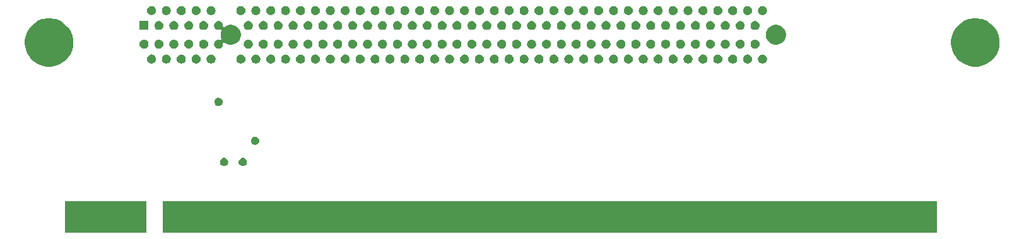
<source format=gbr>
G04 #@! TF.GenerationSoftware,KiCad,Pcbnew,(5.1.5)-3*
G04 #@! TF.CreationDate,2021-02-17T14:45:42+01:00*
G04 #@! TF.ProjectId,riser leopard 1OU,72697365-7220-46c6-956f-706172642031,rev?*
G04 #@! TF.SameCoordinates,PX4a62f80PY5f5e100*
G04 #@! TF.FileFunction,Soldermask,Bot*
G04 #@! TF.FilePolarity,Negative*
%FSLAX46Y46*%
G04 Gerber Fmt 4.6, Leading zero omitted, Abs format (unit mm)*
G04 Created by KiCad (PCBNEW (5.1.5)-3) date 2021-02-17 14:45:42*
%MOMM*%
%LPD*%
G04 APERTURE LIST*
%ADD10C,0.100000*%
G04 APERTURE END LIST*
D10*
G36*
X13051000Y-25569600D02*
G01*
X2149000Y-25569600D01*
X2149000Y-21267600D01*
X13051000Y-21267600D01*
X13051000Y-25569600D01*
G37*
G36*
X119151000Y-25569600D02*
G01*
X15249000Y-25569600D01*
X15249000Y-21267600D01*
X119151000Y-21267600D01*
X119151000Y-25569600D01*
G37*
G36*
X23660721Y-15502374D02*
G01*
X23760995Y-15543909D01*
X23760996Y-15543910D01*
X23851242Y-15604210D01*
X23927990Y-15680958D01*
X23927991Y-15680960D01*
X23988291Y-15771205D01*
X24029826Y-15871479D01*
X24051000Y-15977930D01*
X24051000Y-16086470D01*
X24029826Y-16192921D01*
X23988291Y-16293195D01*
X23988290Y-16293196D01*
X23927990Y-16383442D01*
X23851242Y-16460190D01*
X23805812Y-16490545D01*
X23760995Y-16520491D01*
X23660721Y-16562026D01*
X23554270Y-16583200D01*
X23445730Y-16583200D01*
X23339279Y-16562026D01*
X23239005Y-16520491D01*
X23194188Y-16490545D01*
X23148758Y-16460190D01*
X23072010Y-16383442D01*
X23011710Y-16293196D01*
X23011709Y-16293195D01*
X22970174Y-16192921D01*
X22949000Y-16086470D01*
X22949000Y-15977930D01*
X22970174Y-15871479D01*
X23011709Y-15771205D01*
X23072009Y-15680960D01*
X23072010Y-15680958D01*
X23148758Y-15604210D01*
X23239004Y-15543910D01*
X23239005Y-15543909D01*
X23339279Y-15502374D01*
X23445730Y-15481200D01*
X23554270Y-15481200D01*
X23660721Y-15502374D01*
G37*
G36*
X26160721Y-15502374D02*
G01*
X26260995Y-15543909D01*
X26260996Y-15543910D01*
X26351242Y-15604210D01*
X26427990Y-15680958D01*
X26427991Y-15680960D01*
X26488291Y-15771205D01*
X26529826Y-15871479D01*
X26551000Y-15977930D01*
X26551000Y-16086470D01*
X26529826Y-16192921D01*
X26488291Y-16293195D01*
X26488290Y-16293196D01*
X26427990Y-16383442D01*
X26351242Y-16460190D01*
X26305812Y-16490545D01*
X26260995Y-16520491D01*
X26160721Y-16562026D01*
X26054270Y-16583200D01*
X25945730Y-16583200D01*
X25839279Y-16562026D01*
X25739005Y-16520491D01*
X25694188Y-16490545D01*
X25648758Y-16460190D01*
X25572010Y-16383442D01*
X25511710Y-16293196D01*
X25511709Y-16293195D01*
X25470174Y-16192921D01*
X25449000Y-16086470D01*
X25449000Y-15977930D01*
X25470174Y-15871479D01*
X25511709Y-15771205D01*
X25572009Y-15680960D01*
X25572010Y-15680958D01*
X25648758Y-15604210D01*
X25739004Y-15543910D01*
X25739005Y-15543909D01*
X25839279Y-15502374D01*
X25945730Y-15481200D01*
X26054270Y-15481200D01*
X26160721Y-15502374D01*
G37*
G36*
X27819641Y-12655574D02*
G01*
X27919915Y-12697109D01*
X27919916Y-12697110D01*
X28010162Y-12757410D01*
X28086910Y-12834158D01*
X28086911Y-12834160D01*
X28147211Y-12924405D01*
X28188746Y-13024679D01*
X28209920Y-13131130D01*
X28209920Y-13239670D01*
X28188746Y-13346121D01*
X28147211Y-13446395D01*
X28147210Y-13446396D01*
X28086910Y-13536642D01*
X28010162Y-13613390D01*
X27964732Y-13643745D01*
X27919915Y-13673691D01*
X27819641Y-13715226D01*
X27713190Y-13736400D01*
X27604650Y-13736400D01*
X27498199Y-13715226D01*
X27397925Y-13673691D01*
X27353108Y-13643745D01*
X27307678Y-13613390D01*
X27230930Y-13536642D01*
X27170630Y-13446396D01*
X27170629Y-13446395D01*
X27129094Y-13346121D01*
X27107920Y-13239670D01*
X27107920Y-13131130D01*
X27129094Y-13024679D01*
X27170629Y-12924405D01*
X27230929Y-12834160D01*
X27230930Y-12834158D01*
X27307678Y-12757410D01*
X27397924Y-12697110D01*
X27397925Y-12697109D01*
X27498199Y-12655574D01*
X27604650Y-12634400D01*
X27713190Y-12634400D01*
X27819641Y-12655574D01*
G37*
G36*
X22909821Y-7435874D02*
G01*
X23010095Y-7477409D01*
X23010096Y-7477410D01*
X23100342Y-7537710D01*
X23177090Y-7614458D01*
X23177091Y-7614460D01*
X23237391Y-7704705D01*
X23278926Y-7804979D01*
X23300100Y-7911430D01*
X23300100Y-8019970D01*
X23278926Y-8126421D01*
X23237391Y-8226695D01*
X23237390Y-8226696D01*
X23177090Y-8316942D01*
X23100342Y-8393690D01*
X23054912Y-8424045D01*
X23010095Y-8453991D01*
X22909821Y-8495526D01*
X22803370Y-8516700D01*
X22694830Y-8516700D01*
X22588379Y-8495526D01*
X22488105Y-8453991D01*
X22443288Y-8424045D01*
X22397858Y-8393690D01*
X22321110Y-8316942D01*
X22260810Y-8226696D01*
X22260809Y-8226695D01*
X22219274Y-8126421D01*
X22198100Y-8019970D01*
X22198100Y-7911430D01*
X22219274Y-7804979D01*
X22260809Y-7704705D01*
X22321109Y-7614460D01*
X22321110Y-7614458D01*
X22397858Y-7537710D01*
X22488104Y-7477410D01*
X22488105Y-7477409D01*
X22588379Y-7435874D01*
X22694830Y-7414700D01*
X22803370Y-7414700D01*
X22909821Y-7435874D01*
G37*
G36*
X634239Y3188533D02*
G01*
X948282Y3126066D01*
X1539926Y2880999D01*
X1940073Y2613629D01*
X2072391Y2525217D01*
X2525217Y2072391D01*
X2540388Y2049686D01*
X2880999Y1539926D01*
X3126066Y948282D01*
X3126066Y948281D01*
X3251000Y320197D01*
X3251000Y-320197D01*
X3216293Y-494680D01*
X3126066Y-948282D01*
X2880999Y-1539926D01*
X2607664Y-1949000D01*
X2550405Y-2034695D01*
X2525216Y-2072392D01*
X2072392Y-2525216D01*
X1539926Y-2880999D01*
X948282Y-3126066D01*
X634239Y-3188533D01*
X320197Y-3251000D01*
X-320197Y-3251000D01*
X-634239Y-3188533D01*
X-948282Y-3126066D01*
X-1539926Y-2880999D01*
X-2072392Y-2525216D01*
X-2525216Y-2072392D01*
X-2550404Y-2034695D01*
X-2607664Y-1949000D01*
X-2880999Y-1539926D01*
X-3126066Y-948282D01*
X-3216293Y-494680D01*
X-3251000Y-320197D01*
X-3251000Y320197D01*
X-3126066Y948281D01*
X-3126066Y948282D01*
X-2880999Y1539926D01*
X-2540388Y2049686D01*
X-2525217Y2072391D01*
X-2072391Y2525217D01*
X-1940073Y2613629D01*
X-1539926Y2880999D01*
X-948282Y3126066D01*
X-634239Y3188533D01*
X-320197Y3251000D01*
X320197Y3251000D01*
X634239Y3188533D01*
G37*
G36*
X124934239Y3188533D02*
G01*
X125248282Y3126066D01*
X125839926Y2880999D01*
X126240073Y2613629D01*
X126372391Y2525217D01*
X126825217Y2072391D01*
X126840388Y2049686D01*
X127180999Y1539926D01*
X127426066Y948282D01*
X127426066Y948281D01*
X127551000Y320197D01*
X127551000Y-320197D01*
X127516293Y-494680D01*
X127426066Y-948282D01*
X127180999Y-1539926D01*
X126907664Y-1949000D01*
X126850405Y-2034695D01*
X126825216Y-2072392D01*
X126372392Y-2525216D01*
X125839926Y-2880999D01*
X125248282Y-3126066D01*
X124934239Y-3188533D01*
X124620197Y-3251000D01*
X123979803Y-3251000D01*
X123665761Y-3188533D01*
X123351718Y-3126066D01*
X122760074Y-2880999D01*
X122227608Y-2525216D01*
X121774784Y-2072392D01*
X121749596Y-2034695D01*
X121692336Y-1949000D01*
X121419001Y-1539926D01*
X121173934Y-948282D01*
X121083707Y-494680D01*
X121049000Y-320197D01*
X121049000Y320197D01*
X121173934Y948281D01*
X121173934Y948282D01*
X121419001Y1539926D01*
X121759612Y2049686D01*
X121774783Y2072391D01*
X122227609Y2525217D01*
X122359927Y2613629D01*
X122760074Y2880999D01*
X123351718Y3126066D01*
X123665761Y3188533D01*
X123979803Y3251000D01*
X124620197Y3251000D01*
X124934239Y3188533D01*
G37*
G36*
X47886601Y-1624397D02*
G01*
X47925305Y-1632096D01*
X47957340Y-1645365D01*
X48034680Y-1677400D01*
X48133115Y-1743173D01*
X48216827Y-1826885D01*
X48282600Y-1925320D01*
X48327904Y-2034696D01*
X48351000Y-2150805D01*
X48351000Y-2269195D01*
X48327904Y-2385304D01*
X48282600Y-2494680D01*
X48216827Y-2593115D01*
X48133115Y-2676827D01*
X48034680Y-2742600D01*
X47957340Y-2774635D01*
X47925305Y-2787904D01*
X47886601Y-2795603D01*
X47809195Y-2811000D01*
X47690805Y-2811000D01*
X47613399Y-2795603D01*
X47574695Y-2787904D01*
X47542660Y-2774635D01*
X47465320Y-2742600D01*
X47366885Y-2676827D01*
X47283173Y-2593115D01*
X47217400Y-2494680D01*
X47172096Y-2385304D01*
X47149000Y-2269195D01*
X47149000Y-2150805D01*
X47172096Y-2034696D01*
X47217400Y-1925320D01*
X47283173Y-1826885D01*
X47366885Y-1743173D01*
X47465320Y-1677400D01*
X47542660Y-1645365D01*
X47574695Y-1632096D01*
X47613399Y-1624397D01*
X47690805Y-1609000D01*
X47809195Y-1609000D01*
X47886601Y-1624397D01*
G37*
G36*
X21886601Y-1624397D02*
G01*
X21925305Y-1632096D01*
X21957340Y-1645365D01*
X22034680Y-1677400D01*
X22133115Y-1743173D01*
X22216827Y-1826885D01*
X22282600Y-1925320D01*
X22327904Y-2034696D01*
X22351000Y-2150805D01*
X22351000Y-2269195D01*
X22327904Y-2385304D01*
X22282600Y-2494680D01*
X22216827Y-2593115D01*
X22133115Y-2676827D01*
X22034680Y-2742600D01*
X21957340Y-2774635D01*
X21925305Y-2787904D01*
X21886601Y-2795603D01*
X21809195Y-2811000D01*
X21690805Y-2811000D01*
X21613399Y-2795603D01*
X21574695Y-2787904D01*
X21542660Y-2774635D01*
X21465320Y-2742600D01*
X21366885Y-2676827D01*
X21283173Y-2593115D01*
X21217400Y-2494680D01*
X21172096Y-2385304D01*
X21149000Y-2269195D01*
X21149000Y-2150805D01*
X21172096Y-2034696D01*
X21217400Y-1925320D01*
X21283173Y-1826885D01*
X21366885Y-1743173D01*
X21465320Y-1677400D01*
X21542660Y-1645365D01*
X21574695Y-1632096D01*
X21613399Y-1624397D01*
X21690805Y-1609000D01*
X21809195Y-1609000D01*
X21886601Y-1624397D01*
G37*
G36*
X27886601Y-1624397D02*
G01*
X27925305Y-1632096D01*
X27957340Y-1645365D01*
X28034680Y-1677400D01*
X28133115Y-1743173D01*
X28216827Y-1826885D01*
X28282600Y-1925320D01*
X28327904Y-2034696D01*
X28351000Y-2150805D01*
X28351000Y-2269195D01*
X28327904Y-2385304D01*
X28282600Y-2494680D01*
X28216827Y-2593115D01*
X28133115Y-2676827D01*
X28034680Y-2742600D01*
X27957340Y-2774635D01*
X27925305Y-2787904D01*
X27886601Y-2795603D01*
X27809195Y-2811000D01*
X27690805Y-2811000D01*
X27613399Y-2795603D01*
X27574695Y-2787904D01*
X27542660Y-2774635D01*
X27465320Y-2742600D01*
X27366885Y-2676827D01*
X27283173Y-2593115D01*
X27217400Y-2494680D01*
X27172096Y-2385304D01*
X27149000Y-2269195D01*
X27149000Y-2150805D01*
X27172096Y-2034696D01*
X27217400Y-1925320D01*
X27283173Y-1826885D01*
X27366885Y-1743173D01*
X27465320Y-1677400D01*
X27542660Y-1645365D01*
X27574695Y-1632096D01*
X27613399Y-1624397D01*
X27690805Y-1609000D01*
X27809195Y-1609000D01*
X27886601Y-1624397D01*
G37*
G36*
X29886601Y-1624397D02*
G01*
X29925305Y-1632096D01*
X29957340Y-1645365D01*
X30034680Y-1677400D01*
X30133115Y-1743173D01*
X30216827Y-1826885D01*
X30282600Y-1925320D01*
X30327904Y-2034696D01*
X30351000Y-2150805D01*
X30351000Y-2269195D01*
X30327904Y-2385304D01*
X30282600Y-2494680D01*
X30216827Y-2593115D01*
X30133115Y-2676827D01*
X30034680Y-2742600D01*
X29957340Y-2774635D01*
X29925305Y-2787904D01*
X29886601Y-2795603D01*
X29809195Y-2811000D01*
X29690805Y-2811000D01*
X29613399Y-2795603D01*
X29574695Y-2787904D01*
X29542660Y-2774635D01*
X29465320Y-2742600D01*
X29366885Y-2676827D01*
X29283173Y-2593115D01*
X29217400Y-2494680D01*
X29172096Y-2385304D01*
X29149000Y-2269195D01*
X29149000Y-2150805D01*
X29172096Y-2034696D01*
X29217400Y-1925320D01*
X29283173Y-1826885D01*
X29366885Y-1743173D01*
X29465320Y-1677400D01*
X29542660Y-1645365D01*
X29574695Y-1632096D01*
X29613399Y-1624397D01*
X29690805Y-1609000D01*
X29809195Y-1609000D01*
X29886601Y-1624397D01*
G37*
G36*
X31886601Y-1624397D02*
G01*
X31925305Y-1632096D01*
X31957340Y-1645365D01*
X32034680Y-1677400D01*
X32133115Y-1743173D01*
X32216827Y-1826885D01*
X32282600Y-1925320D01*
X32327904Y-2034696D01*
X32351000Y-2150805D01*
X32351000Y-2269195D01*
X32327904Y-2385304D01*
X32282600Y-2494680D01*
X32216827Y-2593115D01*
X32133115Y-2676827D01*
X32034680Y-2742600D01*
X31957340Y-2774635D01*
X31925305Y-2787904D01*
X31886601Y-2795603D01*
X31809195Y-2811000D01*
X31690805Y-2811000D01*
X31613399Y-2795603D01*
X31574695Y-2787904D01*
X31542660Y-2774635D01*
X31465320Y-2742600D01*
X31366885Y-2676827D01*
X31283173Y-2593115D01*
X31217400Y-2494680D01*
X31172096Y-2385304D01*
X31149000Y-2269195D01*
X31149000Y-2150805D01*
X31172096Y-2034696D01*
X31217400Y-1925320D01*
X31283173Y-1826885D01*
X31366885Y-1743173D01*
X31465320Y-1677400D01*
X31542660Y-1645365D01*
X31574695Y-1632096D01*
X31613399Y-1624397D01*
X31690805Y-1609000D01*
X31809195Y-1609000D01*
X31886601Y-1624397D01*
G37*
G36*
X33886601Y-1624397D02*
G01*
X33925305Y-1632096D01*
X33957340Y-1645365D01*
X34034680Y-1677400D01*
X34133115Y-1743173D01*
X34216827Y-1826885D01*
X34282600Y-1925320D01*
X34327904Y-2034696D01*
X34351000Y-2150805D01*
X34351000Y-2269195D01*
X34327904Y-2385304D01*
X34282600Y-2494680D01*
X34216827Y-2593115D01*
X34133115Y-2676827D01*
X34034680Y-2742600D01*
X33957340Y-2774635D01*
X33925305Y-2787904D01*
X33886601Y-2795603D01*
X33809195Y-2811000D01*
X33690805Y-2811000D01*
X33613399Y-2795603D01*
X33574695Y-2787904D01*
X33542660Y-2774635D01*
X33465320Y-2742600D01*
X33366885Y-2676827D01*
X33283173Y-2593115D01*
X33217400Y-2494680D01*
X33172096Y-2385304D01*
X33149000Y-2269195D01*
X33149000Y-2150805D01*
X33172096Y-2034696D01*
X33217400Y-1925320D01*
X33283173Y-1826885D01*
X33366885Y-1743173D01*
X33465320Y-1677400D01*
X33542660Y-1645365D01*
X33574695Y-1632096D01*
X33613399Y-1624397D01*
X33690805Y-1609000D01*
X33809195Y-1609000D01*
X33886601Y-1624397D01*
G37*
G36*
X35886601Y-1624397D02*
G01*
X35925305Y-1632096D01*
X35957340Y-1645365D01*
X36034680Y-1677400D01*
X36133115Y-1743173D01*
X36216827Y-1826885D01*
X36282600Y-1925320D01*
X36327904Y-2034696D01*
X36351000Y-2150805D01*
X36351000Y-2269195D01*
X36327904Y-2385304D01*
X36282600Y-2494680D01*
X36216827Y-2593115D01*
X36133115Y-2676827D01*
X36034680Y-2742600D01*
X35957340Y-2774635D01*
X35925305Y-2787904D01*
X35886601Y-2795603D01*
X35809195Y-2811000D01*
X35690805Y-2811000D01*
X35613399Y-2795603D01*
X35574695Y-2787904D01*
X35542660Y-2774635D01*
X35465320Y-2742600D01*
X35366885Y-2676827D01*
X35283173Y-2593115D01*
X35217400Y-2494680D01*
X35172096Y-2385304D01*
X35149000Y-2269195D01*
X35149000Y-2150805D01*
X35172096Y-2034696D01*
X35217400Y-1925320D01*
X35283173Y-1826885D01*
X35366885Y-1743173D01*
X35465320Y-1677400D01*
X35542660Y-1645365D01*
X35574695Y-1632096D01*
X35613399Y-1624397D01*
X35690805Y-1609000D01*
X35809195Y-1609000D01*
X35886601Y-1624397D01*
G37*
G36*
X41886601Y-1624397D02*
G01*
X41925305Y-1632096D01*
X41957340Y-1645365D01*
X42034680Y-1677400D01*
X42133115Y-1743173D01*
X42216827Y-1826885D01*
X42282600Y-1925320D01*
X42327904Y-2034696D01*
X42351000Y-2150805D01*
X42351000Y-2269195D01*
X42327904Y-2385304D01*
X42282600Y-2494680D01*
X42216827Y-2593115D01*
X42133115Y-2676827D01*
X42034680Y-2742600D01*
X41957340Y-2774635D01*
X41925305Y-2787904D01*
X41886601Y-2795603D01*
X41809195Y-2811000D01*
X41690805Y-2811000D01*
X41613399Y-2795603D01*
X41574695Y-2787904D01*
X41542660Y-2774635D01*
X41465320Y-2742600D01*
X41366885Y-2676827D01*
X41283173Y-2593115D01*
X41217400Y-2494680D01*
X41172096Y-2385304D01*
X41149000Y-2269195D01*
X41149000Y-2150805D01*
X41172096Y-2034696D01*
X41217400Y-1925320D01*
X41283173Y-1826885D01*
X41366885Y-1743173D01*
X41465320Y-1677400D01*
X41542660Y-1645365D01*
X41574695Y-1632096D01*
X41613399Y-1624397D01*
X41690805Y-1609000D01*
X41809195Y-1609000D01*
X41886601Y-1624397D01*
G37*
G36*
X37886601Y-1624397D02*
G01*
X37925305Y-1632096D01*
X37957340Y-1645365D01*
X38034680Y-1677400D01*
X38133115Y-1743173D01*
X38216827Y-1826885D01*
X38282600Y-1925320D01*
X38327904Y-2034696D01*
X38351000Y-2150805D01*
X38351000Y-2269195D01*
X38327904Y-2385304D01*
X38282600Y-2494680D01*
X38216827Y-2593115D01*
X38133115Y-2676827D01*
X38034680Y-2742600D01*
X37957340Y-2774635D01*
X37925305Y-2787904D01*
X37886601Y-2795603D01*
X37809195Y-2811000D01*
X37690805Y-2811000D01*
X37613399Y-2795603D01*
X37574695Y-2787904D01*
X37542660Y-2774635D01*
X37465320Y-2742600D01*
X37366885Y-2676827D01*
X37283173Y-2593115D01*
X37217400Y-2494680D01*
X37172096Y-2385304D01*
X37149000Y-2269195D01*
X37149000Y-2150805D01*
X37172096Y-2034696D01*
X37217400Y-1925320D01*
X37283173Y-1826885D01*
X37366885Y-1743173D01*
X37465320Y-1677400D01*
X37542660Y-1645365D01*
X37574695Y-1632096D01*
X37613399Y-1624397D01*
X37690805Y-1609000D01*
X37809195Y-1609000D01*
X37886601Y-1624397D01*
G37*
G36*
X43886601Y-1624397D02*
G01*
X43925305Y-1632096D01*
X43957340Y-1645365D01*
X44034680Y-1677400D01*
X44133115Y-1743173D01*
X44216827Y-1826885D01*
X44282600Y-1925320D01*
X44327904Y-2034696D01*
X44351000Y-2150805D01*
X44351000Y-2269195D01*
X44327904Y-2385304D01*
X44282600Y-2494680D01*
X44216827Y-2593115D01*
X44133115Y-2676827D01*
X44034680Y-2742600D01*
X43957340Y-2774635D01*
X43925305Y-2787904D01*
X43886601Y-2795603D01*
X43809195Y-2811000D01*
X43690805Y-2811000D01*
X43613399Y-2795603D01*
X43574695Y-2787904D01*
X43542660Y-2774635D01*
X43465320Y-2742600D01*
X43366885Y-2676827D01*
X43283173Y-2593115D01*
X43217400Y-2494680D01*
X43172096Y-2385304D01*
X43149000Y-2269195D01*
X43149000Y-2150805D01*
X43172096Y-2034696D01*
X43217400Y-1925320D01*
X43283173Y-1826885D01*
X43366885Y-1743173D01*
X43465320Y-1677400D01*
X43542660Y-1645365D01*
X43574695Y-1632096D01*
X43613399Y-1624397D01*
X43690805Y-1609000D01*
X43809195Y-1609000D01*
X43886601Y-1624397D01*
G37*
G36*
X25886601Y-1624397D02*
G01*
X25925305Y-1632096D01*
X25957340Y-1645365D01*
X26034680Y-1677400D01*
X26133115Y-1743173D01*
X26216827Y-1826885D01*
X26282600Y-1925320D01*
X26327904Y-2034696D01*
X26351000Y-2150805D01*
X26351000Y-2269195D01*
X26327904Y-2385304D01*
X26282600Y-2494680D01*
X26216827Y-2593115D01*
X26133115Y-2676827D01*
X26034680Y-2742600D01*
X25957340Y-2774635D01*
X25925305Y-2787904D01*
X25886601Y-2795603D01*
X25809195Y-2811000D01*
X25690805Y-2811000D01*
X25613399Y-2795603D01*
X25574695Y-2787904D01*
X25542660Y-2774635D01*
X25465320Y-2742600D01*
X25366885Y-2676827D01*
X25283173Y-2593115D01*
X25217400Y-2494680D01*
X25172096Y-2385304D01*
X25149000Y-2269195D01*
X25149000Y-2150805D01*
X25172096Y-2034696D01*
X25217400Y-1925320D01*
X25283173Y-1826885D01*
X25366885Y-1743173D01*
X25465320Y-1677400D01*
X25542660Y-1645365D01*
X25574695Y-1632096D01*
X25613399Y-1624397D01*
X25690805Y-1609000D01*
X25809195Y-1609000D01*
X25886601Y-1624397D01*
G37*
G36*
X59886601Y-1624397D02*
G01*
X59925305Y-1632096D01*
X59957340Y-1645365D01*
X60034680Y-1677400D01*
X60133115Y-1743173D01*
X60216827Y-1826885D01*
X60282600Y-1925320D01*
X60327904Y-2034696D01*
X60351000Y-2150805D01*
X60351000Y-2269195D01*
X60327904Y-2385304D01*
X60282600Y-2494680D01*
X60216827Y-2593115D01*
X60133115Y-2676827D01*
X60034680Y-2742600D01*
X59957340Y-2774635D01*
X59925305Y-2787904D01*
X59886601Y-2795603D01*
X59809195Y-2811000D01*
X59690805Y-2811000D01*
X59613399Y-2795603D01*
X59574695Y-2787904D01*
X59542660Y-2774635D01*
X59465320Y-2742600D01*
X59366885Y-2676827D01*
X59283173Y-2593115D01*
X59217400Y-2494680D01*
X59172096Y-2385304D01*
X59149000Y-2269195D01*
X59149000Y-2150805D01*
X59172096Y-2034696D01*
X59217400Y-1925320D01*
X59283173Y-1826885D01*
X59366885Y-1743173D01*
X59465320Y-1677400D01*
X59542660Y-1645365D01*
X59574695Y-1632096D01*
X59613399Y-1624397D01*
X59690805Y-1609000D01*
X59809195Y-1609000D01*
X59886601Y-1624397D01*
G37*
G36*
X49886601Y-1624397D02*
G01*
X49925305Y-1632096D01*
X49957340Y-1645365D01*
X50034680Y-1677400D01*
X50133115Y-1743173D01*
X50216827Y-1826885D01*
X50282600Y-1925320D01*
X50327904Y-2034696D01*
X50351000Y-2150805D01*
X50351000Y-2269195D01*
X50327904Y-2385304D01*
X50282600Y-2494680D01*
X50216827Y-2593115D01*
X50133115Y-2676827D01*
X50034680Y-2742600D01*
X49957340Y-2774635D01*
X49925305Y-2787904D01*
X49886601Y-2795603D01*
X49809195Y-2811000D01*
X49690805Y-2811000D01*
X49613399Y-2795603D01*
X49574695Y-2787904D01*
X49542660Y-2774635D01*
X49465320Y-2742600D01*
X49366885Y-2676827D01*
X49283173Y-2593115D01*
X49217400Y-2494680D01*
X49172096Y-2385304D01*
X49149000Y-2269195D01*
X49149000Y-2150805D01*
X49172096Y-2034696D01*
X49217400Y-1925320D01*
X49283173Y-1826885D01*
X49366885Y-1743173D01*
X49465320Y-1677400D01*
X49542660Y-1645365D01*
X49574695Y-1632096D01*
X49613399Y-1624397D01*
X49690805Y-1609000D01*
X49809195Y-1609000D01*
X49886601Y-1624397D01*
G37*
G36*
X19886601Y-1624397D02*
G01*
X19925305Y-1632096D01*
X19957340Y-1645365D01*
X20034680Y-1677400D01*
X20133115Y-1743173D01*
X20216827Y-1826885D01*
X20282600Y-1925320D01*
X20327904Y-2034696D01*
X20351000Y-2150805D01*
X20351000Y-2269195D01*
X20327904Y-2385304D01*
X20282600Y-2494680D01*
X20216827Y-2593115D01*
X20133115Y-2676827D01*
X20034680Y-2742600D01*
X19957340Y-2774635D01*
X19925305Y-2787904D01*
X19886601Y-2795603D01*
X19809195Y-2811000D01*
X19690805Y-2811000D01*
X19613399Y-2795603D01*
X19574695Y-2787904D01*
X19542660Y-2774635D01*
X19465320Y-2742600D01*
X19366885Y-2676827D01*
X19283173Y-2593115D01*
X19217400Y-2494680D01*
X19172096Y-2385304D01*
X19149000Y-2269195D01*
X19149000Y-2150805D01*
X19172096Y-2034696D01*
X19217400Y-1925320D01*
X19283173Y-1826885D01*
X19366885Y-1743173D01*
X19465320Y-1677400D01*
X19542660Y-1645365D01*
X19574695Y-1632096D01*
X19613399Y-1624397D01*
X19690805Y-1609000D01*
X19809195Y-1609000D01*
X19886601Y-1624397D01*
G37*
G36*
X17886601Y-1624397D02*
G01*
X17925305Y-1632096D01*
X17957340Y-1645365D01*
X18034680Y-1677400D01*
X18133115Y-1743173D01*
X18216827Y-1826885D01*
X18282600Y-1925320D01*
X18327904Y-2034696D01*
X18351000Y-2150805D01*
X18351000Y-2269195D01*
X18327904Y-2385304D01*
X18282600Y-2494680D01*
X18216827Y-2593115D01*
X18133115Y-2676827D01*
X18034680Y-2742600D01*
X17957340Y-2774635D01*
X17925305Y-2787904D01*
X17886601Y-2795603D01*
X17809195Y-2811000D01*
X17690805Y-2811000D01*
X17613399Y-2795603D01*
X17574695Y-2787904D01*
X17542660Y-2774635D01*
X17465320Y-2742600D01*
X17366885Y-2676827D01*
X17283173Y-2593115D01*
X17217400Y-2494680D01*
X17172096Y-2385304D01*
X17149000Y-2269195D01*
X17149000Y-2150805D01*
X17172096Y-2034696D01*
X17217400Y-1925320D01*
X17283173Y-1826885D01*
X17366885Y-1743173D01*
X17465320Y-1677400D01*
X17542660Y-1645365D01*
X17574695Y-1632096D01*
X17613399Y-1624397D01*
X17690805Y-1609000D01*
X17809195Y-1609000D01*
X17886601Y-1624397D01*
G37*
G36*
X51886601Y-1624397D02*
G01*
X51925305Y-1632096D01*
X51957340Y-1645365D01*
X52034680Y-1677400D01*
X52133115Y-1743173D01*
X52216827Y-1826885D01*
X52282600Y-1925320D01*
X52327904Y-2034696D01*
X52351000Y-2150805D01*
X52351000Y-2269195D01*
X52327904Y-2385304D01*
X52282600Y-2494680D01*
X52216827Y-2593115D01*
X52133115Y-2676827D01*
X52034680Y-2742600D01*
X51957340Y-2774635D01*
X51925305Y-2787904D01*
X51886601Y-2795603D01*
X51809195Y-2811000D01*
X51690805Y-2811000D01*
X51613399Y-2795603D01*
X51574695Y-2787904D01*
X51542660Y-2774635D01*
X51465320Y-2742600D01*
X51366885Y-2676827D01*
X51283173Y-2593115D01*
X51217400Y-2494680D01*
X51172096Y-2385304D01*
X51149000Y-2269195D01*
X51149000Y-2150805D01*
X51172096Y-2034696D01*
X51217400Y-1925320D01*
X51283173Y-1826885D01*
X51366885Y-1743173D01*
X51465320Y-1677400D01*
X51542660Y-1645365D01*
X51574695Y-1632096D01*
X51613399Y-1624397D01*
X51690805Y-1609000D01*
X51809195Y-1609000D01*
X51886601Y-1624397D01*
G37*
G36*
X15886601Y-1624397D02*
G01*
X15925305Y-1632096D01*
X15957340Y-1645365D01*
X16034680Y-1677400D01*
X16133115Y-1743173D01*
X16216827Y-1826885D01*
X16282600Y-1925320D01*
X16327904Y-2034696D01*
X16351000Y-2150805D01*
X16351000Y-2269195D01*
X16327904Y-2385304D01*
X16282600Y-2494680D01*
X16216827Y-2593115D01*
X16133115Y-2676827D01*
X16034680Y-2742600D01*
X15957340Y-2774635D01*
X15925305Y-2787904D01*
X15886601Y-2795603D01*
X15809195Y-2811000D01*
X15690805Y-2811000D01*
X15613399Y-2795603D01*
X15574695Y-2787904D01*
X15542660Y-2774635D01*
X15465320Y-2742600D01*
X15366885Y-2676827D01*
X15283173Y-2593115D01*
X15217400Y-2494680D01*
X15172096Y-2385304D01*
X15149000Y-2269195D01*
X15149000Y-2150805D01*
X15172096Y-2034696D01*
X15217400Y-1925320D01*
X15283173Y-1826885D01*
X15366885Y-1743173D01*
X15465320Y-1677400D01*
X15542660Y-1645365D01*
X15574695Y-1632096D01*
X15613399Y-1624397D01*
X15690805Y-1609000D01*
X15809195Y-1609000D01*
X15886601Y-1624397D01*
G37*
G36*
X53886601Y-1624397D02*
G01*
X53925305Y-1632096D01*
X53957340Y-1645365D01*
X54034680Y-1677400D01*
X54133115Y-1743173D01*
X54216827Y-1826885D01*
X54282600Y-1925320D01*
X54327904Y-2034696D01*
X54351000Y-2150805D01*
X54351000Y-2269195D01*
X54327904Y-2385304D01*
X54282600Y-2494680D01*
X54216827Y-2593115D01*
X54133115Y-2676827D01*
X54034680Y-2742600D01*
X53957340Y-2774635D01*
X53925305Y-2787904D01*
X53886601Y-2795603D01*
X53809195Y-2811000D01*
X53690805Y-2811000D01*
X53613399Y-2795603D01*
X53574695Y-2787904D01*
X53542660Y-2774635D01*
X53465320Y-2742600D01*
X53366885Y-2676827D01*
X53283173Y-2593115D01*
X53217400Y-2494680D01*
X53172096Y-2385304D01*
X53149000Y-2269195D01*
X53149000Y-2150805D01*
X53172096Y-2034696D01*
X53217400Y-1925320D01*
X53283173Y-1826885D01*
X53366885Y-1743173D01*
X53465320Y-1677400D01*
X53542660Y-1645365D01*
X53574695Y-1632096D01*
X53613399Y-1624397D01*
X53690805Y-1609000D01*
X53809195Y-1609000D01*
X53886601Y-1624397D01*
G37*
G36*
X55886601Y-1624397D02*
G01*
X55925305Y-1632096D01*
X55957340Y-1645365D01*
X56034680Y-1677400D01*
X56133115Y-1743173D01*
X56216827Y-1826885D01*
X56282600Y-1925320D01*
X56327904Y-2034696D01*
X56351000Y-2150805D01*
X56351000Y-2269195D01*
X56327904Y-2385304D01*
X56282600Y-2494680D01*
X56216827Y-2593115D01*
X56133115Y-2676827D01*
X56034680Y-2742600D01*
X55957340Y-2774635D01*
X55925305Y-2787904D01*
X55886601Y-2795603D01*
X55809195Y-2811000D01*
X55690805Y-2811000D01*
X55613399Y-2795603D01*
X55574695Y-2787904D01*
X55542660Y-2774635D01*
X55465320Y-2742600D01*
X55366885Y-2676827D01*
X55283173Y-2593115D01*
X55217400Y-2494680D01*
X55172096Y-2385304D01*
X55149000Y-2269195D01*
X55149000Y-2150805D01*
X55172096Y-2034696D01*
X55217400Y-1925320D01*
X55283173Y-1826885D01*
X55366885Y-1743173D01*
X55465320Y-1677400D01*
X55542660Y-1645365D01*
X55574695Y-1632096D01*
X55613399Y-1624397D01*
X55690805Y-1609000D01*
X55809195Y-1609000D01*
X55886601Y-1624397D01*
G37*
G36*
X57886601Y-1624397D02*
G01*
X57925305Y-1632096D01*
X57957340Y-1645365D01*
X58034680Y-1677400D01*
X58133115Y-1743173D01*
X58216827Y-1826885D01*
X58282600Y-1925320D01*
X58327904Y-2034696D01*
X58351000Y-2150805D01*
X58351000Y-2269195D01*
X58327904Y-2385304D01*
X58282600Y-2494680D01*
X58216827Y-2593115D01*
X58133115Y-2676827D01*
X58034680Y-2742600D01*
X57957340Y-2774635D01*
X57925305Y-2787904D01*
X57886601Y-2795603D01*
X57809195Y-2811000D01*
X57690805Y-2811000D01*
X57613399Y-2795603D01*
X57574695Y-2787904D01*
X57542660Y-2774635D01*
X57465320Y-2742600D01*
X57366885Y-2676827D01*
X57283173Y-2593115D01*
X57217400Y-2494680D01*
X57172096Y-2385304D01*
X57149000Y-2269195D01*
X57149000Y-2150805D01*
X57172096Y-2034696D01*
X57217400Y-1925320D01*
X57283173Y-1826885D01*
X57366885Y-1743173D01*
X57465320Y-1677400D01*
X57542660Y-1645365D01*
X57574695Y-1632096D01*
X57613399Y-1624397D01*
X57690805Y-1609000D01*
X57809195Y-1609000D01*
X57886601Y-1624397D01*
G37*
G36*
X95886601Y-1624397D02*
G01*
X95925305Y-1632096D01*
X95957340Y-1645365D01*
X96034680Y-1677400D01*
X96133115Y-1743173D01*
X96216827Y-1826885D01*
X96282600Y-1925320D01*
X96327904Y-2034696D01*
X96351000Y-2150805D01*
X96351000Y-2269195D01*
X96327904Y-2385304D01*
X96282600Y-2494680D01*
X96216827Y-2593115D01*
X96133115Y-2676827D01*
X96034680Y-2742600D01*
X95957340Y-2774635D01*
X95925305Y-2787904D01*
X95886601Y-2795603D01*
X95809195Y-2811000D01*
X95690805Y-2811000D01*
X95613399Y-2795603D01*
X95574695Y-2787904D01*
X95542660Y-2774635D01*
X95465320Y-2742600D01*
X95366885Y-2676827D01*
X95283173Y-2593115D01*
X95217400Y-2494680D01*
X95172096Y-2385304D01*
X95149000Y-2269195D01*
X95149000Y-2150805D01*
X95172096Y-2034696D01*
X95217400Y-1925320D01*
X95283173Y-1826885D01*
X95366885Y-1743173D01*
X95465320Y-1677400D01*
X95542660Y-1645365D01*
X95574695Y-1632096D01*
X95613399Y-1624397D01*
X95690805Y-1609000D01*
X95809195Y-1609000D01*
X95886601Y-1624397D01*
G37*
G36*
X61886601Y-1624397D02*
G01*
X61925305Y-1632096D01*
X61957340Y-1645365D01*
X62034680Y-1677400D01*
X62133115Y-1743173D01*
X62216827Y-1826885D01*
X62282600Y-1925320D01*
X62327904Y-2034696D01*
X62351000Y-2150805D01*
X62351000Y-2269195D01*
X62327904Y-2385304D01*
X62282600Y-2494680D01*
X62216827Y-2593115D01*
X62133115Y-2676827D01*
X62034680Y-2742600D01*
X61957340Y-2774635D01*
X61925305Y-2787904D01*
X61886601Y-2795603D01*
X61809195Y-2811000D01*
X61690805Y-2811000D01*
X61613399Y-2795603D01*
X61574695Y-2787904D01*
X61542660Y-2774635D01*
X61465320Y-2742600D01*
X61366885Y-2676827D01*
X61283173Y-2593115D01*
X61217400Y-2494680D01*
X61172096Y-2385304D01*
X61149000Y-2269195D01*
X61149000Y-2150805D01*
X61172096Y-2034696D01*
X61217400Y-1925320D01*
X61283173Y-1826885D01*
X61366885Y-1743173D01*
X61465320Y-1677400D01*
X61542660Y-1645365D01*
X61574695Y-1632096D01*
X61613399Y-1624397D01*
X61690805Y-1609000D01*
X61809195Y-1609000D01*
X61886601Y-1624397D01*
G37*
G36*
X13886601Y-1624397D02*
G01*
X13925305Y-1632096D01*
X13957340Y-1645365D01*
X14034680Y-1677400D01*
X14133115Y-1743173D01*
X14216827Y-1826885D01*
X14282600Y-1925320D01*
X14327904Y-2034696D01*
X14351000Y-2150805D01*
X14351000Y-2269195D01*
X14327904Y-2385304D01*
X14282600Y-2494680D01*
X14216827Y-2593115D01*
X14133115Y-2676827D01*
X14034680Y-2742600D01*
X13957340Y-2774635D01*
X13925305Y-2787904D01*
X13886601Y-2795603D01*
X13809195Y-2811000D01*
X13690805Y-2811000D01*
X13613399Y-2795603D01*
X13574695Y-2787904D01*
X13542660Y-2774635D01*
X13465320Y-2742600D01*
X13366885Y-2676827D01*
X13283173Y-2593115D01*
X13217400Y-2494680D01*
X13172096Y-2385304D01*
X13149000Y-2269195D01*
X13149000Y-2150805D01*
X13172096Y-2034696D01*
X13217400Y-1925320D01*
X13283173Y-1826885D01*
X13366885Y-1743173D01*
X13465320Y-1677400D01*
X13542660Y-1645365D01*
X13574695Y-1632096D01*
X13613399Y-1624397D01*
X13690805Y-1609000D01*
X13809195Y-1609000D01*
X13886601Y-1624397D01*
G37*
G36*
X63886601Y-1624397D02*
G01*
X63925305Y-1632096D01*
X63957340Y-1645365D01*
X64034680Y-1677400D01*
X64133115Y-1743173D01*
X64216827Y-1826885D01*
X64282600Y-1925320D01*
X64327904Y-2034696D01*
X64351000Y-2150805D01*
X64351000Y-2269195D01*
X64327904Y-2385304D01*
X64282600Y-2494680D01*
X64216827Y-2593115D01*
X64133115Y-2676827D01*
X64034680Y-2742600D01*
X63957340Y-2774635D01*
X63925305Y-2787904D01*
X63886601Y-2795603D01*
X63809195Y-2811000D01*
X63690805Y-2811000D01*
X63613399Y-2795603D01*
X63574695Y-2787904D01*
X63542660Y-2774635D01*
X63465320Y-2742600D01*
X63366885Y-2676827D01*
X63283173Y-2593115D01*
X63217400Y-2494680D01*
X63172096Y-2385304D01*
X63149000Y-2269195D01*
X63149000Y-2150805D01*
X63172096Y-2034696D01*
X63217400Y-1925320D01*
X63283173Y-1826885D01*
X63366885Y-1743173D01*
X63465320Y-1677400D01*
X63542660Y-1645365D01*
X63574695Y-1632096D01*
X63613399Y-1624397D01*
X63690805Y-1609000D01*
X63809195Y-1609000D01*
X63886601Y-1624397D01*
G37*
G36*
X65886601Y-1624397D02*
G01*
X65925305Y-1632096D01*
X65957340Y-1645365D01*
X66034680Y-1677400D01*
X66133115Y-1743173D01*
X66216827Y-1826885D01*
X66282600Y-1925320D01*
X66327904Y-2034696D01*
X66351000Y-2150805D01*
X66351000Y-2269195D01*
X66327904Y-2385304D01*
X66282600Y-2494680D01*
X66216827Y-2593115D01*
X66133115Y-2676827D01*
X66034680Y-2742600D01*
X65957340Y-2774635D01*
X65925305Y-2787904D01*
X65886601Y-2795603D01*
X65809195Y-2811000D01*
X65690805Y-2811000D01*
X65613399Y-2795603D01*
X65574695Y-2787904D01*
X65542660Y-2774635D01*
X65465320Y-2742600D01*
X65366885Y-2676827D01*
X65283173Y-2593115D01*
X65217400Y-2494680D01*
X65172096Y-2385304D01*
X65149000Y-2269195D01*
X65149000Y-2150805D01*
X65172096Y-2034696D01*
X65217400Y-1925320D01*
X65283173Y-1826885D01*
X65366885Y-1743173D01*
X65465320Y-1677400D01*
X65542660Y-1645365D01*
X65574695Y-1632096D01*
X65613399Y-1624397D01*
X65690805Y-1609000D01*
X65809195Y-1609000D01*
X65886601Y-1624397D01*
G37*
G36*
X67886601Y-1624397D02*
G01*
X67925305Y-1632096D01*
X67957340Y-1645365D01*
X68034680Y-1677400D01*
X68133115Y-1743173D01*
X68216827Y-1826885D01*
X68282600Y-1925320D01*
X68327904Y-2034696D01*
X68351000Y-2150805D01*
X68351000Y-2269195D01*
X68327904Y-2385304D01*
X68282600Y-2494680D01*
X68216827Y-2593115D01*
X68133115Y-2676827D01*
X68034680Y-2742600D01*
X67957340Y-2774635D01*
X67925305Y-2787904D01*
X67886601Y-2795603D01*
X67809195Y-2811000D01*
X67690805Y-2811000D01*
X67613399Y-2795603D01*
X67574695Y-2787904D01*
X67542660Y-2774635D01*
X67465320Y-2742600D01*
X67366885Y-2676827D01*
X67283173Y-2593115D01*
X67217400Y-2494680D01*
X67172096Y-2385304D01*
X67149000Y-2269195D01*
X67149000Y-2150805D01*
X67172096Y-2034696D01*
X67217400Y-1925320D01*
X67283173Y-1826885D01*
X67366885Y-1743173D01*
X67465320Y-1677400D01*
X67542660Y-1645365D01*
X67574695Y-1632096D01*
X67613399Y-1624397D01*
X67690805Y-1609000D01*
X67809195Y-1609000D01*
X67886601Y-1624397D01*
G37*
G36*
X69886601Y-1624397D02*
G01*
X69925305Y-1632096D01*
X69957340Y-1645365D01*
X70034680Y-1677400D01*
X70133115Y-1743173D01*
X70216827Y-1826885D01*
X70282600Y-1925320D01*
X70327904Y-2034696D01*
X70351000Y-2150805D01*
X70351000Y-2269195D01*
X70327904Y-2385304D01*
X70282600Y-2494680D01*
X70216827Y-2593115D01*
X70133115Y-2676827D01*
X70034680Y-2742600D01*
X69957340Y-2774635D01*
X69925305Y-2787904D01*
X69886601Y-2795603D01*
X69809195Y-2811000D01*
X69690805Y-2811000D01*
X69613399Y-2795603D01*
X69574695Y-2787904D01*
X69542660Y-2774635D01*
X69465320Y-2742600D01*
X69366885Y-2676827D01*
X69283173Y-2593115D01*
X69217400Y-2494680D01*
X69172096Y-2385304D01*
X69149000Y-2269195D01*
X69149000Y-2150805D01*
X69172096Y-2034696D01*
X69217400Y-1925320D01*
X69283173Y-1826885D01*
X69366885Y-1743173D01*
X69465320Y-1677400D01*
X69542660Y-1645365D01*
X69574695Y-1632096D01*
X69613399Y-1624397D01*
X69690805Y-1609000D01*
X69809195Y-1609000D01*
X69886601Y-1624397D01*
G37*
G36*
X71886601Y-1624397D02*
G01*
X71925305Y-1632096D01*
X71957340Y-1645365D01*
X72034680Y-1677400D01*
X72133115Y-1743173D01*
X72216827Y-1826885D01*
X72282600Y-1925320D01*
X72327904Y-2034696D01*
X72351000Y-2150805D01*
X72351000Y-2269195D01*
X72327904Y-2385304D01*
X72282600Y-2494680D01*
X72216827Y-2593115D01*
X72133115Y-2676827D01*
X72034680Y-2742600D01*
X71957340Y-2774635D01*
X71925305Y-2787904D01*
X71886601Y-2795603D01*
X71809195Y-2811000D01*
X71690805Y-2811000D01*
X71613399Y-2795603D01*
X71574695Y-2787904D01*
X71542660Y-2774635D01*
X71465320Y-2742600D01*
X71366885Y-2676827D01*
X71283173Y-2593115D01*
X71217400Y-2494680D01*
X71172096Y-2385304D01*
X71149000Y-2269195D01*
X71149000Y-2150805D01*
X71172096Y-2034696D01*
X71217400Y-1925320D01*
X71283173Y-1826885D01*
X71366885Y-1743173D01*
X71465320Y-1677400D01*
X71542660Y-1645365D01*
X71574695Y-1632096D01*
X71613399Y-1624397D01*
X71690805Y-1609000D01*
X71809195Y-1609000D01*
X71886601Y-1624397D01*
G37*
G36*
X73886601Y-1624397D02*
G01*
X73925305Y-1632096D01*
X73957340Y-1645365D01*
X74034680Y-1677400D01*
X74133115Y-1743173D01*
X74216827Y-1826885D01*
X74282600Y-1925320D01*
X74327904Y-2034696D01*
X74351000Y-2150805D01*
X74351000Y-2269195D01*
X74327904Y-2385304D01*
X74282600Y-2494680D01*
X74216827Y-2593115D01*
X74133115Y-2676827D01*
X74034680Y-2742600D01*
X73957340Y-2774635D01*
X73925305Y-2787904D01*
X73886601Y-2795603D01*
X73809195Y-2811000D01*
X73690805Y-2811000D01*
X73613399Y-2795603D01*
X73574695Y-2787904D01*
X73542660Y-2774635D01*
X73465320Y-2742600D01*
X73366885Y-2676827D01*
X73283173Y-2593115D01*
X73217400Y-2494680D01*
X73172096Y-2385304D01*
X73149000Y-2269195D01*
X73149000Y-2150805D01*
X73172096Y-2034696D01*
X73217400Y-1925320D01*
X73283173Y-1826885D01*
X73366885Y-1743173D01*
X73465320Y-1677400D01*
X73542660Y-1645365D01*
X73574695Y-1632096D01*
X73613399Y-1624397D01*
X73690805Y-1609000D01*
X73809195Y-1609000D01*
X73886601Y-1624397D01*
G37*
G36*
X75886601Y-1624397D02*
G01*
X75925305Y-1632096D01*
X75957340Y-1645365D01*
X76034680Y-1677400D01*
X76133115Y-1743173D01*
X76216827Y-1826885D01*
X76282600Y-1925320D01*
X76327904Y-2034696D01*
X76351000Y-2150805D01*
X76351000Y-2269195D01*
X76327904Y-2385304D01*
X76282600Y-2494680D01*
X76216827Y-2593115D01*
X76133115Y-2676827D01*
X76034680Y-2742600D01*
X75957340Y-2774635D01*
X75925305Y-2787904D01*
X75886601Y-2795603D01*
X75809195Y-2811000D01*
X75690805Y-2811000D01*
X75613399Y-2795603D01*
X75574695Y-2787904D01*
X75542660Y-2774635D01*
X75465320Y-2742600D01*
X75366885Y-2676827D01*
X75283173Y-2593115D01*
X75217400Y-2494680D01*
X75172096Y-2385304D01*
X75149000Y-2269195D01*
X75149000Y-2150805D01*
X75172096Y-2034696D01*
X75217400Y-1925320D01*
X75283173Y-1826885D01*
X75366885Y-1743173D01*
X75465320Y-1677400D01*
X75542660Y-1645365D01*
X75574695Y-1632096D01*
X75613399Y-1624397D01*
X75690805Y-1609000D01*
X75809195Y-1609000D01*
X75886601Y-1624397D01*
G37*
G36*
X77886601Y-1624397D02*
G01*
X77925305Y-1632096D01*
X77957340Y-1645365D01*
X78034680Y-1677400D01*
X78133115Y-1743173D01*
X78216827Y-1826885D01*
X78282600Y-1925320D01*
X78327904Y-2034696D01*
X78351000Y-2150805D01*
X78351000Y-2269195D01*
X78327904Y-2385304D01*
X78282600Y-2494680D01*
X78216827Y-2593115D01*
X78133115Y-2676827D01*
X78034680Y-2742600D01*
X77957340Y-2774635D01*
X77925305Y-2787904D01*
X77886601Y-2795603D01*
X77809195Y-2811000D01*
X77690805Y-2811000D01*
X77613399Y-2795603D01*
X77574695Y-2787904D01*
X77542660Y-2774635D01*
X77465320Y-2742600D01*
X77366885Y-2676827D01*
X77283173Y-2593115D01*
X77217400Y-2494680D01*
X77172096Y-2385304D01*
X77149000Y-2269195D01*
X77149000Y-2150805D01*
X77172096Y-2034696D01*
X77217400Y-1925320D01*
X77283173Y-1826885D01*
X77366885Y-1743173D01*
X77465320Y-1677400D01*
X77542660Y-1645365D01*
X77574695Y-1632096D01*
X77613399Y-1624397D01*
X77690805Y-1609000D01*
X77809195Y-1609000D01*
X77886601Y-1624397D01*
G37*
G36*
X81886601Y-1624397D02*
G01*
X81925305Y-1632096D01*
X81957340Y-1645365D01*
X82034680Y-1677400D01*
X82133115Y-1743173D01*
X82216827Y-1826885D01*
X82282600Y-1925320D01*
X82327904Y-2034696D01*
X82351000Y-2150805D01*
X82351000Y-2269195D01*
X82327904Y-2385304D01*
X82282600Y-2494680D01*
X82216827Y-2593115D01*
X82133115Y-2676827D01*
X82034680Y-2742600D01*
X81957340Y-2774635D01*
X81925305Y-2787904D01*
X81886601Y-2795603D01*
X81809195Y-2811000D01*
X81690805Y-2811000D01*
X81613399Y-2795603D01*
X81574695Y-2787904D01*
X81542660Y-2774635D01*
X81465320Y-2742600D01*
X81366885Y-2676827D01*
X81283173Y-2593115D01*
X81217400Y-2494680D01*
X81172096Y-2385304D01*
X81149000Y-2269195D01*
X81149000Y-2150805D01*
X81172096Y-2034696D01*
X81217400Y-1925320D01*
X81283173Y-1826885D01*
X81366885Y-1743173D01*
X81465320Y-1677400D01*
X81542660Y-1645365D01*
X81574695Y-1632096D01*
X81613399Y-1624397D01*
X81690805Y-1609000D01*
X81809195Y-1609000D01*
X81886601Y-1624397D01*
G37*
G36*
X39886601Y-1624397D02*
G01*
X39925305Y-1632096D01*
X39957340Y-1645365D01*
X40034680Y-1677400D01*
X40133115Y-1743173D01*
X40216827Y-1826885D01*
X40282600Y-1925320D01*
X40327904Y-2034696D01*
X40351000Y-2150805D01*
X40351000Y-2269195D01*
X40327904Y-2385304D01*
X40282600Y-2494680D01*
X40216827Y-2593115D01*
X40133115Y-2676827D01*
X40034680Y-2742600D01*
X39957340Y-2774635D01*
X39925305Y-2787904D01*
X39886601Y-2795603D01*
X39809195Y-2811000D01*
X39690805Y-2811000D01*
X39613399Y-2795603D01*
X39574695Y-2787904D01*
X39542660Y-2774635D01*
X39465320Y-2742600D01*
X39366885Y-2676827D01*
X39283173Y-2593115D01*
X39217400Y-2494680D01*
X39172096Y-2385304D01*
X39149000Y-2269195D01*
X39149000Y-2150805D01*
X39172096Y-2034696D01*
X39217400Y-1925320D01*
X39283173Y-1826885D01*
X39366885Y-1743173D01*
X39465320Y-1677400D01*
X39542660Y-1645365D01*
X39574695Y-1632096D01*
X39613399Y-1624397D01*
X39690805Y-1609000D01*
X39809195Y-1609000D01*
X39886601Y-1624397D01*
G37*
G36*
X45886601Y-1624397D02*
G01*
X45925305Y-1632096D01*
X45957340Y-1645365D01*
X46034680Y-1677400D01*
X46133115Y-1743173D01*
X46216827Y-1826885D01*
X46282600Y-1925320D01*
X46327904Y-2034696D01*
X46351000Y-2150805D01*
X46351000Y-2269195D01*
X46327904Y-2385304D01*
X46282600Y-2494680D01*
X46216827Y-2593115D01*
X46133115Y-2676827D01*
X46034680Y-2742600D01*
X45957340Y-2774635D01*
X45925305Y-2787904D01*
X45886601Y-2795603D01*
X45809195Y-2811000D01*
X45690805Y-2811000D01*
X45613399Y-2795603D01*
X45574695Y-2787904D01*
X45542660Y-2774635D01*
X45465320Y-2742600D01*
X45366885Y-2676827D01*
X45283173Y-2593115D01*
X45217400Y-2494680D01*
X45172096Y-2385304D01*
X45149000Y-2269195D01*
X45149000Y-2150805D01*
X45172096Y-2034696D01*
X45217400Y-1925320D01*
X45283173Y-1826885D01*
X45366885Y-1743173D01*
X45465320Y-1677400D01*
X45542660Y-1645365D01*
X45574695Y-1632096D01*
X45613399Y-1624397D01*
X45690805Y-1609000D01*
X45809195Y-1609000D01*
X45886601Y-1624397D01*
G37*
G36*
X93886601Y-1624397D02*
G01*
X93925305Y-1632096D01*
X93957340Y-1645365D01*
X94034680Y-1677400D01*
X94133115Y-1743173D01*
X94216827Y-1826885D01*
X94282600Y-1925320D01*
X94327904Y-2034696D01*
X94351000Y-2150805D01*
X94351000Y-2269195D01*
X94327904Y-2385304D01*
X94282600Y-2494680D01*
X94216827Y-2593115D01*
X94133115Y-2676827D01*
X94034680Y-2742600D01*
X93957340Y-2774635D01*
X93925305Y-2787904D01*
X93886601Y-2795603D01*
X93809195Y-2811000D01*
X93690805Y-2811000D01*
X93613399Y-2795603D01*
X93574695Y-2787904D01*
X93542660Y-2774635D01*
X93465320Y-2742600D01*
X93366885Y-2676827D01*
X93283173Y-2593115D01*
X93217400Y-2494680D01*
X93172096Y-2385304D01*
X93149000Y-2269195D01*
X93149000Y-2150805D01*
X93172096Y-2034696D01*
X93217400Y-1925320D01*
X93283173Y-1826885D01*
X93366885Y-1743173D01*
X93465320Y-1677400D01*
X93542660Y-1645365D01*
X93574695Y-1632096D01*
X93613399Y-1624397D01*
X93690805Y-1609000D01*
X93809195Y-1609000D01*
X93886601Y-1624397D01*
G37*
G36*
X91886601Y-1624397D02*
G01*
X91925305Y-1632096D01*
X91957340Y-1645365D01*
X92034680Y-1677400D01*
X92133115Y-1743173D01*
X92216827Y-1826885D01*
X92282600Y-1925320D01*
X92327904Y-2034696D01*
X92351000Y-2150805D01*
X92351000Y-2269195D01*
X92327904Y-2385304D01*
X92282600Y-2494680D01*
X92216827Y-2593115D01*
X92133115Y-2676827D01*
X92034680Y-2742600D01*
X91957340Y-2774635D01*
X91925305Y-2787904D01*
X91886601Y-2795603D01*
X91809195Y-2811000D01*
X91690805Y-2811000D01*
X91613399Y-2795603D01*
X91574695Y-2787904D01*
X91542660Y-2774635D01*
X91465320Y-2742600D01*
X91366885Y-2676827D01*
X91283173Y-2593115D01*
X91217400Y-2494680D01*
X91172096Y-2385304D01*
X91149000Y-2269195D01*
X91149000Y-2150805D01*
X91172096Y-2034696D01*
X91217400Y-1925320D01*
X91283173Y-1826885D01*
X91366885Y-1743173D01*
X91465320Y-1677400D01*
X91542660Y-1645365D01*
X91574695Y-1632096D01*
X91613399Y-1624397D01*
X91690805Y-1609000D01*
X91809195Y-1609000D01*
X91886601Y-1624397D01*
G37*
G36*
X89886601Y-1624397D02*
G01*
X89925305Y-1632096D01*
X89957340Y-1645365D01*
X90034680Y-1677400D01*
X90133115Y-1743173D01*
X90216827Y-1826885D01*
X90282600Y-1925320D01*
X90327904Y-2034696D01*
X90351000Y-2150805D01*
X90351000Y-2269195D01*
X90327904Y-2385304D01*
X90282600Y-2494680D01*
X90216827Y-2593115D01*
X90133115Y-2676827D01*
X90034680Y-2742600D01*
X89957340Y-2774635D01*
X89925305Y-2787904D01*
X89886601Y-2795603D01*
X89809195Y-2811000D01*
X89690805Y-2811000D01*
X89613399Y-2795603D01*
X89574695Y-2787904D01*
X89542660Y-2774635D01*
X89465320Y-2742600D01*
X89366885Y-2676827D01*
X89283173Y-2593115D01*
X89217400Y-2494680D01*
X89172096Y-2385304D01*
X89149000Y-2269195D01*
X89149000Y-2150805D01*
X89172096Y-2034696D01*
X89217400Y-1925320D01*
X89283173Y-1826885D01*
X89366885Y-1743173D01*
X89465320Y-1677400D01*
X89542660Y-1645365D01*
X89574695Y-1632096D01*
X89613399Y-1624397D01*
X89690805Y-1609000D01*
X89809195Y-1609000D01*
X89886601Y-1624397D01*
G37*
G36*
X87886601Y-1624397D02*
G01*
X87925305Y-1632096D01*
X87957340Y-1645365D01*
X88034680Y-1677400D01*
X88133115Y-1743173D01*
X88216827Y-1826885D01*
X88282600Y-1925320D01*
X88327904Y-2034696D01*
X88351000Y-2150805D01*
X88351000Y-2269195D01*
X88327904Y-2385304D01*
X88282600Y-2494680D01*
X88216827Y-2593115D01*
X88133115Y-2676827D01*
X88034680Y-2742600D01*
X87957340Y-2774635D01*
X87925305Y-2787904D01*
X87886601Y-2795603D01*
X87809195Y-2811000D01*
X87690805Y-2811000D01*
X87613399Y-2795603D01*
X87574695Y-2787904D01*
X87542660Y-2774635D01*
X87465320Y-2742600D01*
X87366885Y-2676827D01*
X87283173Y-2593115D01*
X87217400Y-2494680D01*
X87172096Y-2385304D01*
X87149000Y-2269195D01*
X87149000Y-2150805D01*
X87172096Y-2034696D01*
X87217400Y-1925320D01*
X87283173Y-1826885D01*
X87366885Y-1743173D01*
X87465320Y-1677400D01*
X87542660Y-1645365D01*
X87574695Y-1632096D01*
X87613399Y-1624397D01*
X87690805Y-1609000D01*
X87809195Y-1609000D01*
X87886601Y-1624397D01*
G37*
G36*
X85886601Y-1624397D02*
G01*
X85925305Y-1632096D01*
X85957340Y-1645365D01*
X86034680Y-1677400D01*
X86133115Y-1743173D01*
X86216827Y-1826885D01*
X86282600Y-1925320D01*
X86327904Y-2034696D01*
X86351000Y-2150805D01*
X86351000Y-2269195D01*
X86327904Y-2385304D01*
X86282600Y-2494680D01*
X86216827Y-2593115D01*
X86133115Y-2676827D01*
X86034680Y-2742600D01*
X85957340Y-2774635D01*
X85925305Y-2787904D01*
X85886601Y-2795603D01*
X85809195Y-2811000D01*
X85690805Y-2811000D01*
X85613399Y-2795603D01*
X85574695Y-2787904D01*
X85542660Y-2774635D01*
X85465320Y-2742600D01*
X85366885Y-2676827D01*
X85283173Y-2593115D01*
X85217400Y-2494680D01*
X85172096Y-2385304D01*
X85149000Y-2269195D01*
X85149000Y-2150805D01*
X85172096Y-2034696D01*
X85217400Y-1925320D01*
X85283173Y-1826885D01*
X85366885Y-1743173D01*
X85465320Y-1677400D01*
X85542660Y-1645365D01*
X85574695Y-1632096D01*
X85613399Y-1624397D01*
X85690805Y-1609000D01*
X85809195Y-1609000D01*
X85886601Y-1624397D01*
G37*
G36*
X83886601Y-1624397D02*
G01*
X83925305Y-1632096D01*
X83957340Y-1645365D01*
X84034680Y-1677400D01*
X84133115Y-1743173D01*
X84216827Y-1826885D01*
X84282600Y-1925320D01*
X84327904Y-2034696D01*
X84351000Y-2150805D01*
X84351000Y-2269195D01*
X84327904Y-2385304D01*
X84282600Y-2494680D01*
X84216827Y-2593115D01*
X84133115Y-2676827D01*
X84034680Y-2742600D01*
X83957340Y-2774635D01*
X83925305Y-2787904D01*
X83886601Y-2795603D01*
X83809195Y-2811000D01*
X83690805Y-2811000D01*
X83613399Y-2795603D01*
X83574695Y-2787904D01*
X83542660Y-2774635D01*
X83465320Y-2742600D01*
X83366885Y-2676827D01*
X83283173Y-2593115D01*
X83217400Y-2494680D01*
X83172096Y-2385304D01*
X83149000Y-2269195D01*
X83149000Y-2150805D01*
X83172096Y-2034696D01*
X83217400Y-1925320D01*
X83283173Y-1826885D01*
X83366885Y-1743173D01*
X83465320Y-1677400D01*
X83542660Y-1645365D01*
X83574695Y-1632096D01*
X83613399Y-1624397D01*
X83690805Y-1609000D01*
X83809195Y-1609000D01*
X83886601Y-1624397D01*
G37*
G36*
X79886601Y-1624397D02*
G01*
X79925305Y-1632096D01*
X79957340Y-1645365D01*
X80034680Y-1677400D01*
X80133115Y-1743173D01*
X80216827Y-1826885D01*
X80282600Y-1925320D01*
X80327904Y-2034696D01*
X80351000Y-2150805D01*
X80351000Y-2269195D01*
X80327904Y-2385304D01*
X80282600Y-2494680D01*
X80216827Y-2593115D01*
X80133115Y-2676827D01*
X80034680Y-2742600D01*
X79957340Y-2774635D01*
X79925305Y-2787904D01*
X79886601Y-2795603D01*
X79809195Y-2811000D01*
X79690805Y-2811000D01*
X79613399Y-2795603D01*
X79574695Y-2787904D01*
X79542660Y-2774635D01*
X79465320Y-2742600D01*
X79366885Y-2676827D01*
X79283173Y-2593115D01*
X79217400Y-2494680D01*
X79172096Y-2385304D01*
X79149000Y-2269195D01*
X79149000Y-2150805D01*
X79172096Y-2034696D01*
X79217400Y-1925320D01*
X79283173Y-1826885D01*
X79366885Y-1743173D01*
X79465320Y-1677400D01*
X79542660Y-1645365D01*
X79574695Y-1632096D01*
X79613399Y-1624397D01*
X79690805Y-1609000D01*
X79809195Y-1609000D01*
X79886601Y-1624397D01*
G37*
G36*
X82886601Y375603D02*
G01*
X82925305Y367904D01*
X82957340Y354635D01*
X83034680Y322600D01*
X83133115Y256827D01*
X83216827Y173115D01*
X83282600Y74680D01*
X83327904Y-34696D01*
X83351000Y-150805D01*
X83351000Y-269195D01*
X83327904Y-385304D01*
X83282600Y-494680D01*
X83216827Y-593115D01*
X83133115Y-676827D01*
X83034680Y-742600D01*
X82957340Y-774635D01*
X82925305Y-787904D01*
X82886601Y-795603D01*
X82809195Y-811000D01*
X82690805Y-811000D01*
X82613399Y-795603D01*
X82574695Y-787904D01*
X82542660Y-774635D01*
X82465320Y-742600D01*
X82366885Y-676827D01*
X82283173Y-593115D01*
X82217400Y-494680D01*
X82172096Y-385304D01*
X82149000Y-269195D01*
X82149000Y-150805D01*
X82172096Y-34696D01*
X82217400Y74680D01*
X82283173Y173115D01*
X82366885Y256827D01*
X82465320Y322600D01*
X82542660Y354635D01*
X82574695Y367904D01*
X82613399Y375603D01*
X82690805Y391000D01*
X82809195Y391000D01*
X82886601Y375603D01*
G37*
G36*
X28886601Y375603D02*
G01*
X28925305Y367904D01*
X28957340Y354635D01*
X29034680Y322600D01*
X29133115Y256827D01*
X29216827Y173115D01*
X29282600Y74680D01*
X29327904Y-34696D01*
X29351000Y-150805D01*
X29351000Y-269195D01*
X29327904Y-385304D01*
X29282600Y-494680D01*
X29216827Y-593115D01*
X29133115Y-676827D01*
X29034680Y-742600D01*
X28957340Y-774635D01*
X28925305Y-787904D01*
X28886601Y-795603D01*
X28809195Y-811000D01*
X28690805Y-811000D01*
X28613399Y-795603D01*
X28574695Y-787904D01*
X28542660Y-774635D01*
X28465320Y-742600D01*
X28366885Y-676827D01*
X28283173Y-593115D01*
X28217400Y-494680D01*
X28172096Y-385304D01*
X28149000Y-269195D01*
X28149000Y-150805D01*
X28172096Y-34696D01*
X28217400Y74680D01*
X28283173Y173115D01*
X28366885Y256827D01*
X28465320Y322600D01*
X28542660Y354635D01*
X28574695Y367904D01*
X28613399Y375603D01*
X28690805Y391000D01*
X28809195Y391000D01*
X28886601Y375603D01*
G37*
G36*
X84886601Y375603D02*
G01*
X84925305Y367904D01*
X84957340Y354635D01*
X85034680Y322600D01*
X85133115Y256827D01*
X85216827Y173115D01*
X85282600Y74680D01*
X85327904Y-34696D01*
X85351000Y-150805D01*
X85351000Y-269195D01*
X85327904Y-385304D01*
X85282600Y-494680D01*
X85216827Y-593115D01*
X85133115Y-676827D01*
X85034680Y-742600D01*
X84957340Y-774635D01*
X84925305Y-787904D01*
X84886601Y-795603D01*
X84809195Y-811000D01*
X84690805Y-811000D01*
X84613399Y-795603D01*
X84574695Y-787904D01*
X84542660Y-774635D01*
X84465320Y-742600D01*
X84366885Y-676827D01*
X84283173Y-593115D01*
X84217400Y-494680D01*
X84172096Y-385304D01*
X84149000Y-269195D01*
X84149000Y-150805D01*
X84172096Y-34696D01*
X84217400Y74680D01*
X84283173Y173115D01*
X84366885Y256827D01*
X84465320Y322600D01*
X84542660Y354635D01*
X84574695Y367904D01*
X84613399Y375603D01*
X84690805Y391000D01*
X84809195Y391000D01*
X84886601Y375603D01*
G37*
G36*
X86886601Y375603D02*
G01*
X86925305Y367904D01*
X86957340Y354635D01*
X87034680Y322600D01*
X87133115Y256827D01*
X87216827Y173115D01*
X87282600Y74680D01*
X87327904Y-34696D01*
X87351000Y-150805D01*
X87351000Y-269195D01*
X87327904Y-385304D01*
X87282600Y-494680D01*
X87216827Y-593115D01*
X87133115Y-676827D01*
X87034680Y-742600D01*
X86957340Y-774635D01*
X86925305Y-787904D01*
X86886601Y-795603D01*
X86809195Y-811000D01*
X86690805Y-811000D01*
X86613399Y-795603D01*
X86574695Y-787904D01*
X86542660Y-774635D01*
X86465320Y-742600D01*
X86366885Y-676827D01*
X86283173Y-593115D01*
X86217400Y-494680D01*
X86172096Y-385304D01*
X86149000Y-269195D01*
X86149000Y-150805D01*
X86172096Y-34696D01*
X86217400Y74680D01*
X86283173Y173115D01*
X86366885Y256827D01*
X86465320Y322600D01*
X86542660Y354635D01*
X86574695Y367904D01*
X86613399Y375603D01*
X86690805Y391000D01*
X86809195Y391000D01*
X86886601Y375603D01*
G37*
G36*
X88886601Y375603D02*
G01*
X88925305Y367904D01*
X88957340Y354635D01*
X89034680Y322600D01*
X89133115Y256827D01*
X89216827Y173115D01*
X89282600Y74680D01*
X89327904Y-34696D01*
X89351000Y-150805D01*
X89351000Y-269195D01*
X89327904Y-385304D01*
X89282600Y-494680D01*
X89216827Y-593115D01*
X89133115Y-676827D01*
X89034680Y-742600D01*
X88957340Y-774635D01*
X88925305Y-787904D01*
X88886601Y-795603D01*
X88809195Y-811000D01*
X88690805Y-811000D01*
X88613399Y-795603D01*
X88574695Y-787904D01*
X88542660Y-774635D01*
X88465320Y-742600D01*
X88366885Y-676827D01*
X88283173Y-593115D01*
X88217400Y-494680D01*
X88172096Y-385304D01*
X88149000Y-269195D01*
X88149000Y-150805D01*
X88172096Y-34696D01*
X88217400Y74680D01*
X88283173Y173115D01*
X88366885Y256827D01*
X88465320Y322600D01*
X88542660Y354635D01*
X88574695Y367904D01*
X88613399Y375603D01*
X88690805Y391000D01*
X88809195Y391000D01*
X88886601Y375603D01*
G37*
G36*
X90886601Y375603D02*
G01*
X90925305Y367904D01*
X90957340Y354635D01*
X91034680Y322600D01*
X91133115Y256827D01*
X91216827Y173115D01*
X91282600Y74680D01*
X91327904Y-34696D01*
X91351000Y-150805D01*
X91351000Y-269195D01*
X91327904Y-385304D01*
X91282600Y-494680D01*
X91216827Y-593115D01*
X91133115Y-676827D01*
X91034680Y-742600D01*
X90957340Y-774635D01*
X90925305Y-787904D01*
X90886601Y-795603D01*
X90809195Y-811000D01*
X90690805Y-811000D01*
X90613399Y-795603D01*
X90574695Y-787904D01*
X90542660Y-774635D01*
X90465320Y-742600D01*
X90366885Y-676827D01*
X90283173Y-593115D01*
X90217400Y-494680D01*
X90172096Y-385304D01*
X90149000Y-269195D01*
X90149000Y-150805D01*
X90172096Y-34696D01*
X90217400Y74680D01*
X90283173Y173115D01*
X90366885Y256827D01*
X90465320Y322600D01*
X90542660Y354635D01*
X90574695Y367904D01*
X90613399Y375603D01*
X90690805Y391000D01*
X90809195Y391000D01*
X90886601Y375603D01*
G37*
G36*
X92886601Y375603D02*
G01*
X92925305Y367904D01*
X92957340Y354635D01*
X93034680Y322600D01*
X93133115Y256827D01*
X93216827Y173115D01*
X93282600Y74680D01*
X93327904Y-34696D01*
X93351000Y-150805D01*
X93351000Y-269195D01*
X93327904Y-385304D01*
X93282600Y-494680D01*
X93216827Y-593115D01*
X93133115Y-676827D01*
X93034680Y-742600D01*
X92957340Y-774635D01*
X92925305Y-787904D01*
X92886601Y-795603D01*
X92809195Y-811000D01*
X92690805Y-811000D01*
X92613399Y-795603D01*
X92574695Y-787904D01*
X92542660Y-774635D01*
X92465320Y-742600D01*
X92366885Y-676827D01*
X92283173Y-593115D01*
X92217400Y-494680D01*
X92172096Y-385304D01*
X92149000Y-269195D01*
X92149000Y-150805D01*
X92172096Y-34696D01*
X92217400Y74680D01*
X92283173Y173115D01*
X92366885Y256827D01*
X92465320Y322600D01*
X92542660Y354635D01*
X92574695Y367904D01*
X92613399Y375603D01*
X92690805Y391000D01*
X92809195Y391000D01*
X92886601Y375603D01*
G37*
G36*
X94886601Y375603D02*
G01*
X94925305Y367904D01*
X94957340Y354635D01*
X95034680Y322600D01*
X95133115Y256827D01*
X95216827Y173115D01*
X95282600Y74680D01*
X95327904Y-34696D01*
X95351000Y-150805D01*
X95351000Y-269195D01*
X95327904Y-385304D01*
X95282600Y-494680D01*
X95216827Y-593115D01*
X95133115Y-676827D01*
X95034680Y-742600D01*
X94957340Y-774635D01*
X94925305Y-787904D01*
X94886601Y-795603D01*
X94809195Y-811000D01*
X94690805Y-811000D01*
X94613399Y-795603D01*
X94574695Y-787904D01*
X94542660Y-774635D01*
X94465320Y-742600D01*
X94366885Y-676827D01*
X94283173Y-593115D01*
X94217400Y-494680D01*
X94172096Y-385304D01*
X94149000Y-269195D01*
X94149000Y-150805D01*
X94172096Y-34696D01*
X94217400Y74680D01*
X94283173Y173115D01*
X94366885Y256827D01*
X94465320Y322600D01*
X94542660Y354635D01*
X94574695Y367904D01*
X94613399Y375603D01*
X94690805Y391000D01*
X94809195Y391000D01*
X94886601Y375603D01*
G37*
G36*
X20886601Y375603D02*
G01*
X20925305Y367904D01*
X20957340Y354635D01*
X21034680Y322600D01*
X21133115Y256827D01*
X21216827Y173115D01*
X21282600Y74680D01*
X21327904Y-34696D01*
X21351000Y-150805D01*
X21351000Y-269195D01*
X21327904Y-385304D01*
X21282600Y-494680D01*
X21216827Y-593115D01*
X21133115Y-676827D01*
X21034680Y-742600D01*
X20957340Y-774635D01*
X20925305Y-787904D01*
X20886601Y-795603D01*
X20809195Y-811000D01*
X20690805Y-811000D01*
X20613399Y-795603D01*
X20574695Y-787904D01*
X20542660Y-774635D01*
X20465320Y-742600D01*
X20366885Y-676827D01*
X20283173Y-593115D01*
X20217400Y-494680D01*
X20172096Y-385304D01*
X20149000Y-269195D01*
X20149000Y-150805D01*
X20172096Y-34696D01*
X20217400Y74680D01*
X20283173Y173115D01*
X20366885Y256827D01*
X20465320Y322600D01*
X20542660Y354635D01*
X20574695Y367904D01*
X20613399Y375603D01*
X20690805Y391000D01*
X20809195Y391000D01*
X20886601Y375603D01*
G37*
G36*
X12886601Y375603D02*
G01*
X12925305Y367904D01*
X12957340Y354635D01*
X13034680Y322600D01*
X13133115Y256827D01*
X13216827Y173115D01*
X13282600Y74680D01*
X13327904Y-34696D01*
X13351000Y-150805D01*
X13351000Y-269195D01*
X13327904Y-385304D01*
X13282600Y-494680D01*
X13216827Y-593115D01*
X13133115Y-676827D01*
X13034680Y-742600D01*
X12957340Y-774635D01*
X12925305Y-787904D01*
X12886601Y-795603D01*
X12809195Y-811000D01*
X12690805Y-811000D01*
X12613399Y-795603D01*
X12574695Y-787904D01*
X12542660Y-774635D01*
X12465320Y-742600D01*
X12366885Y-676827D01*
X12283173Y-593115D01*
X12217400Y-494680D01*
X12172096Y-385304D01*
X12149000Y-269195D01*
X12149000Y-150805D01*
X12172096Y-34696D01*
X12217400Y74680D01*
X12283173Y173115D01*
X12366885Y256827D01*
X12465320Y322600D01*
X12542660Y354635D01*
X12574695Y367904D01*
X12613399Y375603D01*
X12690805Y391000D01*
X12809195Y391000D01*
X12886601Y375603D01*
G37*
G36*
X14886601Y375603D02*
G01*
X14925305Y367904D01*
X14957340Y354635D01*
X15034680Y322600D01*
X15133115Y256827D01*
X15216827Y173115D01*
X15282600Y74680D01*
X15327904Y-34696D01*
X15351000Y-150805D01*
X15351000Y-269195D01*
X15327904Y-385304D01*
X15282600Y-494680D01*
X15216827Y-593115D01*
X15133115Y-676827D01*
X15034680Y-742600D01*
X14957340Y-774635D01*
X14925305Y-787904D01*
X14886601Y-795603D01*
X14809195Y-811000D01*
X14690805Y-811000D01*
X14613399Y-795603D01*
X14574695Y-787904D01*
X14542660Y-774635D01*
X14465320Y-742600D01*
X14366885Y-676827D01*
X14283173Y-593115D01*
X14217400Y-494680D01*
X14172096Y-385304D01*
X14149000Y-269195D01*
X14149000Y-150805D01*
X14172096Y-34696D01*
X14217400Y74680D01*
X14283173Y173115D01*
X14366885Y256827D01*
X14465320Y322600D01*
X14542660Y354635D01*
X14574695Y367904D01*
X14613399Y375603D01*
X14690805Y391000D01*
X14809195Y391000D01*
X14886601Y375603D01*
G37*
G36*
X16886601Y375603D02*
G01*
X16925305Y367904D01*
X16957340Y354635D01*
X17034680Y322600D01*
X17133115Y256827D01*
X17216827Y173115D01*
X17282600Y74680D01*
X17327904Y-34696D01*
X17351000Y-150805D01*
X17351000Y-269195D01*
X17327904Y-385304D01*
X17282600Y-494680D01*
X17216827Y-593115D01*
X17133115Y-676827D01*
X17034680Y-742600D01*
X16957340Y-774635D01*
X16925305Y-787904D01*
X16886601Y-795603D01*
X16809195Y-811000D01*
X16690805Y-811000D01*
X16613399Y-795603D01*
X16574695Y-787904D01*
X16542660Y-774635D01*
X16465320Y-742600D01*
X16366885Y-676827D01*
X16283173Y-593115D01*
X16217400Y-494680D01*
X16172096Y-385304D01*
X16149000Y-269195D01*
X16149000Y-150805D01*
X16172096Y-34696D01*
X16217400Y74680D01*
X16283173Y173115D01*
X16366885Y256827D01*
X16465320Y322600D01*
X16542660Y354635D01*
X16574695Y367904D01*
X16613399Y375603D01*
X16690805Y391000D01*
X16809195Y391000D01*
X16886601Y375603D01*
G37*
G36*
X18886601Y375603D02*
G01*
X18925305Y367904D01*
X18957340Y354635D01*
X19034680Y322600D01*
X19133115Y256827D01*
X19216827Y173115D01*
X19282600Y74680D01*
X19327904Y-34696D01*
X19351000Y-150805D01*
X19351000Y-269195D01*
X19327904Y-385304D01*
X19282600Y-494680D01*
X19216827Y-593115D01*
X19133115Y-676827D01*
X19034680Y-742600D01*
X18957340Y-774635D01*
X18925305Y-787904D01*
X18886601Y-795603D01*
X18809195Y-811000D01*
X18690805Y-811000D01*
X18613399Y-795603D01*
X18574695Y-787904D01*
X18542660Y-774635D01*
X18465320Y-742600D01*
X18366885Y-676827D01*
X18283173Y-593115D01*
X18217400Y-494680D01*
X18172096Y-385304D01*
X18149000Y-269195D01*
X18149000Y-150805D01*
X18172096Y-34696D01*
X18217400Y74680D01*
X18283173Y173115D01*
X18366885Y256827D01*
X18465320Y322600D01*
X18542660Y354635D01*
X18574695Y367904D01*
X18613399Y375603D01*
X18690805Y391000D01*
X18809195Y391000D01*
X18886601Y375603D01*
G37*
G36*
X22859472Y2880999D02*
G01*
X22925305Y2867904D01*
X22957340Y2854635D01*
X23034680Y2822600D01*
X23133115Y2756827D01*
X23216827Y2673115D01*
X23282600Y2574680D01*
X23327904Y2465304D01*
X23351000Y2349195D01*
X23351000Y2230805D01*
X23348648Y2218981D01*
X23346246Y2194595D01*
X23348648Y2170209D01*
X23355761Y2146760D01*
X23367312Y2125149D01*
X23382857Y2106207D01*
X23401799Y2090662D01*
X23423410Y2079111D01*
X23446859Y2071998D01*
X23471245Y2069596D01*
X23495631Y2071998D01*
X23519080Y2079111D01*
X23540691Y2090662D01*
X23696237Y2194595D01*
X23760061Y2237241D01*
X23835402Y2268448D01*
X24005928Y2339082D01*
X24266937Y2391000D01*
X24533063Y2391000D01*
X24794072Y2339082D01*
X24964599Y2268448D01*
X25039939Y2237241D01*
X25103763Y2194595D01*
X25259309Y2090662D01*
X25261212Y2089390D01*
X25449390Y1901212D01*
X25591187Y1689000D01*
X25597242Y1679937D01*
X25699082Y1434072D01*
X25751000Y1173063D01*
X25751000Y906937D01*
X25699082Y645928D01*
X25611162Y433668D01*
X25597241Y400061D01*
X25522813Y288672D01*
X25449391Y178789D01*
X25261211Y-9391D01*
X25175352Y-66760D01*
X25039939Y-157241D01*
X25039938Y-157242D01*
X25039937Y-157242D01*
X24794072Y-259082D01*
X24533063Y-311000D01*
X24266937Y-311000D01*
X24005928Y-259082D01*
X23760063Y-157242D01*
X23760062Y-157242D01*
X23760061Y-157241D01*
X23659741Y-90209D01*
X23540691Y-10662D01*
X23519080Y889D01*
X23495631Y8002D01*
X23471245Y10404D01*
X23446859Y8002D01*
X23423410Y889D01*
X23401799Y-10662D01*
X23382857Y-26207D01*
X23367312Y-45149D01*
X23355761Y-66760D01*
X23348648Y-90209D01*
X23346246Y-114595D01*
X23348648Y-138981D01*
X23351000Y-150805D01*
X23351000Y-269195D01*
X23327904Y-385304D01*
X23282600Y-494680D01*
X23216827Y-593115D01*
X23133115Y-676827D01*
X23034680Y-742600D01*
X22957340Y-774635D01*
X22925305Y-787904D01*
X22886601Y-795603D01*
X22809195Y-811000D01*
X22690805Y-811000D01*
X22613399Y-795603D01*
X22574695Y-787904D01*
X22542660Y-774635D01*
X22465320Y-742600D01*
X22366885Y-676827D01*
X22283173Y-593115D01*
X22217400Y-494680D01*
X22172096Y-385304D01*
X22149000Y-269195D01*
X22149000Y-150805D01*
X22172096Y-34696D01*
X22217400Y74680D01*
X22283173Y173115D01*
X22366885Y256827D01*
X22465320Y322600D01*
X22542660Y354635D01*
X22574695Y367904D01*
X22613399Y375603D01*
X22690805Y391000D01*
X22809195Y391000D01*
X22886601Y375603D01*
X22925305Y367904D01*
X22969610Y349552D01*
X22997497Y338001D01*
X23020946Y330888D01*
X23045332Y328486D01*
X23069718Y330888D01*
X23093167Y338001D01*
X23114778Y349552D01*
X23133720Y365098D01*
X23149265Y384039D01*
X23160816Y405650D01*
X23167929Y429099D01*
X23170331Y453485D01*
X23167929Y477871D01*
X23160816Y501320D01*
X23100918Y645928D01*
X23049000Y906937D01*
X23049000Y1173063D01*
X23100918Y1434072D01*
X23160816Y1578680D01*
X23167929Y1602129D01*
X23170331Y1626516D01*
X23167929Y1650902D01*
X23160816Y1674351D01*
X23149265Y1695961D01*
X23133719Y1714903D01*
X23114777Y1730448D01*
X23093167Y1741999D01*
X23069718Y1749112D01*
X23045331Y1751514D01*
X23020945Y1749112D01*
X22997496Y1741999D01*
X22925305Y1712096D01*
X22886601Y1704397D01*
X22809195Y1689000D01*
X22690805Y1689000D01*
X22613399Y1704397D01*
X22574695Y1712096D01*
X22542660Y1725365D01*
X22465320Y1757400D01*
X22366885Y1823173D01*
X22283173Y1906885D01*
X22217400Y2005320D01*
X22172096Y2114696D01*
X22149000Y2230805D01*
X22149000Y2349195D01*
X22172096Y2465304D01*
X22217400Y2574680D01*
X22283173Y2673115D01*
X22366885Y2756827D01*
X22465320Y2822600D01*
X22542660Y2854635D01*
X22574695Y2867904D01*
X22640528Y2880999D01*
X22690805Y2891000D01*
X22809195Y2891000D01*
X22859472Y2880999D01*
G37*
G36*
X26886601Y375603D02*
G01*
X26925305Y367904D01*
X26957340Y354635D01*
X27034680Y322600D01*
X27133115Y256827D01*
X27216827Y173115D01*
X27282600Y74680D01*
X27327904Y-34696D01*
X27351000Y-150805D01*
X27351000Y-269195D01*
X27327904Y-385304D01*
X27282600Y-494680D01*
X27216827Y-593115D01*
X27133115Y-676827D01*
X27034680Y-742600D01*
X26957340Y-774635D01*
X26925305Y-787904D01*
X26886601Y-795603D01*
X26809195Y-811000D01*
X26690805Y-811000D01*
X26613399Y-795603D01*
X26574695Y-787904D01*
X26542660Y-774635D01*
X26465320Y-742600D01*
X26366885Y-676827D01*
X26283173Y-593115D01*
X26217400Y-494680D01*
X26172096Y-385304D01*
X26149000Y-269195D01*
X26149000Y-150805D01*
X26172096Y-34696D01*
X26217400Y74680D01*
X26283173Y173115D01*
X26366885Y256827D01*
X26465320Y322600D01*
X26542660Y354635D01*
X26574695Y367904D01*
X26613399Y375603D01*
X26690805Y391000D01*
X26809195Y391000D01*
X26886601Y375603D01*
G37*
G36*
X30886601Y375603D02*
G01*
X30925305Y367904D01*
X30957340Y354635D01*
X31034680Y322600D01*
X31133115Y256827D01*
X31216827Y173115D01*
X31282600Y74680D01*
X31327904Y-34696D01*
X31351000Y-150805D01*
X31351000Y-269195D01*
X31327904Y-385304D01*
X31282600Y-494680D01*
X31216827Y-593115D01*
X31133115Y-676827D01*
X31034680Y-742600D01*
X30957340Y-774635D01*
X30925305Y-787904D01*
X30886601Y-795603D01*
X30809195Y-811000D01*
X30690805Y-811000D01*
X30613399Y-795603D01*
X30574695Y-787904D01*
X30542660Y-774635D01*
X30465320Y-742600D01*
X30366885Y-676827D01*
X30283173Y-593115D01*
X30217400Y-494680D01*
X30172096Y-385304D01*
X30149000Y-269195D01*
X30149000Y-150805D01*
X30172096Y-34696D01*
X30217400Y74680D01*
X30283173Y173115D01*
X30366885Y256827D01*
X30465320Y322600D01*
X30542660Y354635D01*
X30574695Y367904D01*
X30613399Y375603D01*
X30690805Y391000D01*
X30809195Y391000D01*
X30886601Y375603D01*
G37*
G36*
X32886601Y375603D02*
G01*
X32925305Y367904D01*
X32957340Y354635D01*
X33034680Y322600D01*
X33133115Y256827D01*
X33216827Y173115D01*
X33282600Y74680D01*
X33327904Y-34696D01*
X33351000Y-150805D01*
X33351000Y-269195D01*
X33327904Y-385304D01*
X33282600Y-494680D01*
X33216827Y-593115D01*
X33133115Y-676827D01*
X33034680Y-742600D01*
X32957340Y-774635D01*
X32925305Y-787904D01*
X32886601Y-795603D01*
X32809195Y-811000D01*
X32690805Y-811000D01*
X32613399Y-795603D01*
X32574695Y-787904D01*
X32542660Y-774635D01*
X32465320Y-742600D01*
X32366885Y-676827D01*
X32283173Y-593115D01*
X32217400Y-494680D01*
X32172096Y-385304D01*
X32149000Y-269195D01*
X32149000Y-150805D01*
X32172096Y-34696D01*
X32217400Y74680D01*
X32283173Y173115D01*
X32366885Y256827D01*
X32465320Y322600D01*
X32542660Y354635D01*
X32574695Y367904D01*
X32613399Y375603D01*
X32690805Y391000D01*
X32809195Y391000D01*
X32886601Y375603D01*
G37*
G36*
X34886601Y375603D02*
G01*
X34925305Y367904D01*
X34957340Y354635D01*
X35034680Y322600D01*
X35133115Y256827D01*
X35216827Y173115D01*
X35282600Y74680D01*
X35327904Y-34696D01*
X35351000Y-150805D01*
X35351000Y-269195D01*
X35327904Y-385304D01*
X35282600Y-494680D01*
X35216827Y-593115D01*
X35133115Y-676827D01*
X35034680Y-742600D01*
X34957340Y-774635D01*
X34925305Y-787904D01*
X34886601Y-795603D01*
X34809195Y-811000D01*
X34690805Y-811000D01*
X34613399Y-795603D01*
X34574695Y-787904D01*
X34542660Y-774635D01*
X34465320Y-742600D01*
X34366885Y-676827D01*
X34283173Y-593115D01*
X34217400Y-494680D01*
X34172096Y-385304D01*
X34149000Y-269195D01*
X34149000Y-150805D01*
X34172096Y-34696D01*
X34217400Y74680D01*
X34283173Y173115D01*
X34366885Y256827D01*
X34465320Y322600D01*
X34542660Y354635D01*
X34574695Y367904D01*
X34613399Y375603D01*
X34690805Y391000D01*
X34809195Y391000D01*
X34886601Y375603D01*
G37*
G36*
X36886601Y375603D02*
G01*
X36925305Y367904D01*
X36957340Y354635D01*
X37034680Y322600D01*
X37133115Y256827D01*
X37216827Y173115D01*
X37282600Y74680D01*
X37327904Y-34696D01*
X37351000Y-150805D01*
X37351000Y-269195D01*
X37327904Y-385304D01*
X37282600Y-494680D01*
X37216827Y-593115D01*
X37133115Y-676827D01*
X37034680Y-742600D01*
X36957340Y-774635D01*
X36925305Y-787904D01*
X36886601Y-795603D01*
X36809195Y-811000D01*
X36690805Y-811000D01*
X36613399Y-795603D01*
X36574695Y-787904D01*
X36542660Y-774635D01*
X36465320Y-742600D01*
X36366885Y-676827D01*
X36283173Y-593115D01*
X36217400Y-494680D01*
X36172096Y-385304D01*
X36149000Y-269195D01*
X36149000Y-150805D01*
X36172096Y-34696D01*
X36217400Y74680D01*
X36283173Y173115D01*
X36366885Y256827D01*
X36465320Y322600D01*
X36542660Y354635D01*
X36574695Y367904D01*
X36613399Y375603D01*
X36690805Y391000D01*
X36809195Y391000D01*
X36886601Y375603D01*
G37*
G36*
X38886601Y375603D02*
G01*
X38925305Y367904D01*
X38957340Y354635D01*
X39034680Y322600D01*
X39133115Y256827D01*
X39216827Y173115D01*
X39282600Y74680D01*
X39327904Y-34696D01*
X39351000Y-150805D01*
X39351000Y-269195D01*
X39327904Y-385304D01*
X39282600Y-494680D01*
X39216827Y-593115D01*
X39133115Y-676827D01*
X39034680Y-742600D01*
X38957340Y-774635D01*
X38925305Y-787904D01*
X38886601Y-795603D01*
X38809195Y-811000D01*
X38690805Y-811000D01*
X38613399Y-795603D01*
X38574695Y-787904D01*
X38542660Y-774635D01*
X38465320Y-742600D01*
X38366885Y-676827D01*
X38283173Y-593115D01*
X38217400Y-494680D01*
X38172096Y-385304D01*
X38149000Y-269195D01*
X38149000Y-150805D01*
X38172096Y-34696D01*
X38217400Y74680D01*
X38283173Y173115D01*
X38366885Y256827D01*
X38465320Y322600D01*
X38542660Y354635D01*
X38574695Y367904D01*
X38613399Y375603D01*
X38690805Y391000D01*
X38809195Y391000D01*
X38886601Y375603D01*
G37*
G36*
X78886601Y375603D02*
G01*
X78925305Y367904D01*
X78957340Y354635D01*
X79034680Y322600D01*
X79133115Y256827D01*
X79216827Y173115D01*
X79282600Y74680D01*
X79327904Y-34696D01*
X79351000Y-150805D01*
X79351000Y-269195D01*
X79327904Y-385304D01*
X79282600Y-494680D01*
X79216827Y-593115D01*
X79133115Y-676827D01*
X79034680Y-742600D01*
X78957340Y-774635D01*
X78925305Y-787904D01*
X78886601Y-795603D01*
X78809195Y-811000D01*
X78690805Y-811000D01*
X78613399Y-795603D01*
X78574695Y-787904D01*
X78542660Y-774635D01*
X78465320Y-742600D01*
X78366885Y-676827D01*
X78283173Y-593115D01*
X78217400Y-494680D01*
X78172096Y-385304D01*
X78149000Y-269195D01*
X78149000Y-150805D01*
X78172096Y-34696D01*
X78217400Y74680D01*
X78283173Y173115D01*
X78366885Y256827D01*
X78465320Y322600D01*
X78542660Y354635D01*
X78574695Y367904D01*
X78613399Y375603D01*
X78690805Y391000D01*
X78809195Y391000D01*
X78886601Y375603D01*
G37*
G36*
X80886601Y375603D02*
G01*
X80925305Y367904D01*
X80957340Y354635D01*
X81034680Y322600D01*
X81133115Y256827D01*
X81216827Y173115D01*
X81282600Y74680D01*
X81327904Y-34696D01*
X81351000Y-150805D01*
X81351000Y-269195D01*
X81327904Y-385304D01*
X81282600Y-494680D01*
X81216827Y-593115D01*
X81133115Y-676827D01*
X81034680Y-742600D01*
X80957340Y-774635D01*
X80925305Y-787904D01*
X80886601Y-795603D01*
X80809195Y-811000D01*
X80690805Y-811000D01*
X80613399Y-795603D01*
X80574695Y-787904D01*
X80542660Y-774635D01*
X80465320Y-742600D01*
X80366885Y-676827D01*
X80283173Y-593115D01*
X80217400Y-494680D01*
X80172096Y-385304D01*
X80149000Y-269195D01*
X80149000Y-150805D01*
X80172096Y-34696D01*
X80217400Y74680D01*
X80283173Y173115D01*
X80366885Y256827D01*
X80465320Y322600D01*
X80542660Y354635D01*
X80574695Y367904D01*
X80613399Y375603D01*
X80690805Y391000D01*
X80809195Y391000D01*
X80886601Y375603D01*
G37*
G36*
X44886601Y375603D02*
G01*
X44925305Y367904D01*
X44957340Y354635D01*
X45034680Y322600D01*
X45133115Y256827D01*
X45216827Y173115D01*
X45282600Y74680D01*
X45327904Y-34696D01*
X45351000Y-150805D01*
X45351000Y-269195D01*
X45327904Y-385304D01*
X45282600Y-494680D01*
X45216827Y-593115D01*
X45133115Y-676827D01*
X45034680Y-742600D01*
X44957340Y-774635D01*
X44925305Y-787904D01*
X44886601Y-795603D01*
X44809195Y-811000D01*
X44690805Y-811000D01*
X44613399Y-795603D01*
X44574695Y-787904D01*
X44542660Y-774635D01*
X44465320Y-742600D01*
X44366885Y-676827D01*
X44283173Y-593115D01*
X44217400Y-494680D01*
X44172096Y-385304D01*
X44149000Y-269195D01*
X44149000Y-150805D01*
X44172096Y-34696D01*
X44217400Y74680D01*
X44283173Y173115D01*
X44366885Y256827D01*
X44465320Y322600D01*
X44542660Y354635D01*
X44574695Y367904D01*
X44613399Y375603D01*
X44690805Y391000D01*
X44809195Y391000D01*
X44886601Y375603D01*
G37*
G36*
X52886601Y375603D02*
G01*
X52925305Y367904D01*
X52957340Y354635D01*
X53034680Y322600D01*
X53133115Y256827D01*
X53216827Y173115D01*
X53282600Y74680D01*
X53327904Y-34696D01*
X53351000Y-150805D01*
X53351000Y-269195D01*
X53327904Y-385304D01*
X53282600Y-494680D01*
X53216827Y-593115D01*
X53133115Y-676827D01*
X53034680Y-742600D01*
X52957340Y-774635D01*
X52925305Y-787904D01*
X52886601Y-795603D01*
X52809195Y-811000D01*
X52690805Y-811000D01*
X52613399Y-795603D01*
X52574695Y-787904D01*
X52542660Y-774635D01*
X52465320Y-742600D01*
X52366885Y-676827D01*
X52283173Y-593115D01*
X52217400Y-494680D01*
X52172096Y-385304D01*
X52149000Y-269195D01*
X52149000Y-150805D01*
X52172096Y-34696D01*
X52217400Y74680D01*
X52283173Y173115D01*
X52366885Y256827D01*
X52465320Y322600D01*
X52542660Y354635D01*
X52574695Y367904D01*
X52613399Y375603D01*
X52690805Y391000D01*
X52809195Y391000D01*
X52886601Y375603D01*
G37*
G36*
X40886601Y375603D02*
G01*
X40925305Y367904D01*
X40957340Y354635D01*
X41034680Y322600D01*
X41133115Y256827D01*
X41216827Y173115D01*
X41282600Y74680D01*
X41327904Y-34696D01*
X41351000Y-150805D01*
X41351000Y-269195D01*
X41327904Y-385304D01*
X41282600Y-494680D01*
X41216827Y-593115D01*
X41133115Y-676827D01*
X41034680Y-742600D01*
X40957340Y-774635D01*
X40925305Y-787904D01*
X40886601Y-795603D01*
X40809195Y-811000D01*
X40690805Y-811000D01*
X40613399Y-795603D01*
X40574695Y-787904D01*
X40542660Y-774635D01*
X40465320Y-742600D01*
X40366885Y-676827D01*
X40283173Y-593115D01*
X40217400Y-494680D01*
X40172096Y-385304D01*
X40149000Y-269195D01*
X40149000Y-150805D01*
X40172096Y-34696D01*
X40217400Y74680D01*
X40283173Y173115D01*
X40366885Y256827D01*
X40465320Y322600D01*
X40542660Y354635D01*
X40574695Y367904D01*
X40613399Y375603D01*
X40690805Y391000D01*
X40809195Y391000D01*
X40886601Y375603D01*
G37*
G36*
X76886601Y375603D02*
G01*
X76925305Y367904D01*
X76957340Y354635D01*
X77034680Y322600D01*
X77133115Y256827D01*
X77216827Y173115D01*
X77282600Y74680D01*
X77327904Y-34696D01*
X77351000Y-150805D01*
X77351000Y-269195D01*
X77327904Y-385304D01*
X77282600Y-494680D01*
X77216827Y-593115D01*
X77133115Y-676827D01*
X77034680Y-742600D01*
X76957340Y-774635D01*
X76925305Y-787904D01*
X76886601Y-795603D01*
X76809195Y-811000D01*
X76690805Y-811000D01*
X76613399Y-795603D01*
X76574695Y-787904D01*
X76542660Y-774635D01*
X76465320Y-742600D01*
X76366885Y-676827D01*
X76283173Y-593115D01*
X76217400Y-494680D01*
X76172096Y-385304D01*
X76149000Y-269195D01*
X76149000Y-150805D01*
X76172096Y-34696D01*
X76217400Y74680D01*
X76283173Y173115D01*
X76366885Y256827D01*
X76465320Y322600D01*
X76542660Y354635D01*
X76574695Y367904D01*
X76613399Y375603D01*
X76690805Y391000D01*
X76809195Y391000D01*
X76886601Y375603D01*
G37*
G36*
X54886601Y375603D02*
G01*
X54925305Y367904D01*
X54957340Y354635D01*
X55034680Y322600D01*
X55133115Y256827D01*
X55216827Y173115D01*
X55282600Y74680D01*
X55327904Y-34696D01*
X55351000Y-150805D01*
X55351000Y-269195D01*
X55327904Y-385304D01*
X55282600Y-494680D01*
X55216827Y-593115D01*
X55133115Y-676827D01*
X55034680Y-742600D01*
X54957340Y-774635D01*
X54925305Y-787904D01*
X54886601Y-795603D01*
X54809195Y-811000D01*
X54690805Y-811000D01*
X54613399Y-795603D01*
X54574695Y-787904D01*
X54542660Y-774635D01*
X54465320Y-742600D01*
X54366885Y-676827D01*
X54283173Y-593115D01*
X54217400Y-494680D01*
X54172096Y-385304D01*
X54149000Y-269195D01*
X54149000Y-150805D01*
X54172096Y-34696D01*
X54217400Y74680D01*
X54283173Y173115D01*
X54366885Y256827D01*
X54465320Y322600D01*
X54542660Y354635D01*
X54574695Y367904D01*
X54613399Y375603D01*
X54690805Y391000D01*
X54809195Y391000D01*
X54886601Y375603D01*
G37*
G36*
X42886601Y375603D02*
G01*
X42925305Y367904D01*
X42957340Y354635D01*
X43034680Y322600D01*
X43133115Y256827D01*
X43216827Y173115D01*
X43282600Y74680D01*
X43327904Y-34696D01*
X43351000Y-150805D01*
X43351000Y-269195D01*
X43327904Y-385304D01*
X43282600Y-494680D01*
X43216827Y-593115D01*
X43133115Y-676827D01*
X43034680Y-742600D01*
X42957340Y-774635D01*
X42925305Y-787904D01*
X42886601Y-795603D01*
X42809195Y-811000D01*
X42690805Y-811000D01*
X42613399Y-795603D01*
X42574695Y-787904D01*
X42542660Y-774635D01*
X42465320Y-742600D01*
X42366885Y-676827D01*
X42283173Y-593115D01*
X42217400Y-494680D01*
X42172096Y-385304D01*
X42149000Y-269195D01*
X42149000Y-150805D01*
X42172096Y-34696D01*
X42217400Y74680D01*
X42283173Y173115D01*
X42366885Y256827D01*
X42465320Y322600D01*
X42542660Y354635D01*
X42574695Y367904D01*
X42613399Y375603D01*
X42690805Y391000D01*
X42809195Y391000D01*
X42886601Y375603D01*
G37*
G36*
X74886601Y375603D02*
G01*
X74925305Y367904D01*
X74957340Y354635D01*
X75034680Y322600D01*
X75133115Y256827D01*
X75216827Y173115D01*
X75282600Y74680D01*
X75327904Y-34696D01*
X75351000Y-150805D01*
X75351000Y-269195D01*
X75327904Y-385304D01*
X75282600Y-494680D01*
X75216827Y-593115D01*
X75133115Y-676827D01*
X75034680Y-742600D01*
X74957340Y-774635D01*
X74925305Y-787904D01*
X74886601Y-795603D01*
X74809195Y-811000D01*
X74690805Y-811000D01*
X74613399Y-795603D01*
X74574695Y-787904D01*
X74542660Y-774635D01*
X74465320Y-742600D01*
X74366885Y-676827D01*
X74283173Y-593115D01*
X74217400Y-494680D01*
X74172096Y-385304D01*
X74149000Y-269195D01*
X74149000Y-150805D01*
X74172096Y-34696D01*
X74217400Y74680D01*
X74283173Y173115D01*
X74366885Y256827D01*
X74465320Y322600D01*
X74542660Y354635D01*
X74574695Y367904D01*
X74613399Y375603D01*
X74690805Y391000D01*
X74809195Y391000D01*
X74886601Y375603D01*
G37*
G36*
X56886601Y375603D02*
G01*
X56925305Y367904D01*
X56957340Y354635D01*
X57034680Y322600D01*
X57133115Y256827D01*
X57216827Y173115D01*
X57282600Y74680D01*
X57327904Y-34696D01*
X57351000Y-150805D01*
X57351000Y-269195D01*
X57327904Y-385304D01*
X57282600Y-494680D01*
X57216827Y-593115D01*
X57133115Y-676827D01*
X57034680Y-742600D01*
X56957340Y-774635D01*
X56925305Y-787904D01*
X56886601Y-795603D01*
X56809195Y-811000D01*
X56690805Y-811000D01*
X56613399Y-795603D01*
X56574695Y-787904D01*
X56542660Y-774635D01*
X56465320Y-742600D01*
X56366885Y-676827D01*
X56283173Y-593115D01*
X56217400Y-494680D01*
X56172096Y-385304D01*
X56149000Y-269195D01*
X56149000Y-150805D01*
X56172096Y-34696D01*
X56217400Y74680D01*
X56283173Y173115D01*
X56366885Y256827D01*
X56465320Y322600D01*
X56542660Y354635D01*
X56574695Y367904D01*
X56613399Y375603D01*
X56690805Y391000D01*
X56809195Y391000D01*
X56886601Y375603D01*
G37*
G36*
X72886601Y375603D02*
G01*
X72925305Y367904D01*
X72957340Y354635D01*
X73034680Y322600D01*
X73133115Y256827D01*
X73216827Y173115D01*
X73282600Y74680D01*
X73327904Y-34696D01*
X73351000Y-150805D01*
X73351000Y-269195D01*
X73327904Y-385304D01*
X73282600Y-494680D01*
X73216827Y-593115D01*
X73133115Y-676827D01*
X73034680Y-742600D01*
X72957340Y-774635D01*
X72925305Y-787904D01*
X72886601Y-795603D01*
X72809195Y-811000D01*
X72690805Y-811000D01*
X72613399Y-795603D01*
X72574695Y-787904D01*
X72542660Y-774635D01*
X72465320Y-742600D01*
X72366885Y-676827D01*
X72283173Y-593115D01*
X72217400Y-494680D01*
X72172096Y-385304D01*
X72149000Y-269195D01*
X72149000Y-150805D01*
X72172096Y-34696D01*
X72217400Y74680D01*
X72283173Y173115D01*
X72366885Y256827D01*
X72465320Y322600D01*
X72542660Y354635D01*
X72574695Y367904D01*
X72613399Y375603D01*
X72690805Y391000D01*
X72809195Y391000D01*
X72886601Y375603D01*
G37*
G36*
X58886601Y375603D02*
G01*
X58925305Y367904D01*
X58957340Y354635D01*
X59034680Y322600D01*
X59133115Y256827D01*
X59216827Y173115D01*
X59282600Y74680D01*
X59327904Y-34696D01*
X59351000Y-150805D01*
X59351000Y-269195D01*
X59327904Y-385304D01*
X59282600Y-494680D01*
X59216827Y-593115D01*
X59133115Y-676827D01*
X59034680Y-742600D01*
X58957340Y-774635D01*
X58925305Y-787904D01*
X58886601Y-795603D01*
X58809195Y-811000D01*
X58690805Y-811000D01*
X58613399Y-795603D01*
X58574695Y-787904D01*
X58542660Y-774635D01*
X58465320Y-742600D01*
X58366885Y-676827D01*
X58283173Y-593115D01*
X58217400Y-494680D01*
X58172096Y-385304D01*
X58149000Y-269195D01*
X58149000Y-150805D01*
X58172096Y-34696D01*
X58217400Y74680D01*
X58283173Y173115D01*
X58366885Y256827D01*
X58465320Y322600D01*
X58542660Y354635D01*
X58574695Y367904D01*
X58613399Y375603D01*
X58690805Y391000D01*
X58809195Y391000D01*
X58886601Y375603D01*
G37*
G36*
X66886601Y375603D02*
G01*
X66925305Y367904D01*
X66957340Y354635D01*
X67034680Y322600D01*
X67133115Y256827D01*
X67216827Y173115D01*
X67282600Y74680D01*
X67327904Y-34696D01*
X67351000Y-150805D01*
X67351000Y-269195D01*
X67327904Y-385304D01*
X67282600Y-494680D01*
X67216827Y-593115D01*
X67133115Y-676827D01*
X67034680Y-742600D01*
X66957340Y-774635D01*
X66925305Y-787904D01*
X66886601Y-795603D01*
X66809195Y-811000D01*
X66690805Y-811000D01*
X66613399Y-795603D01*
X66574695Y-787904D01*
X66542660Y-774635D01*
X66465320Y-742600D01*
X66366885Y-676827D01*
X66283173Y-593115D01*
X66217400Y-494680D01*
X66172096Y-385304D01*
X66149000Y-269195D01*
X66149000Y-150805D01*
X66172096Y-34696D01*
X66217400Y74680D01*
X66283173Y173115D01*
X66366885Y256827D01*
X66465320Y322600D01*
X66542660Y354635D01*
X66574695Y367904D01*
X66613399Y375603D01*
X66690805Y391000D01*
X66809195Y391000D01*
X66886601Y375603D01*
G37*
G36*
X68886601Y375603D02*
G01*
X68925305Y367904D01*
X68957340Y354635D01*
X69034680Y322600D01*
X69133115Y256827D01*
X69216827Y173115D01*
X69282600Y74680D01*
X69327904Y-34696D01*
X69351000Y-150805D01*
X69351000Y-269195D01*
X69327904Y-385304D01*
X69282600Y-494680D01*
X69216827Y-593115D01*
X69133115Y-676827D01*
X69034680Y-742600D01*
X68957340Y-774635D01*
X68925305Y-787904D01*
X68886601Y-795603D01*
X68809195Y-811000D01*
X68690805Y-811000D01*
X68613399Y-795603D01*
X68574695Y-787904D01*
X68542660Y-774635D01*
X68465320Y-742600D01*
X68366885Y-676827D01*
X68283173Y-593115D01*
X68217400Y-494680D01*
X68172096Y-385304D01*
X68149000Y-269195D01*
X68149000Y-150805D01*
X68172096Y-34696D01*
X68217400Y74680D01*
X68283173Y173115D01*
X68366885Y256827D01*
X68465320Y322600D01*
X68542660Y354635D01*
X68574695Y367904D01*
X68613399Y375603D01*
X68690805Y391000D01*
X68809195Y391000D01*
X68886601Y375603D01*
G37*
G36*
X48886601Y375603D02*
G01*
X48925305Y367904D01*
X48957340Y354635D01*
X49034680Y322600D01*
X49133115Y256827D01*
X49216827Y173115D01*
X49282600Y74680D01*
X49327904Y-34696D01*
X49351000Y-150805D01*
X49351000Y-269195D01*
X49327904Y-385304D01*
X49282600Y-494680D01*
X49216827Y-593115D01*
X49133115Y-676827D01*
X49034680Y-742600D01*
X48957340Y-774635D01*
X48925305Y-787904D01*
X48886601Y-795603D01*
X48809195Y-811000D01*
X48690805Y-811000D01*
X48613399Y-795603D01*
X48574695Y-787904D01*
X48542660Y-774635D01*
X48465320Y-742600D01*
X48366885Y-676827D01*
X48283173Y-593115D01*
X48217400Y-494680D01*
X48172096Y-385304D01*
X48149000Y-269195D01*
X48149000Y-150805D01*
X48172096Y-34696D01*
X48217400Y74680D01*
X48283173Y173115D01*
X48366885Y256827D01*
X48465320Y322600D01*
X48542660Y354635D01*
X48574695Y367904D01*
X48613399Y375603D01*
X48690805Y391000D01*
X48809195Y391000D01*
X48886601Y375603D01*
G37*
G36*
X62886601Y375603D02*
G01*
X62925305Y367904D01*
X62957340Y354635D01*
X63034680Y322600D01*
X63133115Y256827D01*
X63216827Y173115D01*
X63282600Y74680D01*
X63327904Y-34696D01*
X63351000Y-150805D01*
X63351000Y-269195D01*
X63327904Y-385304D01*
X63282600Y-494680D01*
X63216827Y-593115D01*
X63133115Y-676827D01*
X63034680Y-742600D01*
X62957340Y-774635D01*
X62925305Y-787904D01*
X62886601Y-795603D01*
X62809195Y-811000D01*
X62690805Y-811000D01*
X62613399Y-795603D01*
X62574695Y-787904D01*
X62542660Y-774635D01*
X62465320Y-742600D01*
X62366885Y-676827D01*
X62283173Y-593115D01*
X62217400Y-494680D01*
X62172096Y-385304D01*
X62149000Y-269195D01*
X62149000Y-150805D01*
X62172096Y-34696D01*
X62217400Y74680D01*
X62283173Y173115D01*
X62366885Y256827D01*
X62465320Y322600D01*
X62542660Y354635D01*
X62574695Y367904D01*
X62613399Y375603D01*
X62690805Y391000D01*
X62809195Y391000D01*
X62886601Y375603D01*
G37*
G36*
X50886601Y375603D02*
G01*
X50925305Y367904D01*
X50957340Y354635D01*
X51034680Y322600D01*
X51133115Y256827D01*
X51216827Y173115D01*
X51282600Y74680D01*
X51327904Y-34696D01*
X51351000Y-150805D01*
X51351000Y-269195D01*
X51327904Y-385304D01*
X51282600Y-494680D01*
X51216827Y-593115D01*
X51133115Y-676827D01*
X51034680Y-742600D01*
X50957340Y-774635D01*
X50925305Y-787904D01*
X50886601Y-795603D01*
X50809195Y-811000D01*
X50690805Y-811000D01*
X50613399Y-795603D01*
X50574695Y-787904D01*
X50542660Y-774635D01*
X50465320Y-742600D01*
X50366885Y-676827D01*
X50283173Y-593115D01*
X50217400Y-494680D01*
X50172096Y-385304D01*
X50149000Y-269195D01*
X50149000Y-150805D01*
X50172096Y-34696D01*
X50217400Y74680D01*
X50283173Y173115D01*
X50366885Y256827D01*
X50465320Y322600D01*
X50542660Y354635D01*
X50574695Y367904D01*
X50613399Y375603D01*
X50690805Y391000D01*
X50809195Y391000D01*
X50886601Y375603D01*
G37*
G36*
X60886601Y375603D02*
G01*
X60925305Y367904D01*
X60957340Y354635D01*
X61034680Y322600D01*
X61133115Y256827D01*
X61216827Y173115D01*
X61282600Y74680D01*
X61327904Y-34696D01*
X61351000Y-150805D01*
X61351000Y-269195D01*
X61327904Y-385304D01*
X61282600Y-494680D01*
X61216827Y-593115D01*
X61133115Y-676827D01*
X61034680Y-742600D01*
X60957340Y-774635D01*
X60925305Y-787904D01*
X60886601Y-795603D01*
X60809195Y-811000D01*
X60690805Y-811000D01*
X60613399Y-795603D01*
X60574695Y-787904D01*
X60542660Y-774635D01*
X60465320Y-742600D01*
X60366885Y-676827D01*
X60283173Y-593115D01*
X60217400Y-494680D01*
X60172096Y-385304D01*
X60149000Y-269195D01*
X60149000Y-150805D01*
X60172096Y-34696D01*
X60217400Y74680D01*
X60283173Y173115D01*
X60366885Y256827D01*
X60465320Y322600D01*
X60542660Y354635D01*
X60574695Y367904D01*
X60613399Y375603D01*
X60690805Y391000D01*
X60809195Y391000D01*
X60886601Y375603D01*
G37*
G36*
X70886601Y375603D02*
G01*
X70925305Y367904D01*
X70957340Y354635D01*
X71034680Y322600D01*
X71133115Y256827D01*
X71216827Y173115D01*
X71282600Y74680D01*
X71327904Y-34696D01*
X71351000Y-150805D01*
X71351000Y-269195D01*
X71327904Y-385304D01*
X71282600Y-494680D01*
X71216827Y-593115D01*
X71133115Y-676827D01*
X71034680Y-742600D01*
X70957340Y-774635D01*
X70925305Y-787904D01*
X70886601Y-795603D01*
X70809195Y-811000D01*
X70690805Y-811000D01*
X70613399Y-795603D01*
X70574695Y-787904D01*
X70542660Y-774635D01*
X70465320Y-742600D01*
X70366885Y-676827D01*
X70283173Y-593115D01*
X70217400Y-494680D01*
X70172096Y-385304D01*
X70149000Y-269195D01*
X70149000Y-150805D01*
X70172096Y-34696D01*
X70217400Y74680D01*
X70283173Y173115D01*
X70366885Y256827D01*
X70465320Y322600D01*
X70542660Y354635D01*
X70574695Y367904D01*
X70613399Y375603D01*
X70690805Y391000D01*
X70809195Y391000D01*
X70886601Y375603D01*
G37*
G36*
X64886601Y375603D02*
G01*
X64925305Y367904D01*
X64957340Y354635D01*
X65034680Y322600D01*
X65133115Y256827D01*
X65216827Y173115D01*
X65282600Y74680D01*
X65327904Y-34696D01*
X65351000Y-150805D01*
X65351000Y-269195D01*
X65327904Y-385304D01*
X65282600Y-494680D01*
X65216827Y-593115D01*
X65133115Y-676827D01*
X65034680Y-742600D01*
X64957340Y-774635D01*
X64925305Y-787904D01*
X64886601Y-795603D01*
X64809195Y-811000D01*
X64690805Y-811000D01*
X64613399Y-795603D01*
X64574695Y-787904D01*
X64542660Y-774635D01*
X64465320Y-742600D01*
X64366885Y-676827D01*
X64283173Y-593115D01*
X64217400Y-494680D01*
X64172096Y-385304D01*
X64149000Y-269195D01*
X64149000Y-150805D01*
X64172096Y-34696D01*
X64217400Y74680D01*
X64283173Y173115D01*
X64366885Y256827D01*
X64465320Y322600D01*
X64542660Y354635D01*
X64574695Y367904D01*
X64613399Y375603D01*
X64690805Y391000D01*
X64809195Y391000D01*
X64886601Y375603D01*
G37*
G36*
X46886601Y375603D02*
G01*
X46925305Y367904D01*
X46957340Y354635D01*
X47034680Y322600D01*
X47133115Y256827D01*
X47216827Y173115D01*
X47282600Y74680D01*
X47327904Y-34696D01*
X47351000Y-150805D01*
X47351000Y-269195D01*
X47327904Y-385304D01*
X47282600Y-494680D01*
X47216827Y-593115D01*
X47133115Y-676827D01*
X47034680Y-742600D01*
X46957340Y-774635D01*
X46925305Y-787904D01*
X46886601Y-795603D01*
X46809195Y-811000D01*
X46690805Y-811000D01*
X46613399Y-795603D01*
X46574695Y-787904D01*
X46542660Y-774635D01*
X46465320Y-742600D01*
X46366885Y-676827D01*
X46283173Y-593115D01*
X46217400Y-494680D01*
X46172096Y-385304D01*
X46149000Y-269195D01*
X46149000Y-150805D01*
X46172096Y-34696D01*
X46217400Y74680D01*
X46283173Y173115D01*
X46366885Y256827D01*
X46465320Y322600D01*
X46542660Y354635D01*
X46574695Y367904D01*
X46613399Y375603D01*
X46690805Y391000D01*
X46809195Y391000D01*
X46886601Y375603D01*
G37*
G36*
X97944072Y2339082D02*
G01*
X98114599Y2268448D01*
X98189939Y2237241D01*
X98253763Y2194595D01*
X98409309Y2090662D01*
X98411212Y2089390D01*
X98599390Y1901212D01*
X98741187Y1689000D01*
X98747242Y1679937D01*
X98849082Y1434072D01*
X98901000Y1173063D01*
X98901000Y906937D01*
X98849082Y645928D01*
X98761162Y433668D01*
X98747241Y400061D01*
X98672813Y288672D01*
X98599391Y178789D01*
X98411211Y-9391D01*
X98325352Y-66760D01*
X98189939Y-157241D01*
X98189938Y-157242D01*
X98189937Y-157242D01*
X97944072Y-259082D01*
X97683063Y-311000D01*
X97416937Y-311000D01*
X97155928Y-259082D01*
X96910063Y-157242D01*
X96910062Y-157242D01*
X96910061Y-157241D01*
X96774648Y-66760D01*
X96688789Y-9391D01*
X96500609Y178789D01*
X96427187Y288672D01*
X96352759Y400061D01*
X96338839Y433668D01*
X96250918Y645928D01*
X96199000Y906937D01*
X96199000Y1173063D01*
X96250918Y1434072D01*
X96352758Y1679937D01*
X96358814Y1689000D01*
X96500610Y1901212D01*
X96688788Y2089390D01*
X96690692Y2090662D01*
X96846237Y2194595D01*
X96910061Y2237241D01*
X96985402Y2268448D01*
X97155928Y2339082D01*
X97416937Y2391000D01*
X97683063Y2391000D01*
X97944072Y2339082D01*
G37*
G36*
X60859472Y2880999D02*
G01*
X60925305Y2867904D01*
X60957340Y2854635D01*
X61034680Y2822600D01*
X61133115Y2756827D01*
X61216827Y2673115D01*
X61282600Y2574680D01*
X61327904Y2465304D01*
X61351000Y2349195D01*
X61351000Y2230805D01*
X61327904Y2114696D01*
X61282600Y2005320D01*
X61216827Y1906885D01*
X61133115Y1823173D01*
X61034680Y1757400D01*
X60957340Y1725365D01*
X60925305Y1712096D01*
X60886601Y1704397D01*
X60809195Y1689000D01*
X60690805Y1689000D01*
X60613399Y1704397D01*
X60574695Y1712096D01*
X60542660Y1725365D01*
X60465320Y1757400D01*
X60366885Y1823173D01*
X60283173Y1906885D01*
X60217400Y2005320D01*
X60172096Y2114696D01*
X60149000Y2230805D01*
X60149000Y2349195D01*
X60172096Y2465304D01*
X60217400Y2574680D01*
X60283173Y2673115D01*
X60366885Y2756827D01*
X60465320Y2822600D01*
X60542660Y2854635D01*
X60574695Y2867904D01*
X60640528Y2880999D01*
X60690805Y2891000D01*
X60809195Y2891000D01*
X60859472Y2880999D01*
G37*
G36*
X62859472Y2880999D02*
G01*
X62925305Y2867904D01*
X62957340Y2854635D01*
X63034680Y2822600D01*
X63133115Y2756827D01*
X63216827Y2673115D01*
X63282600Y2574680D01*
X63327904Y2465304D01*
X63351000Y2349195D01*
X63351000Y2230805D01*
X63327904Y2114696D01*
X63282600Y2005320D01*
X63216827Y1906885D01*
X63133115Y1823173D01*
X63034680Y1757400D01*
X62957340Y1725365D01*
X62925305Y1712096D01*
X62886601Y1704397D01*
X62809195Y1689000D01*
X62690805Y1689000D01*
X62613399Y1704397D01*
X62574695Y1712096D01*
X62542660Y1725365D01*
X62465320Y1757400D01*
X62366885Y1823173D01*
X62283173Y1906885D01*
X62217400Y2005320D01*
X62172096Y2114696D01*
X62149000Y2230805D01*
X62149000Y2349195D01*
X62172096Y2465304D01*
X62217400Y2574680D01*
X62283173Y2673115D01*
X62366885Y2756827D01*
X62465320Y2822600D01*
X62542660Y2854635D01*
X62574695Y2867904D01*
X62640528Y2880999D01*
X62690805Y2891000D01*
X62809195Y2891000D01*
X62859472Y2880999D01*
G37*
G36*
X58859472Y2880999D02*
G01*
X58925305Y2867904D01*
X58957340Y2854635D01*
X59034680Y2822600D01*
X59133115Y2756827D01*
X59216827Y2673115D01*
X59282600Y2574680D01*
X59327904Y2465304D01*
X59351000Y2349195D01*
X59351000Y2230805D01*
X59327904Y2114696D01*
X59282600Y2005320D01*
X59216827Y1906885D01*
X59133115Y1823173D01*
X59034680Y1757400D01*
X58957340Y1725365D01*
X58925305Y1712096D01*
X58886601Y1704397D01*
X58809195Y1689000D01*
X58690805Y1689000D01*
X58613399Y1704397D01*
X58574695Y1712096D01*
X58542660Y1725365D01*
X58465320Y1757400D01*
X58366885Y1823173D01*
X58283173Y1906885D01*
X58217400Y2005320D01*
X58172096Y2114696D01*
X58149000Y2230805D01*
X58149000Y2349195D01*
X58172096Y2465304D01*
X58217400Y2574680D01*
X58283173Y2673115D01*
X58366885Y2756827D01*
X58465320Y2822600D01*
X58542660Y2854635D01*
X58574695Y2867904D01*
X58640528Y2880999D01*
X58690805Y2891000D01*
X58809195Y2891000D01*
X58859472Y2880999D01*
G37*
G36*
X18859472Y2880999D02*
G01*
X18925305Y2867904D01*
X18957340Y2854635D01*
X19034680Y2822600D01*
X19133115Y2756827D01*
X19216827Y2673115D01*
X19282600Y2574680D01*
X19327904Y2465304D01*
X19351000Y2349195D01*
X19351000Y2230805D01*
X19327904Y2114696D01*
X19282600Y2005320D01*
X19216827Y1906885D01*
X19133115Y1823173D01*
X19034680Y1757400D01*
X18957340Y1725365D01*
X18925305Y1712096D01*
X18886601Y1704397D01*
X18809195Y1689000D01*
X18690805Y1689000D01*
X18613399Y1704397D01*
X18574695Y1712096D01*
X18542660Y1725365D01*
X18465320Y1757400D01*
X18366885Y1823173D01*
X18283173Y1906885D01*
X18217400Y2005320D01*
X18172096Y2114696D01*
X18149000Y2230805D01*
X18149000Y2349195D01*
X18172096Y2465304D01*
X18217400Y2574680D01*
X18283173Y2673115D01*
X18366885Y2756827D01*
X18465320Y2822600D01*
X18542660Y2854635D01*
X18574695Y2867904D01*
X18640528Y2880999D01*
X18690805Y2891000D01*
X18809195Y2891000D01*
X18859472Y2880999D01*
G37*
G36*
X28859472Y2880999D02*
G01*
X28925305Y2867904D01*
X28957340Y2854635D01*
X29034680Y2822600D01*
X29133115Y2756827D01*
X29216827Y2673115D01*
X29282600Y2574680D01*
X29327904Y2465304D01*
X29351000Y2349195D01*
X29351000Y2230805D01*
X29327904Y2114696D01*
X29282600Y2005320D01*
X29216827Y1906885D01*
X29133115Y1823173D01*
X29034680Y1757400D01*
X28957340Y1725365D01*
X28925305Y1712096D01*
X28886601Y1704397D01*
X28809195Y1689000D01*
X28690805Y1689000D01*
X28613399Y1704397D01*
X28574695Y1712096D01*
X28542660Y1725365D01*
X28465320Y1757400D01*
X28366885Y1823173D01*
X28283173Y1906885D01*
X28217400Y2005320D01*
X28172096Y2114696D01*
X28149000Y2230805D01*
X28149000Y2349195D01*
X28172096Y2465304D01*
X28217400Y2574680D01*
X28283173Y2673115D01*
X28366885Y2756827D01*
X28465320Y2822600D01*
X28542660Y2854635D01*
X28574695Y2867904D01*
X28640528Y2880999D01*
X28690805Y2891000D01*
X28809195Y2891000D01*
X28859472Y2880999D01*
G37*
G36*
X26859472Y2880999D02*
G01*
X26925305Y2867904D01*
X26957340Y2854635D01*
X27034680Y2822600D01*
X27133115Y2756827D01*
X27216827Y2673115D01*
X27282600Y2574680D01*
X27327904Y2465304D01*
X27351000Y2349195D01*
X27351000Y2230805D01*
X27327904Y2114696D01*
X27282600Y2005320D01*
X27216827Y1906885D01*
X27133115Y1823173D01*
X27034680Y1757400D01*
X26957340Y1725365D01*
X26925305Y1712096D01*
X26886601Y1704397D01*
X26809195Y1689000D01*
X26690805Y1689000D01*
X26613399Y1704397D01*
X26574695Y1712096D01*
X26542660Y1725365D01*
X26465320Y1757400D01*
X26366885Y1823173D01*
X26283173Y1906885D01*
X26217400Y2005320D01*
X26172096Y2114696D01*
X26149000Y2230805D01*
X26149000Y2349195D01*
X26172096Y2465304D01*
X26217400Y2574680D01*
X26283173Y2673115D01*
X26366885Y2756827D01*
X26465320Y2822600D01*
X26542660Y2854635D01*
X26574695Y2867904D01*
X26640528Y2880999D01*
X26690805Y2891000D01*
X26809195Y2891000D01*
X26859472Y2880999D01*
G37*
G36*
X20859472Y2880999D02*
G01*
X20925305Y2867904D01*
X20957340Y2854635D01*
X21034680Y2822600D01*
X21133115Y2756827D01*
X21216827Y2673115D01*
X21282600Y2574680D01*
X21327904Y2465304D01*
X21351000Y2349195D01*
X21351000Y2230805D01*
X21327904Y2114696D01*
X21282600Y2005320D01*
X21216827Y1906885D01*
X21133115Y1823173D01*
X21034680Y1757400D01*
X20957340Y1725365D01*
X20925305Y1712096D01*
X20886601Y1704397D01*
X20809195Y1689000D01*
X20690805Y1689000D01*
X20613399Y1704397D01*
X20574695Y1712096D01*
X20542660Y1725365D01*
X20465320Y1757400D01*
X20366885Y1823173D01*
X20283173Y1906885D01*
X20217400Y2005320D01*
X20172096Y2114696D01*
X20149000Y2230805D01*
X20149000Y2349195D01*
X20172096Y2465304D01*
X20217400Y2574680D01*
X20283173Y2673115D01*
X20366885Y2756827D01*
X20465320Y2822600D01*
X20542660Y2854635D01*
X20574695Y2867904D01*
X20640528Y2880999D01*
X20690805Y2891000D01*
X20809195Y2891000D01*
X20859472Y2880999D01*
G37*
G36*
X16859472Y2880999D02*
G01*
X16925305Y2867904D01*
X16957340Y2854635D01*
X17034680Y2822600D01*
X17133115Y2756827D01*
X17216827Y2673115D01*
X17282600Y2574680D01*
X17327904Y2465304D01*
X17351000Y2349195D01*
X17351000Y2230805D01*
X17327904Y2114696D01*
X17282600Y2005320D01*
X17216827Y1906885D01*
X17133115Y1823173D01*
X17034680Y1757400D01*
X16957340Y1725365D01*
X16925305Y1712096D01*
X16886601Y1704397D01*
X16809195Y1689000D01*
X16690805Y1689000D01*
X16613399Y1704397D01*
X16574695Y1712096D01*
X16542660Y1725365D01*
X16465320Y1757400D01*
X16366885Y1823173D01*
X16283173Y1906885D01*
X16217400Y2005320D01*
X16172096Y2114696D01*
X16149000Y2230805D01*
X16149000Y2349195D01*
X16172096Y2465304D01*
X16217400Y2574680D01*
X16283173Y2673115D01*
X16366885Y2756827D01*
X16465320Y2822600D01*
X16542660Y2854635D01*
X16574695Y2867904D01*
X16640528Y2880999D01*
X16690805Y2891000D01*
X16809195Y2891000D01*
X16859472Y2880999D01*
G37*
G36*
X14859472Y2880999D02*
G01*
X14925305Y2867904D01*
X14957340Y2854635D01*
X15034680Y2822600D01*
X15133115Y2756827D01*
X15216827Y2673115D01*
X15282600Y2574680D01*
X15327904Y2465304D01*
X15351000Y2349195D01*
X15351000Y2230805D01*
X15327904Y2114696D01*
X15282600Y2005320D01*
X15216827Y1906885D01*
X15133115Y1823173D01*
X15034680Y1757400D01*
X14957340Y1725365D01*
X14925305Y1712096D01*
X14886601Y1704397D01*
X14809195Y1689000D01*
X14690805Y1689000D01*
X14613399Y1704397D01*
X14574695Y1712096D01*
X14542660Y1725365D01*
X14465320Y1757400D01*
X14366885Y1823173D01*
X14283173Y1906885D01*
X14217400Y2005320D01*
X14172096Y2114696D01*
X14149000Y2230805D01*
X14149000Y2349195D01*
X14172096Y2465304D01*
X14217400Y2574680D01*
X14283173Y2673115D01*
X14366885Y2756827D01*
X14465320Y2822600D01*
X14542660Y2854635D01*
X14574695Y2867904D01*
X14640528Y2880999D01*
X14690805Y2891000D01*
X14809195Y2891000D01*
X14859472Y2880999D01*
G37*
G36*
X13351000Y1689000D02*
G01*
X12149000Y1689000D01*
X12149000Y2891000D01*
X13351000Y2891000D01*
X13351000Y1689000D01*
G37*
G36*
X32859472Y2880999D02*
G01*
X32925305Y2867904D01*
X32957340Y2854635D01*
X33034680Y2822600D01*
X33133115Y2756827D01*
X33216827Y2673115D01*
X33282600Y2574680D01*
X33327904Y2465304D01*
X33351000Y2349195D01*
X33351000Y2230805D01*
X33327904Y2114696D01*
X33282600Y2005320D01*
X33216827Y1906885D01*
X33133115Y1823173D01*
X33034680Y1757400D01*
X32957340Y1725365D01*
X32925305Y1712096D01*
X32886601Y1704397D01*
X32809195Y1689000D01*
X32690805Y1689000D01*
X32613399Y1704397D01*
X32574695Y1712096D01*
X32542660Y1725365D01*
X32465320Y1757400D01*
X32366885Y1823173D01*
X32283173Y1906885D01*
X32217400Y2005320D01*
X32172096Y2114696D01*
X32149000Y2230805D01*
X32149000Y2349195D01*
X32172096Y2465304D01*
X32217400Y2574680D01*
X32283173Y2673115D01*
X32366885Y2756827D01*
X32465320Y2822600D01*
X32542660Y2854635D01*
X32574695Y2867904D01*
X32640528Y2880999D01*
X32690805Y2891000D01*
X32809195Y2891000D01*
X32859472Y2880999D01*
G37*
G36*
X44859472Y2880999D02*
G01*
X44925305Y2867904D01*
X44957340Y2854635D01*
X45034680Y2822600D01*
X45133115Y2756827D01*
X45216827Y2673115D01*
X45282600Y2574680D01*
X45327904Y2465304D01*
X45351000Y2349195D01*
X45351000Y2230805D01*
X45327904Y2114696D01*
X45282600Y2005320D01*
X45216827Y1906885D01*
X45133115Y1823173D01*
X45034680Y1757400D01*
X44957340Y1725365D01*
X44925305Y1712096D01*
X44886601Y1704397D01*
X44809195Y1689000D01*
X44690805Y1689000D01*
X44613399Y1704397D01*
X44574695Y1712096D01*
X44542660Y1725365D01*
X44465320Y1757400D01*
X44366885Y1823173D01*
X44283173Y1906885D01*
X44217400Y2005320D01*
X44172096Y2114696D01*
X44149000Y2230805D01*
X44149000Y2349195D01*
X44172096Y2465304D01*
X44217400Y2574680D01*
X44283173Y2673115D01*
X44366885Y2756827D01*
X44465320Y2822600D01*
X44542660Y2854635D01*
X44574695Y2867904D01*
X44640528Y2880999D01*
X44690805Y2891000D01*
X44809195Y2891000D01*
X44859472Y2880999D01*
G37*
G36*
X34859472Y2880999D02*
G01*
X34925305Y2867904D01*
X34957340Y2854635D01*
X35034680Y2822600D01*
X35133115Y2756827D01*
X35216827Y2673115D01*
X35282600Y2574680D01*
X35327904Y2465304D01*
X35351000Y2349195D01*
X35351000Y2230805D01*
X35327904Y2114696D01*
X35282600Y2005320D01*
X35216827Y1906885D01*
X35133115Y1823173D01*
X35034680Y1757400D01*
X34957340Y1725365D01*
X34925305Y1712096D01*
X34886601Y1704397D01*
X34809195Y1689000D01*
X34690805Y1689000D01*
X34613399Y1704397D01*
X34574695Y1712096D01*
X34542660Y1725365D01*
X34465320Y1757400D01*
X34366885Y1823173D01*
X34283173Y1906885D01*
X34217400Y2005320D01*
X34172096Y2114696D01*
X34149000Y2230805D01*
X34149000Y2349195D01*
X34172096Y2465304D01*
X34217400Y2574680D01*
X34283173Y2673115D01*
X34366885Y2756827D01*
X34465320Y2822600D01*
X34542660Y2854635D01*
X34574695Y2867904D01*
X34640528Y2880999D01*
X34690805Y2891000D01*
X34809195Y2891000D01*
X34859472Y2880999D01*
G37*
G36*
X36859472Y2880999D02*
G01*
X36925305Y2867904D01*
X36957340Y2854635D01*
X37034680Y2822600D01*
X37133115Y2756827D01*
X37216827Y2673115D01*
X37282600Y2574680D01*
X37327904Y2465304D01*
X37351000Y2349195D01*
X37351000Y2230805D01*
X37327904Y2114696D01*
X37282600Y2005320D01*
X37216827Y1906885D01*
X37133115Y1823173D01*
X37034680Y1757400D01*
X36957340Y1725365D01*
X36925305Y1712096D01*
X36886601Y1704397D01*
X36809195Y1689000D01*
X36690805Y1689000D01*
X36613399Y1704397D01*
X36574695Y1712096D01*
X36542660Y1725365D01*
X36465320Y1757400D01*
X36366885Y1823173D01*
X36283173Y1906885D01*
X36217400Y2005320D01*
X36172096Y2114696D01*
X36149000Y2230805D01*
X36149000Y2349195D01*
X36172096Y2465304D01*
X36217400Y2574680D01*
X36283173Y2673115D01*
X36366885Y2756827D01*
X36465320Y2822600D01*
X36542660Y2854635D01*
X36574695Y2867904D01*
X36640528Y2880999D01*
X36690805Y2891000D01*
X36809195Y2891000D01*
X36859472Y2880999D01*
G37*
G36*
X38859472Y2880999D02*
G01*
X38925305Y2867904D01*
X38957340Y2854635D01*
X39034680Y2822600D01*
X39133115Y2756827D01*
X39216827Y2673115D01*
X39282600Y2574680D01*
X39327904Y2465304D01*
X39351000Y2349195D01*
X39351000Y2230805D01*
X39327904Y2114696D01*
X39282600Y2005320D01*
X39216827Y1906885D01*
X39133115Y1823173D01*
X39034680Y1757400D01*
X38957340Y1725365D01*
X38925305Y1712096D01*
X38886601Y1704397D01*
X38809195Y1689000D01*
X38690805Y1689000D01*
X38613399Y1704397D01*
X38574695Y1712096D01*
X38542660Y1725365D01*
X38465320Y1757400D01*
X38366885Y1823173D01*
X38283173Y1906885D01*
X38217400Y2005320D01*
X38172096Y2114696D01*
X38149000Y2230805D01*
X38149000Y2349195D01*
X38172096Y2465304D01*
X38217400Y2574680D01*
X38283173Y2673115D01*
X38366885Y2756827D01*
X38465320Y2822600D01*
X38542660Y2854635D01*
X38574695Y2867904D01*
X38640528Y2880999D01*
X38690805Y2891000D01*
X38809195Y2891000D01*
X38859472Y2880999D01*
G37*
G36*
X40859472Y2880999D02*
G01*
X40925305Y2867904D01*
X40957340Y2854635D01*
X41034680Y2822600D01*
X41133115Y2756827D01*
X41216827Y2673115D01*
X41282600Y2574680D01*
X41327904Y2465304D01*
X41351000Y2349195D01*
X41351000Y2230805D01*
X41327904Y2114696D01*
X41282600Y2005320D01*
X41216827Y1906885D01*
X41133115Y1823173D01*
X41034680Y1757400D01*
X40957340Y1725365D01*
X40925305Y1712096D01*
X40886601Y1704397D01*
X40809195Y1689000D01*
X40690805Y1689000D01*
X40613399Y1704397D01*
X40574695Y1712096D01*
X40542660Y1725365D01*
X40465320Y1757400D01*
X40366885Y1823173D01*
X40283173Y1906885D01*
X40217400Y2005320D01*
X40172096Y2114696D01*
X40149000Y2230805D01*
X40149000Y2349195D01*
X40172096Y2465304D01*
X40217400Y2574680D01*
X40283173Y2673115D01*
X40366885Y2756827D01*
X40465320Y2822600D01*
X40542660Y2854635D01*
X40574695Y2867904D01*
X40640528Y2880999D01*
X40690805Y2891000D01*
X40809195Y2891000D01*
X40859472Y2880999D01*
G37*
G36*
X42859472Y2880999D02*
G01*
X42925305Y2867904D01*
X42957340Y2854635D01*
X43034680Y2822600D01*
X43133115Y2756827D01*
X43216827Y2673115D01*
X43282600Y2574680D01*
X43327904Y2465304D01*
X43351000Y2349195D01*
X43351000Y2230805D01*
X43327904Y2114696D01*
X43282600Y2005320D01*
X43216827Y1906885D01*
X43133115Y1823173D01*
X43034680Y1757400D01*
X42957340Y1725365D01*
X42925305Y1712096D01*
X42886601Y1704397D01*
X42809195Y1689000D01*
X42690805Y1689000D01*
X42613399Y1704397D01*
X42574695Y1712096D01*
X42542660Y1725365D01*
X42465320Y1757400D01*
X42366885Y1823173D01*
X42283173Y1906885D01*
X42217400Y2005320D01*
X42172096Y2114696D01*
X42149000Y2230805D01*
X42149000Y2349195D01*
X42172096Y2465304D01*
X42217400Y2574680D01*
X42283173Y2673115D01*
X42366885Y2756827D01*
X42465320Y2822600D01*
X42542660Y2854635D01*
X42574695Y2867904D01*
X42640528Y2880999D01*
X42690805Y2891000D01*
X42809195Y2891000D01*
X42859472Y2880999D01*
G37*
G36*
X56859472Y2880999D02*
G01*
X56925305Y2867904D01*
X56957340Y2854635D01*
X57034680Y2822600D01*
X57133115Y2756827D01*
X57216827Y2673115D01*
X57282600Y2574680D01*
X57327904Y2465304D01*
X57351000Y2349195D01*
X57351000Y2230805D01*
X57327904Y2114696D01*
X57282600Y2005320D01*
X57216827Y1906885D01*
X57133115Y1823173D01*
X57034680Y1757400D01*
X56957340Y1725365D01*
X56925305Y1712096D01*
X56886601Y1704397D01*
X56809195Y1689000D01*
X56690805Y1689000D01*
X56613399Y1704397D01*
X56574695Y1712096D01*
X56542660Y1725365D01*
X56465320Y1757400D01*
X56366885Y1823173D01*
X56283173Y1906885D01*
X56217400Y2005320D01*
X56172096Y2114696D01*
X56149000Y2230805D01*
X56149000Y2349195D01*
X56172096Y2465304D01*
X56217400Y2574680D01*
X56283173Y2673115D01*
X56366885Y2756827D01*
X56465320Y2822600D01*
X56542660Y2854635D01*
X56574695Y2867904D01*
X56640528Y2880999D01*
X56690805Y2891000D01*
X56809195Y2891000D01*
X56859472Y2880999D01*
G37*
G36*
X54859472Y2880999D02*
G01*
X54925305Y2867904D01*
X54957340Y2854635D01*
X55034680Y2822600D01*
X55133115Y2756827D01*
X55216827Y2673115D01*
X55282600Y2574680D01*
X55327904Y2465304D01*
X55351000Y2349195D01*
X55351000Y2230805D01*
X55327904Y2114696D01*
X55282600Y2005320D01*
X55216827Y1906885D01*
X55133115Y1823173D01*
X55034680Y1757400D01*
X54957340Y1725365D01*
X54925305Y1712096D01*
X54886601Y1704397D01*
X54809195Y1689000D01*
X54690805Y1689000D01*
X54613399Y1704397D01*
X54574695Y1712096D01*
X54542660Y1725365D01*
X54465320Y1757400D01*
X54366885Y1823173D01*
X54283173Y1906885D01*
X54217400Y2005320D01*
X54172096Y2114696D01*
X54149000Y2230805D01*
X54149000Y2349195D01*
X54172096Y2465304D01*
X54217400Y2574680D01*
X54283173Y2673115D01*
X54366885Y2756827D01*
X54465320Y2822600D01*
X54542660Y2854635D01*
X54574695Y2867904D01*
X54640528Y2880999D01*
X54690805Y2891000D01*
X54809195Y2891000D01*
X54859472Y2880999D01*
G37*
G36*
X52859472Y2880999D02*
G01*
X52925305Y2867904D01*
X52957340Y2854635D01*
X53034680Y2822600D01*
X53133115Y2756827D01*
X53216827Y2673115D01*
X53282600Y2574680D01*
X53327904Y2465304D01*
X53351000Y2349195D01*
X53351000Y2230805D01*
X53327904Y2114696D01*
X53282600Y2005320D01*
X53216827Y1906885D01*
X53133115Y1823173D01*
X53034680Y1757400D01*
X52957340Y1725365D01*
X52925305Y1712096D01*
X52886601Y1704397D01*
X52809195Y1689000D01*
X52690805Y1689000D01*
X52613399Y1704397D01*
X52574695Y1712096D01*
X52542660Y1725365D01*
X52465320Y1757400D01*
X52366885Y1823173D01*
X52283173Y1906885D01*
X52217400Y2005320D01*
X52172096Y2114696D01*
X52149000Y2230805D01*
X52149000Y2349195D01*
X52172096Y2465304D01*
X52217400Y2574680D01*
X52283173Y2673115D01*
X52366885Y2756827D01*
X52465320Y2822600D01*
X52542660Y2854635D01*
X52574695Y2867904D01*
X52640528Y2880999D01*
X52690805Y2891000D01*
X52809195Y2891000D01*
X52859472Y2880999D01*
G37*
G36*
X50859472Y2880999D02*
G01*
X50925305Y2867904D01*
X50957340Y2854635D01*
X51034680Y2822600D01*
X51133115Y2756827D01*
X51216827Y2673115D01*
X51282600Y2574680D01*
X51327904Y2465304D01*
X51351000Y2349195D01*
X51351000Y2230805D01*
X51327904Y2114696D01*
X51282600Y2005320D01*
X51216827Y1906885D01*
X51133115Y1823173D01*
X51034680Y1757400D01*
X50957340Y1725365D01*
X50925305Y1712096D01*
X50886601Y1704397D01*
X50809195Y1689000D01*
X50690805Y1689000D01*
X50613399Y1704397D01*
X50574695Y1712096D01*
X50542660Y1725365D01*
X50465320Y1757400D01*
X50366885Y1823173D01*
X50283173Y1906885D01*
X50217400Y2005320D01*
X50172096Y2114696D01*
X50149000Y2230805D01*
X50149000Y2349195D01*
X50172096Y2465304D01*
X50217400Y2574680D01*
X50283173Y2673115D01*
X50366885Y2756827D01*
X50465320Y2822600D01*
X50542660Y2854635D01*
X50574695Y2867904D01*
X50640528Y2880999D01*
X50690805Y2891000D01*
X50809195Y2891000D01*
X50859472Y2880999D01*
G37*
G36*
X66859472Y2880999D02*
G01*
X66925305Y2867904D01*
X66957340Y2854635D01*
X67034680Y2822600D01*
X67133115Y2756827D01*
X67216827Y2673115D01*
X67282600Y2574680D01*
X67327904Y2465304D01*
X67351000Y2349195D01*
X67351000Y2230805D01*
X67327904Y2114696D01*
X67282600Y2005320D01*
X67216827Y1906885D01*
X67133115Y1823173D01*
X67034680Y1757400D01*
X66957340Y1725365D01*
X66925305Y1712096D01*
X66886601Y1704397D01*
X66809195Y1689000D01*
X66690805Y1689000D01*
X66613399Y1704397D01*
X66574695Y1712096D01*
X66542660Y1725365D01*
X66465320Y1757400D01*
X66366885Y1823173D01*
X66283173Y1906885D01*
X66217400Y2005320D01*
X66172096Y2114696D01*
X66149000Y2230805D01*
X66149000Y2349195D01*
X66172096Y2465304D01*
X66217400Y2574680D01*
X66283173Y2673115D01*
X66366885Y2756827D01*
X66465320Y2822600D01*
X66542660Y2854635D01*
X66574695Y2867904D01*
X66640528Y2880999D01*
X66690805Y2891000D01*
X66809195Y2891000D01*
X66859472Y2880999D01*
G37*
G36*
X64859472Y2880999D02*
G01*
X64925305Y2867904D01*
X64957340Y2854635D01*
X65034680Y2822600D01*
X65133115Y2756827D01*
X65216827Y2673115D01*
X65282600Y2574680D01*
X65327904Y2465304D01*
X65351000Y2349195D01*
X65351000Y2230805D01*
X65327904Y2114696D01*
X65282600Y2005320D01*
X65216827Y1906885D01*
X65133115Y1823173D01*
X65034680Y1757400D01*
X64957340Y1725365D01*
X64925305Y1712096D01*
X64886601Y1704397D01*
X64809195Y1689000D01*
X64690805Y1689000D01*
X64613399Y1704397D01*
X64574695Y1712096D01*
X64542660Y1725365D01*
X64465320Y1757400D01*
X64366885Y1823173D01*
X64283173Y1906885D01*
X64217400Y2005320D01*
X64172096Y2114696D01*
X64149000Y2230805D01*
X64149000Y2349195D01*
X64172096Y2465304D01*
X64217400Y2574680D01*
X64283173Y2673115D01*
X64366885Y2756827D01*
X64465320Y2822600D01*
X64542660Y2854635D01*
X64574695Y2867904D01*
X64640528Y2880999D01*
X64690805Y2891000D01*
X64809195Y2891000D01*
X64859472Y2880999D01*
G37*
G36*
X80859472Y2880999D02*
G01*
X80925305Y2867904D01*
X80957340Y2854635D01*
X81034680Y2822600D01*
X81133115Y2756827D01*
X81216827Y2673115D01*
X81282600Y2574680D01*
X81327904Y2465304D01*
X81351000Y2349195D01*
X81351000Y2230805D01*
X81327904Y2114696D01*
X81282600Y2005320D01*
X81216827Y1906885D01*
X81133115Y1823173D01*
X81034680Y1757400D01*
X80957340Y1725365D01*
X80925305Y1712096D01*
X80886601Y1704397D01*
X80809195Y1689000D01*
X80690805Y1689000D01*
X80613399Y1704397D01*
X80574695Y1712096D01*
X80542660Y1725365D01*
X80465320Y1757400D01*
X80366885Y1823173D01*
X80283173Y1906885D01*
X80217400Y2005320D01*
X80172096Y2114696D01*
X80149000Y2230805D01*
X80149000Y2349195D01*
X80172096Y2465304D01*
X80217400Y2574680D01*
X80283173Y2673115D01*
X80366885Y2756827D01*
X80465320Y2822600D01*
X80542660Y2854635D01*
X80574695Y2867904D01*
X80640528Y2880999D01*
X80690805Y2891000D01*
X80809195Y2891000D01*
X80859472Y2880999D01*
G37*
G36*
X46859472Y2880999D02*
G01*
X46925305Y2867904D01*
X46957340Y2854635D01*
X47034680Y2822600D01*
X47133115Y2756827D01*
X47216827Y2673115D01*
X47282600Y2574680D01*
X47327904Y2465304D01*
X47351000Y2349195D01*
X47351000Y2230805D01*
X47327904Y2114696D01*
X47282600Y2005320D01*
X47216827Y1906885D01*
X47133115Y1823173D01*
X47034680Y1757400D01*
X46957340Y1725365D01*
X46925305Y1712096D01*
X46886601Y1704397D01*
X46809195Y1689000D01*
X46690805Y1689000D01*
X46613399Y1704397D01*
X46574695Y1712096D01*
X46542660Y1725365D01*
X46465320Y1757400D01*
X46366885Y1823173D01*
X46283173Y1906885D01*
X46217400Y2005320D01*
X46172096Y2114696D01*
X46149000Y2230805D01*
X46149000Y2349195D01*
X46172096Y2465304D01*
X46217400Y2574680D01*
X46283173Y2673115D01*
X46366885Y2756827D01*
X46465320Y2822600D01*
X46542660Y2854635D01*
X46574695Y2867904D01*
X46640528Y2880999D01*
X46690805Y2891000D01*
X46809195Y2891000D01*
X46859472Y2880999D01*
G37*
G36*
X48859472Y2880999D02*
G01*
X48925305Y2867904D01*
X48957340Y2854635D01*
X49034680Y2822600D01*
X49133115Y2756827D01*
X49216827Y2673115D01*
X49282600Y2574680D01*
X49327904Y2465304D01*
X49351000Y2349195D01*
X49351000Y2230805D01*
X49327904Y2114696D01*
X49282600Y2005320D01*
X49216827Y1906885D01*
X49133115Y1823173D01*
X49034680Y1757400D01*
X48957340Y1725365D01*
X48925305Y1712096D01*
X48886601Y1704397D01*
X48809195Y1689000D01*
X48690805Y1689000D01*
X48613399Y1704397D01*
X48574695Y1712096D01*
X48542660Y1725365D01*
X48465320Y1757400D01*
X48366885Y1823173D01*
X48283173Y1906885D01*
X48217400Y2005320D01*
X48172096Y2114696D01*
X48149000Y2230805D01*
X48149000Y2349195D01*
X48172096Y2465304D01*
X48217400Y2574680D01*
X48283173Y2673115D01*
X48366885Y2756827D01*
X48465320Y2822600D01*
X48542660Y2854635D01*
X48574695Y2867904D01*
X48640528Y2880999D01*
X48690805Y2891000D01*
X48809195Y2891000D01*
X48859472Y2880999D01*
G37*
G36*
X90859472Y2880999D02*
G01*
X90925305Y2867904D01*
X90957340Y2854635D01*
X91034680Y2822600D01*
X91133115Y2756827D01*
X91216827Y2673115D01*
X91282600Y2574680D01*
X91327904Y2465304D01*
X91351000Y2349195D01*
X91351000Y2230805D01*
X91327904Y2114696D01*
X91282600Y2005320D01*
X91216827Y1906885D01*
X91133115Y1823173D01*
X91034680Y1757400D01*
X90957340Y1725365D01*
X90925305Y1712096D01*
X90886601Y1704397D01*
X90809195Y1689000D01*
X90690805Y1689000D01*
X90613399Y1704397D01*
X90574695Y1712096D01*
X90542660Y1725365D01*
X90465320Y1757400D01*
X90366885Y1823173D01*
X90283173Y1906885D01*
X90217400Y2005320D01*
X90172096Y2114696D01*
X90149000Y2230805D01*
X90149000Y2349195D01*
X90172096Y2465304D01*
X90217400Y2574680D01*
X90283173Y2673115D01*
X90366885Y2756827D01*
X90465320Y2822600D01*
X90542660Y2854635D01*
X90574695Y2867904D01*
X90640528Y2880999D01*
X90690805Y2891000D01*
X90809195Y2891000D01*
X90859472Y2880999D01*
G37*
G36*
X94859472Y2880999D02*
G01*
X94925305Y2867904D01*
X94957340Y2854635D01*
X95034680Y2822600D01*
X95133115Y2756827D01*
X95216827Y2673115D01*
X95282600Y2574680D01*
X95327904Y2465304D01*
X95351000Y2349195D01*
X95351000Y2230805D01*
X95327904Y2114696D01*
X95282600Y2005320D01*
X95216827Y1906885D01*
X95133115Y1823173D01*
X95034680Y1757400D01*
X94957340Y1725365D01*
X94925305Y1712096D01*
X94886601Y1704397D01*
X94809195Y1689000D01*
X94690805Y1689000D01*
X94613399Y1704397D01*
X94574695Y1712096D01*
X94542660Y1725365D01*
X94465320Y1757400D01*
X94366885Y1823173D01*
X94283173Y1906885D01*
X94217400Y2005320D01*
X94172096Y2114696D01*
X94149000Y2230805D01*
X94149000Y2349195D01*
X94172096Y2465304D01*
X94217400Y2574680D01*
X94283173Y2673115D01*
X94366885Y2756827D01*
X94465320Y2822600D01*
X94542660Y2854635D01*
X94574695Y2867904D01*
X94640528Y2880999D01*
X94690805Y2891000D01*
X94809195Y2891000D01*
X94859472Y2880999D01*
G37*
G36*
X92859472Y2880999D02*
G01*
X92925305Y2867904D01*
X92957340Y2854635D01*
X93034680Y2822600D01*
X93133115Y2756827D01*
X93216827Y2673115D01*
X93282600Y2574680D01*
X93327904Y2465304D01*
X93351000Y2349195D01*
X93351000Y2230805D01*
X93327904Y2114696D01*
X93282600Y2005320D01*
X93216827Y1906885D01*
X93133115Y1823173D01*
X93034680Y1757400D01*
X92957340Y1725365D01*
X92925305Y1712096D01*
X92886601Y1704397D01*
X92809195Y1689000D01*
X92690805Y1689000D01*
X92613399Y1704397D01*
X92574695Y1712096D01*
X92542660Y1725365D01*
X92465320Y1757400D01*
X92366885Y1823173D01*
X92283173Y1906885D01*
X92217400Y2005320D01*
X92172096Y2114696D01*
X92149000Y2230805D01*
X92149000Y2349195D01*
X92172096Y2465304D01*
X92217400Y2574680D01*
X92283173Y2673115D01*
X92366885Y2756827D01*
X92465320Y2822600D01*
X92542660Y2854635D01*
X92574695Y2867904D01*
X92640528Y2880999D01*
X92690805Y2891000D01*
X92809195Y2891000D01*
X92859472Y2880999D01*
G37*
G36*
X88859472Y2880999D02*
G01*
X88925305Y2867904D01*
X88957340Y2854635D01*
X89034680Y2822600D01*
X89133115Y2756827D01*
X89216827Y2673115D01*
X89282600Y2574680D01*
X89327904Y2465304D01*
X89351000Y2349195D01*
X89351000Y2230805D01*
X89327904Y2114696D01*
X89282600Y2005320D01*
X89216827Y1906885D01*
X89133115Y1823173D01*
X89034680Y1757400D01*
X88957340Y1725365D01*
X88925305Y1712096D01*
X88886601Y1704397D01*
X88809195Y1689000D01*
X88690805Y1689000D01*
X88613399Y1704397D01*
X88574695Y1712096D01*
X88542660Y1725365D01*
X88465320Y1757400D01*
X88366885Y1823173D01*
X88283173Y1906885D01*
X88217400Y2005320D01*
X88172096Y2114696D01*
X88149000Y2230805D01*
X88149000Y2349195D01*
X88172096Y2465304D01*
X88217400Y2574680D01*
X88283173Y2673115D01*
X88366885Y2756827D01*
X88465320Y2822600D01*
X88542660Y2854635D01*
X88574695Y2867904D01*
X88640528Y2880999D01*
X88690805Y2891000D01*
X88809195Y2891000D01*
X88859472Y2880999D01*
G37*
G36*
X86859472Y2880999D02*
G01*
X86925305Y2867904D01*
X86957340Y2854635D01*
X87034680Y2822600D01*
X87133115Y2756827D01*
X87216827Y2673115D01*
X87282600Y2574680D01*
X87327904Y2465304D01*
X87351000Y2349195D01*
X87351000Y2230805D01*
X87327904Y2114696D01*
X87282600Y2005320D01*
X87216827Y1906885D01*
X87133115Y1823173D01*
X87034680Y1757400D01*
X86957340Y1725365D01*
X86925305Y1712096D01*
X86886601Y1704397D01*
X86809195Y1689000D01*
X86690805Y1689000D01*
X86613399Y1704397D01*
X86574695Y1712096D01*
X86542660Y1725365D01*
X86465320Y1757400D01*
X86366885Y1823173D01*
X86283173Y1906885D01*
X86217400Y2005320D01*
X86172096Y2114696D01*
X86149000Y2230805D01*
X86149000Y2349195D01*
X86172096Y2465304D01*
X86217400Y2574680D01*
X86283173Y2673115D01*
X86366885Y2756827D01*
X86465320Y2822600D01*
X86542660Y2854635D01*
X86574695Y2867904D01*
X86640528Y2880999D01*
X86690805Y2891000D01*
X86809195Y2891000D01*
X86859472Y2880999D01*
G37*
G36*
X82859472Y2880999D02*
G01*
X82925305Y2867904D01*
X82957340Y2854635D01*
X83034680Y2822600D01*
X83133115Y2756827D01*
X83216827Y2673115D01*
X83282600Y2574680D01*
X83327904Y2465304D01*
X83351000Y2349195D01*
X83351000Y2230805D01*
X83327904Y2114696D01*
X83282600Y2005320D01*
X83216827Y1906885D01*
X83133115Y1823173D01*
X83034680Y1757400D01*
X82957340Y1725365D01*
X82925305Y1712096D01*
X82886601Y1704397D01*
X82809195Y1689000D01*
X82690805Y1689000D01*
X82613399Y1704397D01*
X82574695Y1712096D01*
X82542660Y1725365D01*
X82465320Y1757400D01*
X82366885Y1823173D01*
X82283173Y1906885D01*
X82217400Y2005320D01*
X82172096Y2114696D01*
X82149000Y2230805D01*
X82149000Y2349195D01*
X82172096Y2465304D01*
X82217400Y2574680D01*
X82283173Y2673115D01*
X82366885Y2756827D01*
X82465320Y2822600D01*
X82542660Y2854635D01*
X82574695Y2867904D01*
X82640528Y2880999D01*
X82690805Y2891000D01*
X82809195Y2891000D01*
X82859472Y2880999D01*
G37*
G36*
X84859472Y2880999D02*
G01*
X84925305Y2867904D01*
X84957340Y2854635D01*
X85034680Y2822600D01*
X85133115Y2756827D01*
X85216827Y2673115D01*
X85282600Y2574680D01*
X85327904Y2465304D01*
X85351000Y2349195D01*
X85351000Y2230805D01*
X85327904Y2114696D01*
X85282600Y2005320D01*
X85216827Y1906885D01*
X85133115Y1823173D01*
X85034680Y1757400D01*
X84957340Y1725365D01*
X84925305Y1712096D01*
X84886601Y1704397D01*
X84809195Y1689000D01*
X84690805Y1689000D01*
X84613399Y1704397D01*
X84574695Y1712096D01*
X84542660Y1725365D01*
X84465320Y1757400D01*
X84366885Y1823173D01*
X84283173Y1906885D01*
X84217400Y2005320D01*
X84172096Y2114696D01*
X84149000Y2230805D01*
X84149000Y2349195D01*
X84172096Y2465304D01*
X84217400Y2574680D01*
X84283173Y2673115D01*
X84366885Y2756827D01*
X84465320Y2822600D01*
X84542660Y2854635D01*
X84574695Y2867904D01*
X84640528Y2880999D01*
X84690805Y2891000D01*
X84809195Y2891000D01*
X84859472Y2880999D01*
G37*
G36*
X68859472Y2880999D02*
G01*
X68925305Y2867904D01*
X68957340Y2854635D01*
X69034680Y2822600D01*
X69133115Y2756827D01*
X69216827Y2673115D01*
X69282600Y2574680D01*
X69327904Y2465304D01*
X69351000Y2349195D01*
X69351000Y2230805D01*
X69327904Y2114696D01*
X69282600Y2005320D01*
X69216827Y1906885D01*
X69133115Y1823173D01*
X69034680Y1757400D01*
X68957340Y1725365D01*
X68925305Y1712096D01*
X68886601Y1704397D01*
X68809195Y1689000D01*
X68690805Y1689000D01*
X68613399Y1704397D01*
X68574695Y1712096D01*
X68542660Y1725365D01*
X68465320Y1757400D01*
X68366885Y1823173D01*
X68283173Y1906885D01*
X68217400Y2005320D01*
X68172096Y2114696D01*
X68149000Y2230805D01*
X68149000Y2349195D01*
X68172096Y2465304D01*
X68217400Y2574680D01*
X68283173Y2673115D01*
X68366885Y2756827D01*
X68465320Y2822600D01*
X68542660Y2854635D01*
X68574695Y2867904D01*
X68640528Y2880999D01*
X68690805Y2891000D01*
X68809195Y2891000D01*
X68859472Y2880999D01*
G37*
G36*
X70859472Y2880999D02*
G01*
X70925305Y2867904D01*
X70957340Y2854635D01*
X71034680Y2822600D01*
X71133115Y2756827D01*
X71216827Y2673115D01*
X71282600Y2574680D01*
X71327904Y2465304D01*
X71351000Y2349195D01*
X71351000Y2230805D01*
X71327904Y2114696D01*
X71282600Y2005320D01*
X71216827Y1906885D01*
X71133115Y1823173D01*
X71034680Y1757400D01*
X70957340Y1725365D01*
X70925305Y1712096D01*
X70886601Y1704397D01*
X70809195Y1689000D01*
X70690805Y1689000D01*
X70613399Y1704397D01*
X70574695Y1712096D01*
X70542660Y1725365D01*
X70465320Y1757400D01*
X70366885Y1823173D01*
X70283173Y1906885D01*
X70217400Y2005320D01*
X70172096Y2114696D01*
X70149000Y2230805D01*
X70149000Y2349195D01*
X70172096Y2465304D01*
X70217400Y2574680D01*
X70283173Y2673115D01*
X70366885Y2756827D01*
X70465320Y2822600D01*
X70542660Y2854635D01*
X70574695Y2867904D01*
X70640528Y2880999D01*
X70690805Y2891000D01*
X70809195Y2891000D01*
X70859472Y2880999D01*
G37*
G36*
X72859472Y2880999D02*
G01*
X72925305Y2867904D01*
X72957340Y2854635D01*
X73034680Y2822600D01*
X73133115Y2756827D01*
X73216827Y2673115D01*
X73282600Y2574680D01*
X73327904Y2465304D01*
X73351000Y2349195D01*
X73351000Y2230805D01*
X73327904Y2114696D01*
X73282600Y2005320D01*
X73216827Y1906885D01*
X73133115Y1823173D01*
X73034680Y1757400D01*
X72957340Y1725365D01*
X72925305Y1712096D01*
X72886601Y1704397D01*
X72809195Y1689000D01*
X72690805Y1689000D01*
X72613399Y1704397D01*
X72574695Y1712096D01*
X72542660Y1725365D01*
X72465320Y1757400D01*
X72366885Y1823173D01*
X72283173Y1906885D01*
X72217400Y2005320D01*
X72172096Y2114696D01*
X72149000Y2230805D01*
X72149000Y2349195D01*
X72172096Y2465304D01*
X72217400Y2574680D01*
X72283173Y2673115D01*
X72366885Y2756827D01*
X72465320Y2822600D01*
X72542660Y2854635D01*
X72574695Y2867904D01*
X72640528Y2880999D01*
X72690805Y2891000D01*
X72809195Y2891000D01*
X72859472Y2880999D01*
G37*
G36*
X74859472Y2880999D02*
G01*
X74925305Y2867904D01*
X74957340Y2854635D01*
X75034680Y2822600D01*
X75133115Y2756827D01*
X75216827Y2673115D01*
X75282600Y2574680D01*
X75327904Y2465304D01*
X75351000Y2349195D01*
X75351000Y2230805D01*
X75327904Y2114696D01*
X75282600Y2005320D01*
X75216827Y1906885D01*
X75133115Y1823173D01*
X75034680Y1757400D01*
X74957340Y1725365D01*
X74925305Y1712096D01*
X74886601Y1704397D01*
X74809195Y1689000D01*
X74690805Y1689000D01*
X74613399Y1704397D01*
X74574695Y1712096D01*
X74542660Y1725365D01*
X74465320Y1757400D01*
X74366885Y1823173D01*
X74283173Y1906885D01*
X74217400Y2005320D01*
X74172096Y2114696D01*
X74149000Y2230805D01*
X74149000Y2349195D01*
X74172096Y2465304D01*
X74217400Y2574680D01*
X74283173Y2673115D01*
X74366885Y2756827D01*
X74465320Y2822600D01*
X74542660Y2854635D01*
X74574695Y2867904D01*
X74640528Y2880999D01*
X74690805Y2891000D01*
X74809195Y2891000D01*
X74859472Y2880999D01*
G37*
G36*
X76859472Y2880999D02*
G01*
X76925305Y2867904D01*
X76957340Y2854635D01*
X77034680Y2822600D01*
X77133115Y2756827D01*
X77216827Y2673115D01*
X77282600Y2574680D01*
X77327904Y2465304D01*
X77351000Y2349195D01*
X77351000Y2230805D01*
X77327904Y2114696D01*
X77282600Y2005320D01*
X77216827Y1906885D01*
X77133115Y1823173D01*
X77034680Y1757400D01*
X76957340Y1725365D01*
X76925305Y1712096D01*
X76886601Y1704397D01*
X76809195Y1689000D01*
X76690805Y1689000D01*
X76613399Y1704397D01*
X76574695Y1712096D01*
X76542660Y1725365D01*
X76465320Y1757400D01*
X76366885Y1823173D01*
X76283173Y1906885D01*
X76217400Y2005320D01*
X76172096Y2114696D01*
X76149000Y2230805D01*
X76149000Y2349195D01*
X76172096Y2465304D01*
X76217400Y2574680D01*
X76283173Y2673115D01*
X76366885Y2756827D01*
X76465320Y2822600D01*
X76542660Y2854635D01*
X76574695Y2867904D01*
X76640528Y2880999D01*
X76690805Y2891000D01*
X76809195Y2891000D01*
X76859472Y2880999D01*
G37*
G36*
X78859472Y2880999D02*
G01*
X78925305Y2867904D01*
X78957340Y2854635D01*
X79034680Y2822600D01*
X79133115Y2756827D01*
X79216827Y2673115D01*
X79282600Y2574680D01*
X79327904Y2465304D01*
X79351000Y2349195D01*
X79351000Y2230805D01*
X79327904Y2114696D01*
X79282600Y2005320D01*
X79216827Y1906885D01*
X79133115Y1823173D01*
X79034680Y1757400D01*
X78957340Y1725365D01*
X78925305Y1712096D01*
X78886601Y1704397D01*
X78809195Y1689000D01*
X78690805Y1689000D01*
X78613399Y1704397D01*
X78574695Y1712096D01*
X78542660Y1725365D01*
X78465320Y1757400D01*
X78366885Y1823173D01*
X78283173Y1906885D01*
X78217400Y2005320D01*
X78172096Y2114696D01*
X78149000Y2230805D01*
X78149000Y2349195D01*
X78172096Y2465304D01*
X78217400Y2574680D01*
X78283173Y2673115D01*
X78366885Y2756827D01*
X78465320Y2822600D01*
X78542660Y2854635D01*
X78574695Y2867904D01*
X78640528Y2880999D01*
X78690805Y2891000D01*
X78809195Y2891000D01*
X78859472Y2880999D01*
G37*
G36*
X30859472Y2880999D02*
G01*
X30925305Y2867904D01*
X30957340Y2854635D01*
X31034680Y2822600D01*
X31133115Y2756827D01*
X31216827Y2673115D01*
X31282600Y2574680D01*
X31327904Y2465304D01*
X31351000Y2349195D01*
X31351000Y2230805D01*
X31327904Y2114696D01*
X31282600Y2005320D01*
X31216827Y1906885D01*
X31133115Y1823173D01*
X31034680Y1757400D01*
X30957340Y1725365D01*
X30925305Y1712096D01*
X30886601Y1704397D01*
X30809195Y1689000D01*
X30690805Y1689000D01*
X30613399Y1704397D01*
X30574695Y1712096D01*
X30542660Y1725365D01*
X30465320Y1757400D01*
X30366885Y1823173D01*
X30283173Y1906885D01*
X30217400Y2005320D01*
X30172096Y2114696D01*
X30149000Y2230805D01*
X30149000Y2349195D01*
X30172096Y2465304D01*
X30217400Y2574680D01*
X30283173Y2673115D01*
X30366885Y2756827D01*
X30465320Y2822600D01*
X30542660Y2854635D01*
X30574695Y2867904D01*
X30640528Y2880999D01*
X30690805Y2891000D01*
X30809195Y2891000D01*
X30859472Y2880999D01*
G37*
G36*
X93886601Y4875603D02*
G01*
X93925305Y4867904D01*
X93957340Y4854635D01*
X94034680Y4822600D01*
X94133115Y4756827D01*
X94216827Y4673115D01*
X94282600Y4574680D01*
X94327904Y4465304D01*
X94351000Y4349195D01*
X94351000Y4230805D01*
X94327904Y4114696D01*
X94282600Y4005320D01*
X94216827Y3906885D01*
X94133115Y3823173D01*
X94034680Y3757400D01*
X93957340Y3725365D01*
X93925305Y3712096D01*
X93886601Y3704397D01*
X93809195Y3689000D01*
X93690805Y3689000D01*
X93613399Y3704397D01*
X93574695Y3712096D01*
X93542660Y3725365D01*
X93465320Y3757400D01*
X93366885Y3823173D01*
X93283173Y3906885D01*
X93217400Y4005320D01*
X93172096Y4114696D01*
X93149000Y4230805D01*
X93149000Y4349195D01*
X93172096Y4465304D01*
X93217400Y4574680D01*
X93283173Y4673115D01*
X93366885Y4756827D01*
X93465320Y4822600D01*
X93542660Y4854635D01*
X93574695Y4867904D01*
X93613399Y4875603D01*
X93690805Y4891000D01*
X93809195Y4891000D01*
X93886601Y4875603D01*
G37*
G36*
X81886601Y4875603D02*
G01*
X81925305Y4867904D01*
X81957340Y4854635D01*
X82034680Y4822600D01*
X82133115Y4756827D01*
X82216827Y4673115D01*
X82282600Y4574680D01*
X82327904Y4465304D01*
X82351000Y4349195D01*
X82351000Y4230805D01*
X82327904Y4114696D01*
X82282600Y4005320D01*
X82216827Y3906885D01*
X82133115Y3823173D01*
X82034680Y3757400D01*
X81957340Y3725365D01*
X81925305Y3712096D01*
X81886601Y3704397D01*
X81809195Y3689000D01*
X81690805Y3689000D01*
X81613399Y3704397D01*
X81574695Y3712096D01*
X81542660Y3725365D01*
X81465320Y3757400D01*
X81366885Y3823173D01*
X81283173Y3906885D01*
X81217400Y4005320D01*
X81172096Y4114696D01*
X81149000Y4230805D01*
X81149000Y4349195D01*
X81172096Y4465304D01*
X81217400Y4574680D01*
X81283173Y4673115D01*
X81366885Y4756827D01*
X81465320Y4822600D01*
X81542660Y4854635D01*
X81574695Y4867904D01*
X81613399Y4875603D01*
X81690805Y4891000D01*
X81809195Y4891000D01*
X81886601Y4875603D01*
G37*
G36*
X79886601Y4875603D02*
G01*
X79925305Y4867904D01*
X79957340Y4854635D01*
X80034680Y4822600D01*
X80133115Y4756827D01*
X80216827Y4673115D01*
X80282600Y4574680D01*
X80327904Y4465304D01*
X80351000Y4349195D01*
X80351000Y4230805D01*
X80327904Y4114696D01*
X80282600Y4005320D01*
X80216827Y3906885D01*
X80133115Y3823173D01*
X80034680Y3757400D01*
X79957340Y3725365D01*
X79925305Y3712096D01*
X79886601Y3704397D01*
X79809195Y3689000D01*
X79690805Y3689000D01*
X79613399Y3704397D01*
X79574695Y3712096D01*
X79542660Y3725365D01*
X79465320Y3757400D01*
X79366885Y3823173D01*
X79283173Y3906885D01*
X79217400Y4005320D01*
X79172096Y4114696D01*
X79149000Y4230805D01*
X79149000Y4349195D01*
X79172096Y4465304D01*
X79217400Y4574680D01*
X79283173Y4673115D01*
X79366885Y4756827D01*
X79465320Y4822600D01*
X79542660Y4854635D01*
X79574695Y4867904D01*
X79613399Y4875603D01*
X79690805Y4891000D01*
X79809195Y4891000D01*
X79886601Y4875603D01*
G37*
G36*
X77886601Y4875603D02*
G01*
X77925305Y4867904D01*
X77957340Y4854635D01*
X78034680Y4822600D01*
X78133115Y4756827D01*
X78216827Y4673115D01*
X78282600Y4574680D01*
X78327904Y4465304D01*
X78351000Y4349195D01*
X78351000Y4230805D01*
X78327904Y4114696D01*
X78282600Y4005320D01*
X78216827Y3906885D01*
X78133115Y3823173D01*
X78034680Y3757400D01*
X77957340Y3725365D01*
X77925305Y3712096D01*
X77886601Y3704397D01*
X77809195Y3689000D01*
X77690805Y3689000D01*
X77613399Y3704397D01*
X77574695Y3712096D01*
X77542660Y3725365D01*
X77465320Y3757400D01*
X77366885Y3823173D01*
X77283173Y3906885D01*
X77217400Y4005320D01*
X77172096Y4114696D01*
X77149000Y4230805D01*
X77149000Y4349195D01*
X77172096Y4465304D01*
X77217400Y4574680D01*
X77283173Y4673115D01*
X77366885Y4756827D01*
X77465320Y4822600D01*
X77542660Y4854635D01*
X77574695Y4867904D01*
X77613399Y4875603D01*
X77690805Y4891000D01*
X77809195Y4891000D01*
X77886601Y4875603D01*
G37*
G36*
X95886601Y4875603D02*
G01*
X95925305Y4867904D01*
X95957340Y4854635D01*
X96034680Y4822600D01*
X96133115Y4756827D01*
X96216827Y4673115D01*
X96282600Y4574680D01*
X96327904Y4465304D01*
X96351000Y4349195D01*
X96351000Y4230805D01*
X96327904Y4114696D01*
X96282600Y4005320D01*
X96216827Y3906885D01*
X96133115Y3823173D01*
X96034680Y3757400D01*
X95957340Y3725365D01*
X95925305Y3712096D01*
X95886601Y3704397D01*
X95809195Y3689000D01*
X95690805Y3689000D01*
X95613399Y3704397D01*
X95574695Y3712096D01*
X95542660Y3725365D01*
X95465320Y3757400D01*
X95366885Y3823173D01*
X95283173Y3906885D01*
X95217400Y4005320D01*
X95172096Y4114696D01*
X95149000Y4230805D01*
X95149000Y4349195D01*
X95172096Y4465304D01*
X95217400Y4574680D01*
X95283173Y4673115D01*
X95366885Y4756827D01*
X95465320Y4822600D01*
X95542660Y4854635D01*
X95574695Y4867904D01*
X95613399Y4875603D01*
X95690805Y4891000D01*
X95809195Y4891000D01*
X95886601Y4875603D01*
G37*
G36*
X91886601Y4875603D02*
G01*
X91925305Y4867904D01*
X91957340Y4854635D01*
X92034680Y4822600D01*
X92133115Y4756827D01*
X92216827Y4673115D01*
X92282600Y4574680D01*
X92327904Y4465304D01*
X92351000Y4349195D01*
X92351000Y4230805D01*
X92327904Y4114696D01*
X92282600Y4005320D01*
X92216827Y3906885D01*
X92133115Y3823173D01*
X92034680Y3757400D01*
X91957340Y3725365D01*
X91925305Y3712096D01*
X91886601Y3704397D01*
X91809195Y3689000D01*
X91690805Y3689000D01*
X91613399Y3704397D01*
X91574695Y3712096D01*
X91542660Y3725365D01*
X91465320Y3757400D01*
X91366885Y3823173D01*
X91283173Y3906885D01*
X91217400Y4005320D01*
X91172096Y4114696D01*
X91149000Y4230805D01*
X91149000Y4349195D01*
X91172096Y4465304D01*
X91217400Y4574680D01*
X91283173Y4673115D01*
X91366885Y4756827D01*
X91465320Y4822600D01*
X91542660Y4854635D01*
X91574695Y4867904D01*
X91613399Y4875603D01*
X91690805Y4891000D01*
X91809195Y4891000D01*
X91886601Y4875603D01*
G37*
G36*
X69886601Y4875603D02*
G01*
X69925305Y4867904D01*
X69957340Y4854635D01*
X70034680Y4822600D01*
X70133115Y4756827D01*
X70216827Y4673115D01*
X70282600Y4574680D01*
X70327904Y4465304D01*
X70351000Y4349195D01*
X70351000Y4230805D01*
X70327904Y4114696D01*
X70282600Y4005320D01*
X70216827Y3906885D01*
X70133115Y3823173D01*
X70034680Y3757400D01*
X69957340Y3725365D01*
X69925305Y3712096D01*
X69886601Y3704397D01*
X69809195Y3689000D01*
X69690805Y3689000D01*
X69613399Y3704397D01*
X69574695Y3712096D01*
X69542660Y3725365D01*
X69465320Y3757400D01*
X69366885Y3823173D01*
X69283173Y3906885D01*
X69217400Y4005320D01*
X69172096Y4114696D01*
X69149000Y4230805D01*
X69149000Y4349195D01*
X69172096Y4465304D01*
X69217400Y4574680D01*
X69283173Y4673115D01*
X69366885Y4756827D01*
X69465320Y4822600D01*
X69542660Y4854635D01*
X69574695Y4867904D01*
X69613399Y4875603D01*
X69690805Y4891000D01*
X69809195Y4891000D01*
X69886601Y4875603D01*
G37*
G36*
X75886601Y4875603D02*
G01*
X75925305Y4867904D01*
X75957340Y4854635D01*
X76034680Y4822600D01*
X76133115Y4756827D01*
X76216827Y4673115D01*
X76282600Y4574680D01*
X76327904Y4465304D01*
X76351000Y4349195D01*
X76351000Y4230805D01*
X76327904Y4114696D01*
X76282600Y4005320D01*
X76216827Y3906885D01*
X76133115Y3823173D01*
X76034680Y3757400D01*
X75957340Y3725365D01*
X75925305Y3712096D01*
X75886601Y3704397D01*
X75809195Y3689000D01*
X75690805Y3689000D01*
X75613399Y3704397D01*
X75574695Y3712096D01*
X75542660Y3725365D01*
X75465320Y3757400D01*
X75366885Y3823173D01*
X75283173Y3906885D01*
X75217400Y4005320D01*
X75172096Y4114696D01*
X75149000Y4230805D01*
X75149000Y4349195D01*
X75172096Y4465304D01*
X75217400Y4574680D01*
X75283173Y4673115D01*
X75366885Y4756827D01*
X75465320Y4822600D01*
X75542660Y4854635D01*
X75574695Y4867904D01*
X75613399Y4875603D01*
X75690805Y4891000D01*
X75809195Y4891000D01*
X75886601Y4875603D01*
G37*
G36*
X73886601Y4875603D02*
G01*
X73925305Y4867904D01*
X73957340Y4854635D01*
X74034680Y4822600D01*
X74133115Y4756827D01*
X74216827Y4673115D01*
X74282600Y4574680D01*
X74327904Y4465304D01*
X74351000Y4349195D01*
X74351000Y4230805D01*
X74327904Y4114696D01*
X74282600Y4005320D01*
X74216827Y3906885D01*
X74133115Y3823173D01*
X74034680Y3757400D01*
X73957340Y3725365D01*
X73925305Y3712096D01*
X73886601Y3704397D01*
X73809195Y3689000D01*
X73690805Y3689000D01*
X73613399Y3704397D01*
X73574695Y3712096D01*
X73542660Y3725365D01*
X73465320Y3757400D01*
X73366885Y3823173D01*
X73283173Y3906885D01*
X73217400Y4005320D01*
X73172096Y4114696D01*
X73149000Y4230805D01*
X73149000Y4349195D01*
X73172096Y4465304D01*
X73217400Y4574680D01*
X73283173Y4673115D01*
X73366885Y4756827D01*
X73465320Y4822600D01*
X73542660Y4854635D01*
X73574695Y4867904D01*
X73613399Y4875603D01*
X73690805Y4891000D01*
X73809195Y4891000D01*
X73886601Y4875603D01*
G37*
G36*
X71886601Y4875603D02*
G01*
X71925305Y4867904D01*
X71957340Y4854635D01*
X72034680Y4822600D01*
X72133115Y4756827D01*
X72216827Y4673115D01*
X72282600Y4574680D01*
X72327904Y4465304D01*
X72351000Y4349195D01*
X72351000Y4230805D01*
X72327904Y4114696D01*
X72282600Y4005320D01*
X72216827Y3906885D01*
X72133115Y3823173D01*
X72034680Y3757400D01*
X71957340Y3725365D01*
X71925305Y3712096D01*
X71886601Y3704397D01*
X71809195Y3689000D01*
X71690805Y3689000D01*
X71613399Y3704397D01*
X71574695Y3712096D01*
X71542660Y3725365D01*
X71465320Y3757400D01*
X71366885Y3823173D01*
X71283173Y3906885D01*
X71217400Y4005320D01*
X71172096Y4114696D01*
X71149000Y4230805D01*
X71149000Y4349195D01*
X71172096Y4465304D01*
X71217400Y4574680D01*
X71283173Y4673115D01*
X71366885Y4756827D01*
X71465320Y4822600D01*
X71542660Y4854635D01*
X71574695Y4867904D01*
X71613399Y4875603D01*
X71690805Y4891000D01*
X71809195Y4891000D01*
X71886601Y4875603D01*
G37*
G36*
X29886601Y4875603D02*
G01*
X29925305Y4867904D01*
X29957340Y4854635D01*
X30034680Y4822600D01*
X30133115Y4756827D01*
X30216827Y4673115D01*
X30282600Y4574680D01*
X30327904Y4465304D01*
X30351000Y4349195D01*
X30351000Y4230805D01*
X30327904Y4114696D01*
X30282600Y4005320D01*
X30216827Y3906885D01*
X30133115Y3823173D01*
X30034680Y3757400D01*
X29957340Y3725365D01*
X29925305Y3712096D01*
X29886601Y3704397D01*
X29809195Y3689000D01*
X29690805Y3689000D01*
X29613399Y3704397D01*
X29574695Y3712096D01*
X29542660Y3725365D01*
X29465320Y3757400D01*
X29366885Y3823173D01*
X29283173Y3906885D01*
X29217400Y4005320D01*
X29172096Y4114696D01*
X29149000Y4230805D01*
X29149000Y4349195D01*
X29172096Y4465304D01*
X29217400Y4574680D01*
X29283173Y4673115D01*
X29366885Y4756827D01*
X29465320Y4822600D01*
X29542660Y4854635D01*
X29574695Y4867904D01*
X29613399Y4875603D01*
X29690805Y4891000D01*
X29809195Y4891000D01*
X29886601Y4875603D01*
G37*
G36*
X31886601Y4875603D02*
G01*
X31925305Y4867904D01*
X31957340Y4854635D01*
X32034680Y4822600D01*
X32133115Y4756827D01*
X32216827Y4673115D01*
X32282600Y4574680D01*
X32327904Y4465304D01*
X32351000Y4349195D01*
X32351000Y4230805D01*
X32327904Y4114696D01*
X32282600Y4005320D01*
X32216827Y3906885D01*
X32133115Y3823173D01*
X32034680Y3757400D01*
X31957340Y3725365D01*
X31925305Y3712096D01*
X31886601Y3704397D01*
X31809195Y3689000D01*
X31690805Y3689000D01*
X31613399Y3704397D01*
X31574695Y3712096D01*
X31542660Y3725365D01*
X31465320Y3757400D01*
X31366885Y3823173D01*
X31283173Y3906885D01*
X31217400Y4005320D01*
X31172096Y4114696D01*
X31149000Y4230805D01*
X31149000Y4349195D01*
X31172096Y4465304D01*
X31217400Y4574680D01*
X31283173Y4673115D01*
X31366885Y4756827D01*
X31465320Y4822600D01*
X31542660Y4854635D01*
X31574695Y4867904D01*
X31613399Y4875603D01*
X31690805Y4891000D01*
X31809195Y4891000D01*
X31886601Y4875603D01*
G37*
G36*
X33886601Y4875603D02*
G01*
X33925305Y4867904D01*
X33957340Y4854635D01*
X34034680Y4822600D01*
X34133115Y4756827D01*
X34216827Y4673115D01*
X34282600Y4574680D01*
X34327904Y4465304D01*
X34351000Y4349195D01*
X34351000Y4230805D01*
X34327904Y4114696D01*
X34282600Y4005320D01*
X34216827Y3906885D01*
X34133115Y3823173D01*
X34034680Y3757400D01*
X33957340Y3725365D01*
X33925305Y3712096D01*
X33886601Y3704397D01*
X33809195Y3689000D01*
X33690805Y3689000D01*
X33613399Y3704397D01*
X33574695Y3712096D01*
X33542660Y3725365D01*
X33465320Y3757400D01*
X33366885Y3823173D01*
X33283173Y3906885D01*
X33217400Y4005320D01*
X33172096Y4114696D01*
X33149000Y4230805D01*
X33149000Y4349195D01*
X33172096Y4465304D01*
X33217400Y4574680D01*
X33283173Y4673115D01*
X33366885Y4756827D01*
X33465320Y4822600D01*
X33542660Y4854635D01*
X33574695Y4867904D01*
X33613399Y4875603D01*
X33690805Y4891000D01*
X33809195Y4891000D01*
X33886601Y4875603D01*
G37*
G36*
X27886601Y4875603D02*
G01*
X27925305Y4867904D01*
X27957340Y4854635D01*
X28034680Y4822600D01*
X28133115Y4756827D01*
X28216827Y4673115D01*
X28282600Y4574680D01*
X28327904Y4465304D01*
X28351000Y4349195D01*
X28351000Y4230805D01*
X28327904Y4114696D01*
X28282600Y4005320D01*
X28216827Y3906885D01*
X28133115Y3823173D01*
X28034680Y3757400D01*
X27957340Y3725365D01*
X27925305Y3712096D01*
X27886601Y3704397D01*
X27809195Y3689000D01*
X27690805Y3689000D01*
X27613399Y3704397D01*
X27574695Y3712096D01*
X27542660Y3725365D01*
X27465320Y3757400D01*
X27366885Y3823173D01*
X27283173Y3906885D01*
X27217400Y4005320D01*
X27172096Y4114696D01*
X27149000Y4230805D01*
X27149000Y4349195D01*
X27172096Y4465304D01*
X27217400Y4574680D01*
X27283173Y4673115D01*
X27366885Y4756827D01*
X27465320Y4822600D01*
X27542660Y4854635D01*
X27574695Y4867904D01*
X27613399Y4875603D01*
X27690805Y4891000D01*
X27809195Y4891000D01*
X27886601Y4875603D01*
G37*
G36*
X25886601Y4875603D02*
G01*
X25925305Y4867904D01*
X25957340Y4854635D01*
X26034680Y4822600D01*
X26133115Y4756827D01*
X26216827Y4673115D01*
X26282600Y4574680D01*
X26327904Y4465304D01*
X26351000Y4349195D01*
X26351000Y4230805D01*
X26327904Y4114696D01*
X26282600Y4005320D01*
X26216827Y3906885D01*
X26133115Y3823173D01*
X26034680Y3757400D01*
X25957340Y3725365D01*
X25925305Y3712096D01*
X25886601Y3704397D01*
X25809195Y3689000D01*
X25690805Y3689000D01*
X25613399Y3704397D01*
X25574695Y3712096D01*
X25542660Y3725365D01*
X25465320Y3757400D01*
X25366885Y3823173D01*
X25283173Y3906885D01*
X25217400Y4005320D01*
X25172096Y4114696D01*
X25149000Y4230805D01*
X25149000Y4349195D01*
X25172096Y4465304D01*
X25217400Y4574680D01*
X25283173Y4673115D01*
X25366885Y4756827D01*
X25465320Y4822600D01*
X25542660Y4854635D01*
X25574695Y4867904D01*
X25613399Y4875603D01*
X25690805Y4891000D01*
X25809195Y4891000D01*
X25886601Y4875603D01*
G37*
G36*
X21886601Y4875603D02*
G01*
X21925305Y4867904D01*
X21957340Y4854635D01*
X22034680Y4822600D01*
X22133115Y4756827D01*
X22216827Y4673115D01*
X22282600Y4574680D01*
X22327904Y4465304D01*
X22351000Y4349195D01*
X22351000Y4230805D01*
X22327904Y4114696D01*
X22282600Y4005320D01*
X22216827Y3906885D01*
X22133115Y3823173D01*
X22034680Y3757400D01*
X21957340Y3725365D01*
X21925305Y3712096D01*
X21886601Y3704397D01*
X21809195Y3689000D01*
X21690805Y3689000D01*
X21613399Y3704397D01*
X21574695Y3712096D01*
X21542660Y3725365D01*
X21465320Y3757400D01*
X21366885Y3823173D01*
X21283173Y3906885D01*
X21217400Y4005320D01*
X21172096Y4114696D01*
X21149000Y4230805D01*
X21149000Y4349195D01*
X21172096Y4465304D01*
X21217400Y4574680D01*
X21283173Y4673115D01*
X21366885Y4756827D01*
X21465320Y4822600D01*
X21542660Y4854635D01*
X21574695Y4867904D01*
X21613399Y4875603D01*
X21690805Y4891000D01*
X21809195Y4891000D01*
X21886601Y4875603D01*
G37*
G36*
X19886601Y4875603D02*
G01*
X19925305Y4867904D01*
X19957340Y4854635D01*
X20034680Y4822600D01*
X20133115Y4756827D01*
X20216827Y4673115D01*
X20282600Y4574680D01*
X20327904Y4465304D01*
X20351000Y4349195D01*
X20351000Y4230805D01*
X20327904Y4114696D01*
X20282600Y4005320D01*
X20216827Y3906885D01*
X20133115Y3823173D01*
X20034680Y3757400D01*
X19957340Y3725365D01*
X19925305Y3712096D01*
X19886601Y3704397D01*
X19809195Y3689000D01*
X19690805Y3689000D01*
X19613399Y3704397D01*
X19574695Y3712096D01*
X19542660Y3725365D01*
X19465320Y3757400D01*
X19366885Y3823173D01*
X19283173Y3906885D01*
X19217400Y4005320D01*
X19172096Y4114696D01*
X19149000Y4230805D01*
X19149000Y4349195D01*
X19172096Y4465304D01*
X19217400Y4574680D01*
X19283173Y4673115D01*
X19366885Y4756827D01*
X19465320Y4822600D01*
X19542660Y4854635D01*
X19574695Y4867904D01*
X19613399Y4875603D01*
X19690805Y4891000D01*
X19809195Y4891000D01*
X19886601Y4875603D01*
G37*
G36*
X17886601Y4875603D02*
G01*
X17925305Y4867904D01*
X17957340Y4854635D01*
X18034680Y4822600D01*
X18133115Y4756827D01*
X18216827Y4673115D01*
X18282600Y4574680D01*
X18327904Y4465304D01*
X18351000Y4349195D01*
X18351000Y4230805D01*
X18327904Y4114696D01*
X18282600Y4005320D01*
X18216827Y3906885D01*
X18133115Y3823173D01*
X18034680Y3757400D01*
X17957340Y3725365D01*
X17925305Y3712096D01*
X17886601Y3704397D01*
X17809195Y3689000D01*
X17690805Y3689000D01*
X17613399Y3704397D01*
X17574695Y3712096D01*
X17542660Y3725365D01*
X17465320Y3757400D01*
X17366885Y3823173D01*
X17283173Y3906885D01*
X17217400Y4005320D01*
X17172096Y4114696D01*
X17149000Y4230805D01*
X17149000Y4349195D01*
X17172096Y4465304D01*
X17217400Y4574680D01*
X17283173Y4673115D01*
X17366885Y4756827D01*
X17465320Y4822600D01*
X17542660Y4854635D01*
X17574695Y4867904D01*
X17613399Y4875603D01*
X17690805Y4891000D01*
X17809195Y4891000D01*
X17886601Y4875603D01*
G37*
G36*
X15886601Y4875603D02*
G01*
X15925305Y4867904D01*
X15957340Y4854635D01*
X16034680Y4822600D01*
X16133115Y4756827D01*
X16216827Y4673115D01*
X16282600Y4574680D01*
X16327904Y4465304D01*
X16351000Y4349195D01*
X16351000Y4230805D01*
X16327904Y4114696D01*
X16282600Y4005320D01*
X16216827Y3906885D01*
X16133115Y3823173D01*
X16034680Y3757400D01*
X15957340Y3725365D01*
X15925305Y3712096D01*
X15886601Y3704397D01*
X15809195Y3689000D01*
X15690805Y3689000D01*
X15613399Y3704397D01*
X15574695Y3712096D01*
X15542660Y3725365D01*
X15465320Y3757400D01*
X15366885Y3823173D01*
X15283173Y3906885D01*
X15217400Y4005320D01*
X15172096Y4114696D01*
X15149000Y4230805D01*
X15149000Y4349195D01*
X15172096Y4465304D01*
X15217400Y4574680D01*
X15283173Y4673115D01*
X15366885Y4756827D01*
X15465320Y4822600D01*
X15542660Y4854635D01*
X15574695Y4867904D01*
X15613399Y4875603D01*
X15690805Y4891000D01*
X15809195Y4891000D01*
X15886601Y4875603D01*
G37*
G36*
X13886601Y4875603D02*
G01*
X13925305Y4867904D01*
X13957340Y4854635D01*
X14034680Y4822600D01*
X14133115Y4756827D01*
X14216827Y4673115D01*
X14282600Y4574680D01*
X14327904Y4465304D01*
X14351000Y4349195D01*
X14351000Y4230805D01*
X14327904Y4114696D01*
X14282600Y4005320D01*
X14216827Y3906885D01*
X14133115Y3823173D01*
X14034680Y3757400D01*
X13957340Y3725365D01*
X13925305Y3712096D01*
X13886601Y3704397D01*
X13809195Y3689000D01*
X13690805Y3689000D01*
X13613399Y3704397D01*
X13574695Y3712096D01*
X13542660Y3725365D01*
X13465320Y3757400D01*
X13366885Y3823173D01*
X13283173Y3906885D01*
X13217400Y4005320D01*
X13172096Y4114696D01*
X13149000Y4230805D01*
X13149000Y4349195D01*
X13172096Y4465304D01*
X13217400Y4574680D01*
X13283173Y4673115D01*
X13366885Y4756827D01*
X13465320Y4822600D01*
X13542660Y4854635D01*
X13574695Y4867904D01*
X13613399Y4875603D01*
X13690805Y4891000D01*
X13809195Y4891000D01*
X13886601Y4875603D01*
G37*
G36*
X45886601Y4875603D02*
G01*
X45925305Y4867904D01*
X45957340Y4854635D01*
X46034680Y4822600D01*
X46133115Y4756827D01*
X46216827Y4673115D01*
X46282600Y4574680D01*
X46327904Y4465304D01*
X46351000Y4349195D01*
X46351000Y4230805D01*
X46327904Y4114696D01*
X46282600Y4005320D01*
X46216827Y3906885D01*
X46133115Y3823173D01*
X46034680Y3757400D01*
X45957340Y3725365D01*
X45925305Y3712096D01*
X45886601Y3704397D01*
X45809195Y3689000D01*
X45690805Y3689000D01*
X45613399Y3704397D01*
X45574695Y3712096D01*
X45542660Y3725365D01*
X45465320Y3757400D01*
X45366885Y3823173D01*
X45283173Y3906885D01*
X45217400Y4005320D01*
X45172096Y4114696D01*
X45149000Y4230805D01*
X45149000Y4349195D01*
X45172096Y4465304D01*
X45217400Y4574680D01*
X45283173Y4673115D01*
X45366885Y4756827D01*
X45465320Y4822600D01*
X45542660Y4854635D01*
X45574695Y4867904D01*
X45613399Y4875603D01*
X45690805Y4891000D01*
X45809195Y4891000D01*
X45886601Y4875603D01*
G37*
G36*
X57886601Y4875603D02*
G01*
X57925305Y4867904D01*
X57957340Y4854635D01*
X58034680Y4822600D01*
X58133115Y4756827D01*
X58216827Y4673115D01*
X58282600Y4574680D01*
X58327904Y4465304D01*
X58351000Y4349195D01*
X58351000Y4230805D01*
X58327904Y4114696D01*
X58282600Y4005320D01*
X58216827Y3906885D01*
X58133115Y3823173D01*
X58034680Y3757400D01*
X57957340Y3725365D01*
X57925305Y3712096D01*
X57886601Y3704397D01*
X57809195Y3689000D01*
X57690805Y3689000D01*
X57613399Y3704397D01*
X57574695Y3712096D01*
X57542660Y3725365D01*
X57465320Y3757400D01*
X57366885Y3823173D01*
X57283173Y3906885D01*
X57217400Y4005320D01*
X57172096Y4114696D01*
X57149000Y4230805D01*
X57149000Y4349195D01*
X57172096Y4465304D01*
X57217400Y4574680D01*
X57283173Y4673115D01*
X57366885Y4756827D01*
X57465320Y4822600D01*
X57542660Y4854635D01*
X57574695Y4867904D01*
X57613399Y4875603D01*
X57690805Y4891000D01*
X57809195Y4891000D01*
X57886601Y4875603D01*
G37*
G36*
X37886601Y4875603D02*
G01*
X37925305Y4867904D01*
X37957340Y4854635D01*
X38034680Y4822600D01*
X38133115Y4756827D01*
X38216827Y4673115D01*
X38282600Y4574680D01*
X38327904Y4465304D01*
X38351000Y4349195D01*
X38351000Y4230805D01*
X38327904Y4114696D01*
X38282600Y4005320D01*
X38216827Y3906885D01*
X38133115Y3823173D01*
X38034680Y3757400D01*
X37957340Y3725365D01*
X37925305Y3712096D01*
X37886601Y3704397D01*
X37809195Y3689000D01*
X37690805Y3689000D01*
X37613399Y3704397D01*
X37574695Y3712096D01*
X37542660Y3725365D01*
X37465320Y3757400D01*
X37366885Y3823173D01*
X37283173Y3906885D01*
X37217400Y4005320D01*
X37172096Y4114696D01*
X37149000Y4230805D01*
X37149000Y4349195D01*
X37172096Y4465304D01*
X37217400Y4574680D01*
X37283173Y4673115D01*
X37366885Y4756827D01*
X37465320Y4822600D01*
X37542660Y4854635D01*
X37574695Y4867904D01*
X37613399Y4875603D01*
X37690805Y4891000D01*
X37809195Y4891000D01*
X37886601Y4875603D01*
G37*
G36*
X67886601Y4875603D02*
G01*
X67925305Y4867904D01*
X67957340Y4854635D01*
X68034680Y4822600D01*
X68133115Y4756827D01*
X68216827Y4673115D01*
X68282600Y4574680D01*
X68327904Y4465304D01*
X68351000Y4349195D01*
X68351000Y4230805D01*
X68327904Y4114696D01*
X68282600Y4005320D01*
X68216827Y3906885D01*
X68133115Y3823173D01*
X68034680Y3757400D01*
X67957340Y3725365D01*
X67925305Y3712096D01*
X67886601Y3704397D01*
X67809195Y3689000D01*
X67690805Y3689000D01*
X67613399Y3704397D01*
X67574695Y3712096D01*
X67542660Y3725365D01*
X67465320Y3757400D01*
X67366885Y3823173D01*
X67283173Y3906885D01*
X67217400Y4005320D01*
X67172096Y4114696D01*
X67149000Y4230805D01*
X67149000Y4349195D01*
X67172096Y4465304D01*
X67217400Y4574680D01*
X67283173Y4673115D01*
X67366885Y4756827D01*
X67465320Y4822600D01*
X67542660Y4854635D01*
X67574695Y4867904D01*
X67613399Y4875603D01*
X67690805Y4891000D01*
X67809195Y4891000D01*
X67886601Y4875603D01*
G37*
G36*
X65886601Y4875603D02*
G01*
X65925305Y4867904D01*
X65957340Y4854635D01*
X66034680Y4822600D01*
X66133115Y4756827D01*
X66216827Y4673115D01*
X66282600Y4574680D01*
X66327904Y4465304D01*
X66351000Y4349195D01*
X66351000Y4230805D01*
X66327904Y4114696D01*
X66282600Y4005320D01*
X66216827Y3906885D01*
X66133115Y3823173D01*
X66034680Y3757400D01*
X65957340Y3725365D01*
X65925305Y3712096D01*
X65886601Y3704397D01*
X65809195Y3689000D01*
X65690805Y3689000D01*
X65613399Y3704397D01*
X65574695Y3712096D01*
X65542660Y3725365D01*
X65465320Y3757400D01*
X65366885Y3823173D01*
X65283173Y3906885D01*
X65217400Y4005320D01*
X65172096Y4114696D01*
X65149000Y4230805D01*
X65149000Y4349195D01*
X65172096Y4465304D01*
X65217400Y4574680D01*
X65283173Y4673115D01*
X65366885Y4756827D01*
X65465320Y4822600D01*
X65542660Y4854635D01*
X65574695Y4867904D01*
X65613399Y4875603D01*
X65690805Y4891000D01*
X65809195Y4891000D01*
X65886601Y4875603D01*
G37*
G36*
X63886601Y4875603D02*
G01*
X63925305Y4867904D01*
X63957340Y4854635D01*
X64034680Y4822600D01*
X64133115Y4756827D01*
X64216827Y4673115D01*
X64282600Y4574680D01*
X64327904Y4465304D01*
X64351000Y4349195D01*
X64351000Y4230805D01*
X64327904Y4114696D01*
X64282600Y4005320D01*
X64216827Y3906885D01*
X64133115Y3823173D01*
X64034680Y3757400D01*
X63957340Y3725365D01*
X63925305Y3712096D01*
X63886601Y3704397D01*
X63809195Y3689000D01*
X63690805Y3689000D01*
X63613399Y3704397D01*
X63574695Y3712096D01*
X63542660Y3725365D01*
X63465320Y3757400D01*
X63366885Y3823173D01*
X63283173Y3906885D01*
X63217400Y4005320D01*
X63172096Y4114696D01*
X63149000Y4230805D01*
X63149000Y4349195D01*
X63172096Y4465304D01*
X63217400Y4574680D01*
X63283173Y4673115D01*
X63366885Y4756827D01*
X63465320Y4822600D01*
X63542660Y4854635D01*
X63574695Y4867904D01*
X63613399Y4875603D01*
X63690805Y4891000D01*
X63809195Y4891000D01*
X63886601Y4875603D01*
G37*
G36*
X87886601Y4875603D02*
G01*
X87925305Y4867904D01*
X87957340Y4854635D01*
X88034680Y4822600D01*
X88133115Y4756827D01*
X88216827Y4673115D01*
X88282600Y4574680D01*
X88327904Y4465304D01*
X88351000Y4349195D01*
X88351000Y4230805D01*
X88327904Y4114696D01*
X88282600Y4005320D01*
X88216827Y3906885D01*
X88133115Y3823173D01*
X88034680Y3757400D01*
X87957340Y3725365D01*
X87925305Y3712096D01*
X87886601Y3704397D01*
X87809195Y3689000D01*
X87690805Y3689000D01*
X87613399Y3704397D01*
X87574695Y3712096D01*
X87542660Y3725365D01*
X87465320Y3757400D01*
X87366885Y3823173D01*
X87283173Y3906885D01*
X87217400Y4005320D01*
X87172096Y4114696D01*
X87149000Y4230805D01*
X87149000Y4349195D01*
X87172096Y4465304D01*
X87217400Y4574680D01*
X87283173Y4673115D01*
X87366885Y4756827D01*
X87465320Y4822600D01*
X87542660Y4854635D01*
X87574695Y4867904D01*
X87613399Y4875603D01*
X87690805Y4891000D01*
X87809195Y4891000D01*
X87886601Y4875603D01*
G37*
G36*
X39886601Y4875603D02*
G01*
X39925305Y4867904D01*
X39957340Y4854635D01*
X40034680Y4822600D01*
X40133115Y4756827D01*
X40216827Y4673115D01*
X40282600Y4574680D01*
X40327904Y4465304D01*
X40351000Y4349195D01*
X40351000Y4230805D01*
X40327904Y4114696D01*
X40282600Y4005320D01*
X40216827Y3906885D01*
X40133115Y3823173D01*
X40034680Y3757400D01*
X39957340Y3725365D01*
X39925305Y3712096D01*
X39886601Y3704397D01*
X39809195Y3689000D01*
X39690805Y3689000D01*
X39613399Y3704397D01*
X39574695Y3712096D01*
X39542660Y3725365D01*
X39465320Y3757400D01*
X39366885Y3823173D01*
X39283173Y3906885D01*
X39217400Y4005320D01*
X39172096Y4114696D01*
X39149000Y4230805D01*
X39149000Y4349195D01*
X39172096Y4465304D01*
X39217400Y4574680D01*
X39283173Y4673115D01*
X39366885Y4756827D01*
X39465320Y4822600D01*
X39542660Y4854635D01*
X39574695Y4867904D01*
X39613399Y4875603D01*
X39690805Y4891000D01*
X39809195Y4891000D01*
X39886601Y4875603D01*
G37*
G36*
X61886601Y4875603D02*
G01*
X61925305Y4867904D01*
X61957340Y4854635D01*
X62034680Y4822600D01*
X62133115Y4756827D01*
X62216827Y4673115D01*
X62282600Y4574680D01*
X62327904Y4465304D01*
X62351000Y4349195D01*
X62351000Y4230805D01*
X62327904Y4114696D01*
X62282600Y4005320D01*
X62216827Y3906885D01*
X62133115Y3823173D01*
X62034680Y3757400D01*
X61957340Y3725365D01*
X61925305Y3712096D01*
X61886601Y3704397D01*
X61809195Y3689000D01*
X61690805Y3689000D01*
X61613399Y3704397D01*
X61574695Y3712096D01*
X61542660Y3725365D01*
X61465320Y3757400D01*
X61366885Y3823173D01*
X61283173Y3906885D01*
X61217400Y4005320D01*
X61172096Y4114696D01*
X61149000Y4230805D01*
X61149000Y4349195D01*
X61172096Y4465304D01*
X61217400Y4574680D01*
X61283173Y4673115D01*
X61366885Y4756827D01*
X61465320Y4822600D01*
X61542660Y4854635D01*
X61574695Y4867904D01*
X61613399Y4875603D01*
X61690805Y4891000D01*
X61809195Y4891000D01*
X61886601Y4875603D01*
G37*
G36*
X59886601Y4875603D02*
G01*
X59925305Y4867904D01*
X59957340Y4854635D01*
X60034680Y4822600D01*
X60133115Y4756827D01*
X60216827Y4673115D01*
X60282600Y4574680D01*
X60327904Y4465304D01*
X60351000Y4349195D01*
X60351000Y4230805D01*
X60327904Y4114696D01*
X60282600Y4005320D01*
X60216827Y3906885D01*
X60133115Y3823173D01*
X60034680Y3757400D01*
X59957340Y3725365D01*
X59925305Y3712096D01*
X59886601Y3704397D01*
X59809195Y3689000D01*
X59690805Y3689000D01*
X59613399Y3704397D01*
X59574695Y3712096D01*
X59542660Y3725365D01*
X59465320Y3757400D01*
X59366885Y3823173D01*
X59283173Y3906885D01*
X59217400Y4005320D01*
X59172096Y4114696D01*
X59149000Y4230805D01*
X59149000Y4349195D01*
X59172096Y4465304D01*
X59217400Y4574680D01*
X59283173Y4673115D01*
X59366885Y4756827D01*
X59465320Y4822600D01*
X59542660Y4854635D01*
X59574695Y4867904D01*
X59613399Y4875603D01*
X59690805Y4891000D01*
X59809195Y4891000D01*
X59886601Y4875603D01*
G37*
G36*
X41886601Y4875603D02*
G01*
X41925305Y4867904D01*
X41957340Y4854635D01*
X42034680Y4822600D01*
X42133115Y4756827D01*
X42216827Y4673115D01*
X42282600Y4574680D01*
X42327904Y4465304D01*
X42351000Y4349195D01*
X42351000Y4230805D01*
X42327904Y4114696D01*
X42282600Y4005320D01*
X42216827Y3906885D01*
X42133115Y3823173D01*
X42034680Y3757400D01*
X41957340Y3725365D01*
X41925305Y3712096D01*
X41886601Y3704397D01*
X41809195Y3689000D01*
X41690805Y3689000D01*
X41613399Y3704397D01*
X41574695Y3712096D01*
X41542660Y3725365D01*
X41465320Y3757400D01*
X41366885Y3823173D01*
X41283173Y3906885D01*
X41217400Y4005320D01*
X41172096Y4114696D01*
X41149000Y4230805D01*
X41149000Y4349195D01*
X41172096Y4465304D01*
X41217400Y4574680D01*
X41283173Y4673115D01*
X41366885Y4756827D01*
X41465320Y4822600D01*
X41542660Y4854635D01*
X41574695Y4867904D01*
X41613399Y4875603D01*
X41690805Y4891000D01*
X41809195Y4891000D01*
X41886601Y4875603D01*
G37*
G36*
X83886601Y4875603D02*
G01*
X83925305Y4867904D01*
X83957340Y4854635D01*
X84034680Y4822600D01*
X84133115Y4756827D01*
X84216827Y4673115D01*
X84282600Y4574680D01*
X84327904Y4465304D01*
X84351000Y4349195D01*
X84351000Y4230805D01*
X84327904Y4114696D01*
X84282600Y4005320D01*
X84216827Y3906885D01*
X84133115Y3823173D01*
X84034680Y3757400D01*
X83957340Y3725365D01*
X83925305Y3712096D01*
X83886601Y3704397D01*
X83809195Y3689000D01*
X83690805Y3689000D01*
X83613399Y3704397D01*
X83574695Y3712096D01*
X83542660Y3725365D01*
X83465320Y3757400D01*
X83366885Y3823173D01*
X83283173Y3906885D01*
X83217400Y4005320D01*
X83172096Y4114696D01*
X83149000Y4230805D01*
X83149000Y4349195D01*
X83172096Y4465304D01*
X83217400Y4574680D01*
X83283173Y4673115D01*
X83366885Y4756827D01*
X83465320Y4822600D01*
X83542660Y4854635D01*
X83574695Y4867904D01*
X83613399Y4875603D01*
X83690805Y4891000D01*
X83809195Y4891000D01*
X83886601Y4875603D01*
G37*
G36*
X55886601Y4875603D02*
G01*
X55925305Y4867904D01*
X55957340Y4854635D01*
X56034680Y4822600D01*
X56133115Y4756827D01*
X56216827Y4673115D01*
X56282600Y4574680D01*
X56327904Y4465304D01*
X56351000Y4349195D01*
X56351000Y4230805D01*
X56327904Y4114696D01*
X56282600Y4005320D01*
X56216827Y3906885D01*
X56133115Y3823173D01*
X56034680Y3757400D01*
X55957340Y3725365D01*
X55925305Y3712096D01*
X55886601Y3704397D01*
X55809195Y3689000D01*
X55690805Y3689000D01*
X55613399Y3704397D01*
X55574695Y3712096D01*
X55542660Y3725365D01*
X55465320Y3757400D01*
X55366885Y3823173D01*
X55283173Y3906885D01*
X55217400Y4005320D01*
X55172096Y4114696D01*
X55149000Y4230805D01*
X55149000Y4349195D01*
X55172096Y4465304D01*
X55217400Y4574680D01*
X55283173Y4673115D01*
X55366885Y4756827D01*
X55465320Y4822600D01*
X55542660Y4854635D01*
X55574695Y4867904D01*
X55613399Y4875603D01*
X55690805Y4891000D01*
X55809195Y4891000D01*
X55886601Y4875603D01*
G37*
G36*
X35886601Y4875603D02*
G01*
X35925305Y4867904D01*
X35957340Y4854635D01*
X36034680Y4822600D01*
X36133115Y4756827D01*
X36216827Y4673115D01*
X36282600Y4574680D01*
X36327904Y4465304D01*
X36351000Y4349195D01*
X36351000Y4230805D01*
X36327904Y4114696D01*
X36282600Y4005320D01*
X36216827Y3906885D01*
X36133115Y3823173D01*
X36034680Y3757400D01*
X35957340Y3725365D01*
X35925305Y3712096D01*
X35886601Y3704397D01*
X35809195Y3689000D01*
X35690805Y3689000D01*
X35613399Y3704397D01*
X35574695Y3712096D01*
X35542660Y3725365D01*
X35465320Y3757400D01*
X35366885Y3823173D01*
X35283173Y3906885D01*
X35217400Y4005320D01*
X35172096Y4114696D01*
X35149000Y4230805D01*
X35149000Y4349195D01*
X35172096Y4465304D01*
X35217400Y4574680D01*
X35283173Y4673115D01*
X35366885Y4756827D01*
X35465320Y4822600D01*
X35542660Y4854635D01*
X35574695Y4867904D01*
X35613399Y4875603D01*
X35690805Y4891000D01*
X35809195Y4891000D01*
X35886601Y4875603D01*
G37*
G36*
X53886601Y4875603D02*
G01*
X53925305Y4867904D01*
X53957340Y4854635D01*
X54034680Y4822600D01*
X54133115Y4756827D01*
X54216827Y4673115D01*
X54282600Y4574680D01*
X54327904Y4465304D01*
X54351000Y4349195D01*
X54351000Y4230805D01*
X54327904Y4114696D01*
X54282600Y4005320D01*
X54216827Y3906885D01*
X54133115Y3823173D01*
X54034680Y3757400D01*
X53957340Y3725365D01*
X53925305Y3712096D01*
X53886601Y3704397D01*
X53809195Y3689000D01*
X53690805Y3689000D01*
X53613399Y3704397D01*
X53574695Y3712096D01*
X53542660Y3725365D01*
X53465320Y3757400D01*
X53366885Y3823173D01*
X53283173Y3906885D01*
X53217400Y4005320D01*
X53172096Y4114696D01*
X53149000Y4230805D01*
X53149000Y4349195D01*
X53172096Y4465304D01*
X53217400Y4574680D01*
X53283173Y4673115D01*
X53366885Y4756827D01*
X53465320Y4822600D01*
X53542660Y4854635D01*
X53574695Y4867904D01*
X53613399Y4875603D01*
X53690805Y4891000D01*
X53809195Y4891000D01*
X53886601Y4875603D01*
G37*
G36*
X43886601Y4875603D02*
G01*
X43925305Y4867904D01*
X43957340Y4854635D01*
X44034680Y4822600D01*
X44133115Y4756827D01*
X44216827Y4673115D01*
X44282600Y4574680D01*
X44327904Y4465304D01*
X44351000Y4349195D01*
X44351000Y4230805D01*
X44327904Y4114696D01*
X44282600Y4005320D01*
X44216827Y3906885D01*
X44133115Y3823173D01*
X44034680Y3757400D01*
X43957340Y3725365D01*
X43925305Y3712096D01*
X43886601Y3704397D01*
X43809195Y3689000D01*
X43690805Y3689000D01*
X43613399Y3704397D01*
X43574695Y3712096D01*
X43542660Y3725365D01*
X43465320Y3757400D01*
X43366885Y3823173D01*
X43283173Y3906885D01*
X43217400Y4005320D01*
X43172096Y4114696D01*
X43149000Y4230805D01*
X43149000Y4349195D01*
X43172096Y4465304D01*
X43217400Y4574680D01*
X43283173Y4673115D01*
X43366885Y4756827D01*
X43465320Y4822600D01*
X43542660Y4854635D01*
X43574695Y4867904D01*
X43613399Y4875603D01*
X43690805Y4891000D01*
X43809195Y4891000D01*
X43886601Y4875603D01*
G37*
G36*
X51886601Y4875603D02*
G01*
X51925305Y4867904D01*
X51957340Y4854635D01*
X52034680Y4822600D01*
X52133115Y4756827D01*
X52216827Y4673115D01*
X52282600Y4574680D01*
X52327904Y4465304D01*
X52351000Y4349195D01*
X52351000Y4230805D01*
X52327904Y4114696D01*
X52282600Y4005320D01*
X52216827Y3906885D01*
X52133115Y3823173D01*
X52034680Y3757400D01*
X51957340Y3725365D01*
X51925305Y3712096D01*
X51886601Y3704397D01*
X51809195Y3689000D01*
X51690805Y3689000D01*
X51613399Y3704397D01*
X51574695Y3712096D01*
X51542660Y3725365D01*
X51465320Y3757400D01*
X51366885Y3823173D01*
X51283173Y3906885D01*
X51217400Y4005320D01*
X51172096Y4114696D01*
X51149000Y4230805D01*
X51149000Y4349195D01*
X51172096Y4465304D01*
X51217400Y4574680D01*
X51283173Y4673115D01*
X51366885Y4756827D01*
X51465320Y4822600D01*
X51542660Y4854635D01*
X51574695Y4867904D01*
X51613399Y4875603D01*
X51690805Y4891000D01*
X51809195Y4891000D01*
X51886601Y4875603D01*
G37*
G36*
X49886601Y4875603D02*
G01*
X49925305Y4867904D01*
X49957340Y4854635D01*
X50034680Y4822600D01*
X50133115Y4756827D01*
X50216827Y4673115D01*
X50282600Y4574680D01*
X50327904Y4465304D01*
X50351000Y4349195D01*
X50351000Y4230805D01*
X50327904Y4114696D01*
X50282600Y4005320D01*
X50216827Y3906885D01*
X50133115Y3823173D01*
X50034680Y3757400D01*
X49957340Y3725365D01*
X49925305Y3712096D01*
X49886601Y3704397D01*
X49809195Y3689000D01*
X49690805Y3689000D01*
X49613399Y3704397D01*
X49574695Y3712096D01*
X49542660Y3725365D01*
X49465320Y3757400D01*
X49366885Y3823173D01*
X49283173Y3906885D01*
X49217400Y4005320D01*
X49172096Y4114696D01*
X49149000Y4230805D01*
X49149000Y4349195D01*
X49172096Y4465304D01*
X49217400Y4574680D01*
X49283173Y4673115D01*
X49366885Y4756827D01*
X49465320Y4822600D01*
X49542660Y4854635D01*
X49574695Y4867904D01*
X49613399Y4875603D01*
X49690805Y4891000D01*
X49809195Y4891000D01*
X49886601Y4875603D01*
G37*
G36*
X47886601Y4875603D02*
G01*
X47925305Y4867904D01*
X47957340Y4854635D01*
X48034680Y4822600D01*
X48133115Y4756827D01*
X48216827Y4673115D01*
X48282600Y4574680D01*
X48327904Y4465304D01*
X48351000Y4349195D01*
X48351000Y4230805D01*
X48327904Y4114696D01*
X48282600Y4005320D01*
X48216827Y3906885D01*
X48133115Y3823173D01*
X48034680Y3757400D01*
X47957340Y3725365D01*
X47925305Y3712096D01*
X47886601Y3704397D01*
X47809195Y3689000D01*
X47690805Y3689000D01*
X47613399Y3704397D01*
X47574695Y3712096D01*
X47542660Y3725365D01*
X47465320Y3757400D01*
X47366885Y3823173D01*
X47283173Y3906885D01*
X47217400Y4005320D01*
X47172096Y4114696D01*
X47149000Y4230805D01*
X47149000Y4349195D01*
X47172096Y4465304D01*
X47217400Y4574680D01*
X47283173Y4673115D01*
X47366885Y4756827D01*
X47465320Y4822600D01*
X47542660Y4854635D01*
X47574695Y4867904D01*
X47613399Y4875603D01*
X47690805Y4891000D01*
X47809195Y4891000D01*
X47886601Y4875603D01*
G37*
G36*
X89886601Y4875603D02*
G01*
X89925305Y4867904D01*
X89957340Y4854635D01*
X90034680Y4822600D01*
X90133115Y4756827D01*
X90216827Y4673115D01*
X90282600Y4574680D01*
X90327904Y4465304D01*
X90351000Y4349195D01*
X90351000Y4230805D01*
X90327904Y4114696D01*
X90282600Y4005320D01*
X90216827Y3906885D01*
X90133115Y3823173D01*
X90034680Y3757400D01*
X89957340Y3725365D01*
X89925305Y3712096D01*
X89886601Y3704397D01*
X89809195Y3689000D01*
X89690805Y3689000D01*
X89613399Y3704397D01*
X89574695Y3712096D01*
X89542660Y3725365D01*
X89465320Y3757400D01*
X89366885Y3823173D01*
X89283173Y3906885D01*
X89217400Y4005320D01*
X89172096Y4114696D01*
X89149000Y4230805D01*
X89149000Y4349195D01*
X89172096Y4465304D01*
X89217400Y4574680D01*
X89283173Y4673115D01*
X89366885Y4756827D01*
X89465320Y4822600D01*
X89542660Y4854635D01*
X89574695Y4867904D01*
X89613399Y4875603D01*
X89690805Y4891000D01*
X89809195Y4891000D01*
X89886601Y4875603D01*
G37*
G36*
X85886601Y4875603D02*
G01*
X85925305Y4867904D01*
X85957340Y4854635D01*
X86034680Y4822600D01*
X86133115Y4756827D01*
X86216827Y4673115D01*
X86282600Y4574680D01*
X86327904Y4465304D01*
X86351000Y4349195D01*
X86351000Y4230805D01*
X86327904Y4114696D01*
X86282600Y4005320D01*
X86216827Y3906885D01*
X86133115Y3823173D01*
X86034680Y3757400D01*
X85957340Y3725365D01*
X85925305Y3712096D01*
X85886601Y3704397D01*
X85809195Y3689000D01*
X85690805Y3689000D01*
X85613399Y3704397D01*
X85574695Y3712096D01*
X85542660Y3725365D01*
X85465320Y3757400D01*
X85366885Y3823173D01*
X85283173Y3906885D01*
X85217400Y4005320D01*
X85172096Y4114696D01*
X85149000Y4230805D01*
X85149000Y4349195D01*
X85172096Y4465304D01*
X85217400Y4574680D01*
X85283173Y4673115D01*
X85366885Y4756827D01*
X85465320Y4822600D01*
X85542660Y4854635D01*
X85574695Y4867904D01*
X85613399Y4875603D01*
X85690805Y4891000D01*
X85809195Y4891000D01*
X85886601Y4875603D01*
G37*
M02*

</source>
